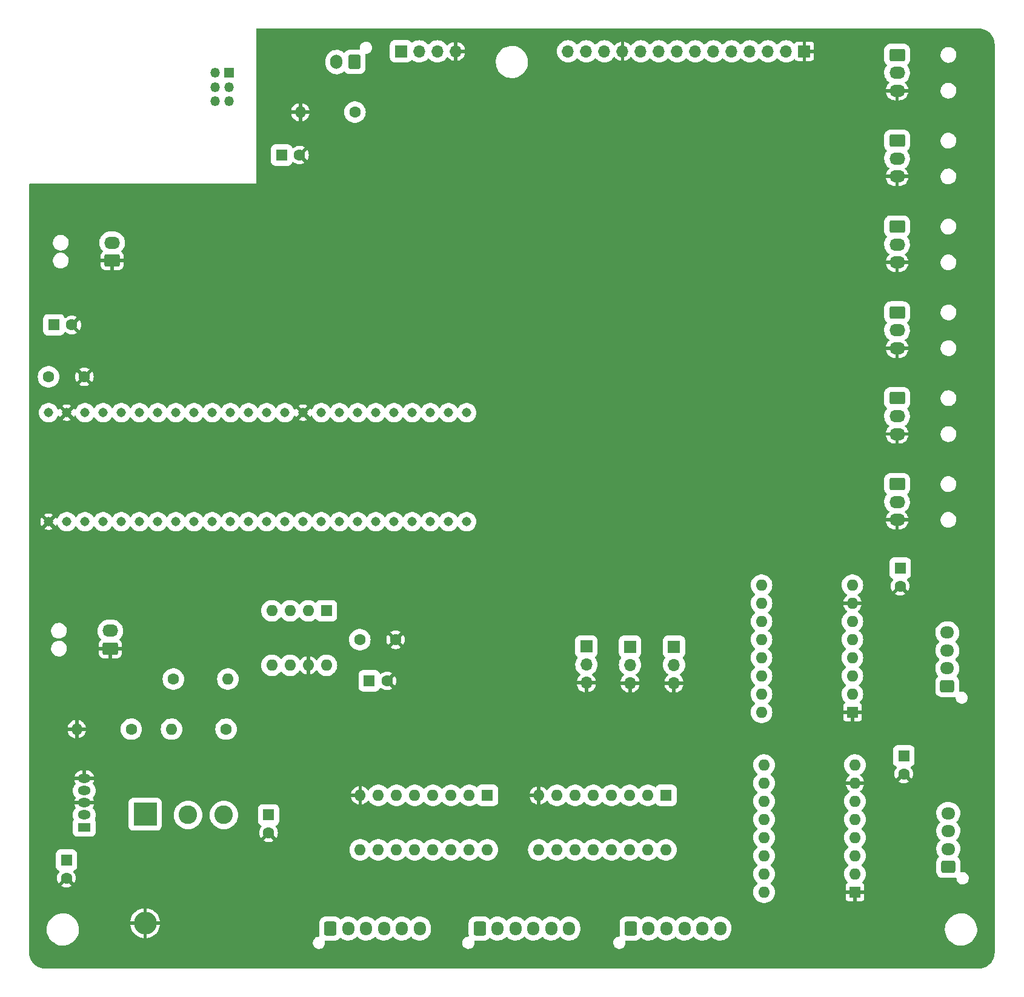
<source format=gbr>
%TF.GenerationSoftware,KiCad,Pcbnew,(7.0.0)*%
%TF.CreationDate,2023-12-07T21:26:55-05:00*%
%TF.ProjectId,PayloadPcbRev2,5061796c-6f61-4645-9063-62526576322e,rev?*%
%TF.SameCoordinates,Original*%
%TF.FileFunction,Copper,L2,Inr*%
%TF.FilePolarity,Positive*%
%FSLAX46Y46*%
G04 Gerber Fmt 4.6, Leading zero omitted, Abs format (unit mm)*
G04 Created by KiCad (PCBNEW (7.0.0)) date 2023-12-07 21:26:55*
%MOMM*%
%LPD*%
G01*
G04 APERTURE LIST*
G04 Aperture macros list*
%AMRoundRect*
0 Rectangle with rounded corners*
0 $1 Rounding radius*
0 $2 $3 $4 $5 $6 $7 $8 $9 X,Y pos of 4 corners*
0 Add a 4 corners polygon primitive as box body*
4,1,4,$2,$3,$4,$5,$6,$7,$8,$9,$2,$3,0*
0 Add four circle primitives for the rounded corners*
1,1,$1+$1,$2,$3*
1,1,$1+$1,$4,$5*
1,1,$1+$1,$6,$7*
1,1,$1+$1,$8,$9*
0 Add four rect primitives between the rounded corners*
20,1,$1+$1,$2,$3,$4,$5,0*
20,1,$1+$1,$4,$5,$6,$7,0*
20,1,$1+$1,$6,$7,$8,$9,0*
20,1,$1+$1,$8,$9,$2,$3,0*%
G04 Aperture macros list end*
%TA.AperFunction,ComponentPad*%
%ADD10RoundRect,0.250000X-0.850000X-0.600000X0.850000X-0.600000X0.850000X0.600000X-0.850000X0.600000X0*%
%TD*%
%TA.AperFunction,ComponentPad*%
%ADD11O,2.200000X1.700000*%
%TD*%
%TA.AperFunction,ComponentPad*%
%ADD12R,1.700000X1.700000*%
%TD*%
%TA.AperFunction,ComponentPad*%
%ADD13O,1.700000X1.700000*%
%TD*%
%TA.AperFunction,ComponentPad*%
%ADD14R,1.600000X1.600000*%
%TD*%
%TA.AperFunction,ComponentPad*%
%ADD15C,1.600000*%
%TD*%
%TA.AperFunction,ComponentPad*%
%ADD16RoundRect,0.250000X0.850000X0.600000X-0.850000X0.600000X-0.850000X-0.600000X0.850000X-0.600000X0*%
%TD*%
%TA.AperFunction,ComponentPad*%
%ADD17O,1.600000X1.600000*%
%TD*%
%TA.AperFunction,ComponentPad*%
%ADD18R,1.800000X1.275000*%
%TD*%
%TA.AperFunction,ComponentPad*%
%ADD19O,1.800000X1.275000*%
%TD*%
%TA.AperFunction,ComponentPad*%
%ADD20O,1.800000X1.300000*%
%TD*%
%TA.AperFunction,ComponentPad*%
%ADD21RoundRect,0.250000X-0.600000X-0.725000X0.600000X-0.725000X0.600000X0.725000X-0.600000X0.725000X0*%
%TD*%
%TA.AperFunction,ComponentPad*%
%ADD22O,1.700000X1.950000*%
%TD*%
%TA.AperFunction,ComponentPad*%
%ADD23RoundRect,0.250000X0.725000X-0.600000X0.725000X0.600000X-0.725000X0.600000X-0.725000X-0.600000X0*%
%TD*%
%TA.AperFunction,ComponentPad*%
%ADD24O,1.950000X1.700000*%
%TD*%
%TA.AperFunction,ComponentPad*%
%ADD25R,3.200000X3.200000*%
%TD*%
%TA.AperFunction,ComponentPad*%
%ADD26O,3.200000X3.200000*%
%TD*%
%TA.AperFunction,ComponentPad*%
%ADD27C,2.600000*%
%TD*%
%TA.AperFunction,ComponentPad*%
%ADD28RoundRect,0.250000X0.600000X0.750000X-0.600000X0.750000X-0.600000X-0.750000X0.600000X-0.750000X0*%
%TD*%
%TA.AperFunction,ComponentPad*%
%ADD29O,1.700000X2.000000*%
%TD*%
%TA.AperFunction,ComponentPad*%
%ADD30C,1.308000*%
%TD*%
%TA.AperFunction,ComponentPad*%
%ADD31R,1.350000X1.350000*%
%TD*%
%TA.AperFunction,ComponentPad*%
%ADD32O,1.350000X1.350000*%
%TD*%
G04 APERTURE END LIST*
D10*
%TO.N,/Motors/Servo A1 PWM*%
%TO.C,M1*%
X183070000Y-29000000D03*
D11*
%TO.N,+5V*%
X183069999Y-31499999D03*
%TO.N,GND*%
X183069999Y-33999999D03*
%TD*%
D12*
%TO.N,+5V*%
%TO.C,J5*%
X145749999Y-111724999D03*
D13*
%TO.N,M1*%
X145749999Y-114264999D03*
%TO.N,GND*%
X145749999Y-116804999D03*
%TD*%
D14*
%TO.N,+12V*%
%TO.C,C7*%
X183999999Y-126999999D03*
D15*
%TO.N,GND*%
X184000000Y-129500000D03*
%TD*%
D14*
%TO.N,+12V*%
%TO.C,C5*%
X66999999Y-141567620D03*
D15*
%TO.N,GND*%
X67000000Y-144067621D03*
%TD*%
D16*
%TO.N,GND*%
%TO.C,J9*%
X73140000Y-112000000D03*
D11*
%TO.N,+12V*%
X73139999Y-109499999D03*
%TD*%
D14*
%TO.N,GND*%
%TO.C,A2*%
X176839999Y-120889999D03*
D17*
%TO.N,unconnected-(A2-~{FLT}-Pad2)*%
X176839999Y-118349999D03*
%TO.N,Step2_A2*%
X176839999Y-115809999D03*
%TO.N,Step2_A1*%
X176839999Y-113269999D03*
%TO.N,Step2_B1*%
X176839999Y-110729999D03*
%TO.N,Step2_B2*%
X176839999Y-108189999D03*
%TO.N,GND*%
X176839999Y-105649999D03*
%TO.N,+12V*%
X176839999Y-103109999D03*
%TO.N,unconnected-(A2-~{EN}-Pad9)*%
X164139999Y-103109999D03*
%TO.N,M0*%
X164139999Y-105649999D03*
%TO.N,M1*%
X164139999Y-108189999D03*
%TO.N,M2*%
X164139999Y-110729999D03*
%TO.N,+5V*%
X164139999Y-113269999D03*
X164139999Y-115809999D03*
%TO.N,/Motors/Step*%
X164139999Y-118349999D03*
%TO.N,/Motors/Dir*%
X164139999Y-120889999D03*
%TD*%
D14*
%TO.N,/Lights Control/L4*%
%TO.C,U5*%
X125829999Y-132499999D03*
D17*
%TO.N,unconnected-(U5-I2-Pad2)*%
X123289999Y-132499999D03*
%TO.N,/Lights Control/L3*%
X120749999Y-132499999D03*
%TO.N,unconnected-(U5-I4-Pad4)*%
X118209999Y-132499999D03*
%TO.N,/Lights Control/L2*%
X115669999Y-132499999D03*
%TO.N,unconnected-(U5-I6-Pad6)*%
X113129999Y-132499999D03*
%TO.N,/Lights Control/L1*%
X110589999Y-132499999D03*
%TO.N,GND*%
X108049999Y-132499999D03*
%TO.N,unconnected-(U5-COM-Pad9)*%
X108049999Y-140119999D03*
%TO.N,L1_GND*%
X110589999Y-140119999D03*
%TO.N,unconnected-(U5-O6-Pad11)*%
X113129999Y-140119999D03*
%TO.N,L2_GND*%
X115669999Y-140119999D03*
%TO.N,unconnected-(U5-O4-Pad13)*%
X118209999Y-140119999D03*
%TO.N,L3_GND*%
X120749999Y-140119999D03*
%TO.N,unconnected-(U5-O2-Pad15)*%
X123289999Y-140119999D03*
%TO.N,L4_GND*%
X125829999Y-140119999D03*
%TD*%
D18*
%TO.N,+12V*%
%TO.C,U4*%
X69499999Y-136949999D03*
D19*
%TO.N,/Lights Control/LM2576_Out*%
X69499999Y-135249999D03*
D20*
%TO.N,GND*%
X69499999Y-133549999D03*
D19*
%TO.N,/Lights Control/FB*%
X69499999Y-131849999D03*
%TO.N,GND*%
X69499999Y-130149999D03*
%TD*%
D15*
%TO.N,/Sensors and Connectors/V_Thermo*%
%TO.C,R4*%
X107310000Y-37000000D03*
D17*
%TO.N,GND*%
X99689999Y-36999999D03*
%TD*%
D16*
%TO.N,GND*%
%TO.C,J10*%
X73390000Y-57750000D03*
D11*
%TO.N,+5V*%
X73389999Y-55249999D03*
%TD*%
D15*
%TO.N,Light_PWR*%
%TO.C,R2*%
X89310000Y-123250000D03*
D17*
%TO.N,/Lights Control/FB*%
X81689999Y-123249999D03*
%TD*%
D10*
%TO.N,/Motors/Servo S3 PWM*%
%TO.C,M6*%
X183070000Y-89000000D03*
D11*
%TO.N,+5V*%
X183069999Y-91499999D03*
%TO.N,GND*%
X183069999Y-93999999D03*
%TD*%
D12*
%TO.N,GND*%
%TO.C,J11*%
X170109999Y-28499999D03*
D13*
%TO.N,/Sensors and Connectors/GPIO34*%
X167569999Y-28499999D03*
%TO.N,/Sensors and Connectors/GPIO35*%
X165029999Y-28499999D03*
%TO.N,+5V*%
X162489999Y-28499999D03*
%TO.N,/Sensors and Connectors/GPIO36*%
X159949999Y-28499999D03*
%TO.N,/Sensors and Connectors/GPIO37*%
X157409999Y-28499999D03*
%TO.N,/Sensors and Connectors/GPIO38*%
X154869999Y-28499999D03*
%TO.N,/Sensors and Connectors/GPIO41*%
X152329999Y-28499999D03*
%TO.N,/Sensors and Connectors/GPIO13*%
X149789999Y-28499999D03*
%TO.N,/Sensors and Connectors/GPIO14*%
X147249999Y-28499999D03*
%TO.N,GND*%
X144709999Y-28499999D03*
%TO.N,/Sensors and Connectors/GPIO16*%
X142169999Y-28499999D03*
%TO.N,/Sensors and Connectors/GPIO17*%
X139629999Y-28499999D03*
%TO.N,+5V*%
X137089999Y-28499999D03*
%TD*%
D15*
%TO.N,/Lights Control/FB*%
%TO.C,R3*%
X81940000Y-116250000D03*
D17*
%TO.N,Vctrl*%
X89559999Y-116249999D03*
%TD*%
%TO.N,L9_GND*%
%TO.C,U6*%
X150779999Y-140119999D03*
%TO.N,L8_GND*%
X148239999Y-140119999D03*
%TO.N,unconnected-(U6-O3-Pad14)*%
X145699999Y-140119999D03*
%TO.N,L7_GND*%
X143159999Y-140119999D03*
%TO.N,L6_GND*%
X140619999Y-140119999D03*
%TO.N,unconnected-(U6-O6-Pad11)*%
X138079999Y-140119999D03*
%TO.N,L5_GND*%
X135539999Y-140119999D03*
%TO.N,unconnected-(U6-COM-Pad9)*%
X132999999Y-140119999D03*
%TO.N,GND*%
X132999999Y-132499999D03*
%TO.N,/Lights Control/L5*%
X135539999Y-132499999D03*
%TO.N,unconnected-(U6-I6-Pad6)*%
X138079999Y-132499999D03*
%TO.N,/Lights Control/L6*%
X140619999Y-132499999D03*
%TO.N,/Lights Control/L7*%
X143159999Y-132499999D03*
%TO.N,unconnected-(U6-I3-Pad3)*%
X145699999Y-132499999D03*
%TO.N,/Lights Control/L8*%
X148239999Y-132499999D03*
D14*
%TO.N,/Lights Control/L9*%
X150779999Y-132499999D03*
%TD*%
D12*
%TO.N,+5V*%
%TO.C,J4*%
X139649999Y-111699999D03*
D13*
%TO.N,M0*%
X139649999Y-114239999D03*
%TO.N,GND*%
X139649999Y-116779999D03*
%TD*%
D15*
%TO.N,+5V*%
%TO.C,C4*%
X108000000Y-110750000D03*
%TO.N,GND*%
X113000000Y-110750000D03*
%TD*%
D21*
%TO.N,Light_PWR*%
%TO.C,J1*%
X103880000Y-151120000D03*
D22*
%TO.N,L1_GND*%
X106379999Y-151119999D03*
%TO.N,Light_PWR*%
X108879999Y-151119999D03*
%TO.N,L2_GND*%
X111379999Y-151119999D03*
%TO.N,Light_PWR*%
X113879999Y-151119999D03*
%TO.N,L3_GND*%
X116379999Y-151119999D03*
%TD*%
D15*
%TO.N,/Lights Control/FB*%
%TO.C,R1*%
X76060000Y-123250000D03*
D17*
%TO.N,GND*%
X68439999Y-123249999D03*
%TD*%
D14*
%TO.N,+5V*%
%TO.C,C1*%
X65249999Y-66749999D03*
D15*
%TO.N,GND*%
X67750000Y-66750000D03*
%TD*%
D10*
%TO.N,/Motors/Servo A2 PWM*%
%TO.C,M2*%
X183070000Y-41000000D03*
D11*
%TO.N,+5V*%
X183069999Y-43499999D03*
%TO.N,GND*%
X183069999Y-45999999D03*
%TD*%
D23*
%TO.N,Step1_A1*%
%TO.C,J7*%
X190225000Y-142500000D03*
D24*
%TO.N,Step1_A2*%
X190224999Y-139999999D03*
%TO.N,Step1_B1*%
X190224999Y-137499999D03*
%TO.N,Step1_B2*%
X190224999Y-134999999D03*
%TD*%
D14*
%TO.N,+5V*%
%TO.C,C3*%
X109317620Y-116499999D03*
D15*
%TO.N,GND*%
X111817621Y-116500000D03*
%TD*%
D14*
%TO.N,Light_PWR*%
%TO.C,C6*%
X95249999Y-135249999D03*
D15*
%TO.N,GND*%
X95250000Y-137750000D03*
%TD*%
D25*
%TO.N,/Lights Control/LM2576_Out*%
%TO.C,D1*%
X77999999Y-135129999D03*
D26*
%TO.N,GND*%
X77999999Y-150369999D03*
%TD*%
D21*
%TO.N,Light_PWR*%
%TO.C,J3*%
X145850000Y-151120000D03*
D22*
%TO.N,L7_GND*%
X148349999Y-151119999D03*
%TO.N,Light_PWR*%
X150849999Y-151119999D03*
%TO.N,L8_GND*%
X153349999Y-151119999D03*
%TO.N,Light_PWR*%
X155849999Y-151119999D03*
%TO.N,L9_GND*%
X158349999Y-151119999D03*
%TD*%
D10*
%TO.N,/Motors/Servo A3 PWM*%
%TO.C,M3*%
X183070000Y-53000000D03*
D11*
%TO.N,+5V*%
X183069999Y-55499999D03*
%TO.N,GND*%
X183069999Y-57999999D03*
%TD*%
D10*
%TO.N,/Motors/Servo S1 PWM*%
%TO.C,M4*%
X183070000Y-65000000D03*
D11*
%TO.N,+5V*%
X183069999Y-67499999D03*
%TO.N,GND*%
X183069999Y-69999999D03*
%TD*%
D14*
%TO.N,GND*%
%TO.C,A1*%
X177179999Y-146029999D03*
D17*
%TO.N,unconnected-(A1-~{FLT}-Pad2)*%
X177179999Y-143489999D03*
%TO.N,Step1_A2*%
X177179999Y-140949999D03*
%TO.N,Step1_A1*%
X177179999Y-138409999D03*
%TO.N,Step1_B1*%
X177179999Y-135869999D03*
%TO.N,Step1_B2*%
X177179999Y-133329999D03*
%TO.N,GND*%
X177179999Y-130789999D03*
%TO.N,+12V*%
X177179999Y-128249999D03*
%TO.N,unconnected-(A1-~{EN}-Pad9)*%
X164479999Y-128249999D03*
%TO.N,M0*%
X164479999Y-130789999D03*
%TO.N,M1*%
X164479999Y-133329999D03*
%TO.N,M2*%
X164479999Y-135869999D03*
%TO.N,+5V*%
X164479999Y-138409999D03*
X164479999Y-140949999D03*
%TO.N,/Motors/Step*%
X164479999Y-143489999D03*
%TO.N,/Motors/Dir*%
X164479999Y-146029999D03*
%TD*%
D23*
%TO.N,Step2_A1*%
%TO.C,J8*%
X190090000Y-117250000D03*
D24*
%TO.N,Step2_A2*%
X190089999Y-114749999D03*
%TO.N,Step2_B1*%
X190089999Y-112249999D03*
%TO.N,Step2_B2*%
X190089999Y-109749999D03*
%TD*%
D12*
%TO.N,+5V*%
%TO.C,U7*%
X113749999Y-28499999D03*
D13*
%TO.N,GND*%
X121369999Y-28499999D03*
%TO.N,/Sensors and Connectors/BME_SCL*%
X116289999Y-28499999D03*
%TO.N,/Sensors and Connectors/BME_SDA*%
X118829999Y-28499999D03*
%TD*%
D15*
%TO.N,+5V*%
%TO.C,C2*%
X64500000Y-74000000D03*
%TO.N,GND*%
X69500000Y-74000000D03*
%TD*%
D27*
%TO.N,/Lights Control/LM2576_Out*%
%TO.C,L1*%
X84000000Y-135250000D03*
%TO.N,Light_PWR*%
X89000000Y-135250000D03*
%TD*%
D14*
%TO.N,/Sensors and Connectors/3V3*%
%TO.C,C9*%
X97067620Y-42999999D03*
D15*
%TO.N,GND*%
X99567621Y-43000000D03*
%TD*%
D12*
%TO.N,+5V*%
%TO.C,J6*%
X151899999Y-111724999D03*
D13*
%TO.N,M2*%
X151899999Y-114264999D03*
%TO.N,GND*%
X151899999Y-116804999D03*
%TD*%
D28*
%TO.N,/Sensors and Connectors/V_Thermo*%
%TO.C,TH1*%
X107250000Y-30000000D03*
D29*
%TO.N,/Sensors and Connectors/3V3*%
X104749999Y-29999999D03*
%TD*%
D21*
%TO.N,Light_PWR*%
%TO.C,J2*%
X124750000Y-151120000D03*
D22*
%TO.N,L4_GND*%
X127249999Y-151119999D03*
%TO.N,Light_PWR*%
X129749999Y-151119999D03*
%TO.N,L5_GND*%
X132249999Y-151119999D03*
%TO.N,Light_PWR*%
X134749999Y-151119999D03*
%TO.N,L6_GND*%
X137249999Y-151119999D03*
%TD*%
D14*
%TO.N,+12V*%
%TO.C,C8*%
X183499999Y-100749999D03*
D15*
%TO.N,GND*%
X183500000Y-103250000D03*
%TD*%
D10*
%TO.N,/Motors/Servo S2 PWM*%
%TO.C,M5*%
X183070000Y-77000000D03*
D11*
%TO.N,+5V*%
X183069999Y-79499999D03*
%TO.N,GND*%
X183069999Y-81999999D03*
%TD*%
D30*
%TO.N,/Lights Control/DAC_CS*%
%TO.C,U1*%
X67050000Y-94250000D03*
%TO.N,/Lights Control/LDAC*%
X69590000Y-94250000D03*
%TO.N,unconnected-(U1-GPIO2-Pad2)*%
X72130000Y-94250000D03*
%TO.N,unconnected-(U1-GPIO3-Pad3)*%
X74670000Y-94250000D03*
%TO.N,unconnected-(U1-3.3V-Pad3.3V_1)*%
X100070000Y-94250000D03*
%TO.N,/Sensors and Connectors/3V3*%
X69590000Y-79010000D03*
%TO.N,/Motors/Servo A2 PWM*%
X77210000Y-94250000D03*
%TO.N,/Motors/Servo A3 PWM*%
X79750000Y-94250000D03*
%TO.N,/Lights Control/L1*%
X82290000Y-94250000D03*
%TO.N,/Motors/Servo S1 PWM*%
X84830000Y-94250000D03*
%TO.N,/Lights Control/L2*%
X87370000Y-94250000D03*
%TO.N,/Motors/Servo S2 PWM*%
X89910000Y-94250000D03*
%TO.N,/Lights Control/L3*%
X92450000Y-94250000D03*
%TO.N,/Motors/Servo S3 PWM*%
X94990000Y-94250000D03*
%TO.N,/Lights Control/L4*%
X97530000Y-94250000D03*
%TO.N,/Sensors and Connectors/GPIO13*%
X97530000Y-79010000D03*
%TO.N,/Sensors and Connectors/GPIO14*%
X94990000Y-79010000D03*
%TO.N,unconnected-(U1-A1{slash}GPIO15-Pad15)*%
X92450000Y-79010000D03*
%TO.N,/Sensors and Connectors/GPIO16*%
X89910000Y-79010000D03*
%TO.N,/Sensors and Connectors/GPIO17*%
X87370000Y-79010000D03*
%TO.N,/Sensors and Connectors/BME_SDA*%
X84830000Y-79010000D03*
%TO.N,/Sensors and Connectors/BME_SCL*%
X82290000Y-79010000D03*
%TO.N,unconnected-(U1-A6{slash}GPIO20-Pad20)*%
X79750000Y-79010000D03*
%TO.N,unconnected-(U1-A7{slash}GPIO21-Pad21)*%
X77210000Y-79010000D03*
%TO.N,/Sensors and Connectors/V_Thermo*%
X74670000Y-79010000D03*
%TO.N,unconnected-(U1-A9{slash}GPIO23-Pad23)*%
X72130000Y-79010000D03*
%TO.N,/Lights Control/L5*%
X102610000Y-94250000D03*
%TO.N,/Lights Control/L6*%
X105150000Y-94250000D03*
%TO.N,/Lights Control/DAC_MOSI*%
X107690000Y-94250000D03*
%TO.N,/Lights Control/DAC_SCK*%
X110230000Y-94250000D03*
%TO.N,/Lights Control/L7*%
X112770000Y-94250000D03*
%TO.N,/Lights Control/L8*%
X115310000Y-94250000D03*
%TO.N,/Lights Control/L9*%
X117850000Y-94250000D03*
%TO.N,/Motors/Dir*%
X120390000Y-94250000D03*
%TO.N,/Motors/Step*%
X122930000Y-94250000D03*
%TO.N,/Motors/Servo A1 PWM*%
X122930000Y-79010000D03*
%TO.N,/Sensors and Connectors/GPIO34*%
X120390000Y-79010000D03*
%TO.N,/Sensors and Connectors/GPIO35*%
X117850000Y-79010000D03*
%TO.N,/Sensors and Connectors/GPIO36*%
X115310000Y-79010000D03*
%TO.N,/Sensors and Connectors/GPIO37*%
X112770000Y-79010000D03*
%TO.N,/Sensors and Connectors/GPIO38*%
X110230000Y-79010000D03*
%TO.N,unconnected-(U1-A15{slash}GPIO39-Pad39)*%
X107690000Y-79010000D03*
%TO.N,unconnected-(U1-A16{slash}GPIO40-Pad40)*%
X105150000Y-79010000D03*
%TO.N,/Sensors and Connectors/GPIO41*%
X102610000Y-79010000D03*
%TO.N,GND*%
X64510000Y-94250000D03*
X100070000Y-79010000D03*
X67050000Y-79010000D03*
%TO.N,+5V*%
X64510000Y-79010000D03*
%TD*%
D14*
%TO.N,+5V*%
%TO.C,U3*%
X103329999Y-106699999D03*
D17*
%TO.N,/Lights Control/DAC_CS*%
X100789999Y-106699999D03*
%TO.N,/Lights Control/DAC_SCK*%
X98249999Y-106699999D03*
%TO.N,/Lights Control/DAC_MOSI*%
X95709999Y-106699999D03*
%TO.N,/Lights Control/LDAC*%
X95709999Y-114319999D03*
%TO.N,+5V*%
X98249999Y-114319999D03*
%TO.N,GND*%
X100789999Y-114319999D03*
%TO.N,Vctrl*%
X103329999Y-114319999D03*
%TD*%
D31*
%TO.N,N/C*%
%TO.C,U2*%
X89749999Y-31499999D03*
D32*
X87749999Y-31499999D03*
X89749999Y-33499999D03*
X87749999Y-33499999D03*
X89749999Y-35499999D03*
X87749999Y-35499999D03*
%TD*%
%TA.AperFunction,Conductor*%
%TO.N,GND*%
G36*
X194503736Y-25300726D02*
G01*
X194757638Y-25316084D01*
X194772495Y-25317888D01*
X195019000Y-25363061D01*
X195033536Y-25366644D01*
X195272791Y-25441200D01*
X195286788Y-25446508D01*
X195515319Y-25549361D01*
X195528578Y-25556320D01*
X195635808Y-25621143D01*
X195743045Y-25685970D01*
X195755356Y-25694468D01*
X195952636Y-25849027D01*
X195963844Y-25858957D01*
X196141042Y-26036155D01*
X196150972Y-26047363D01*
X196305527Y-26244637D01*
X196314033Y-26256960D01*
X196443679Y-26471421D01*
X196450638Y-26484680D01*
X196553491Y-26713211D01*
X196558800Y-26727211D01*
X196633354Y-26966461D01*
X196636938Y-26981001D01*
X196682110Y-27227500D01*
X196683915Y-27242364D01*
X196699274Y-27496264D01*
X196699500Y-27503751D01*
X196699500Y-154496249D01*
X196699274Y-154503736D01*
X196683915Y-154757635D01*
X196682110Y-154772499D01*
X196636938Y-155018998D01*
X196633354Y-155033538D01*
X196558800Y-155272788D01*
X196553491Y-155286788D01*
X196450638Y-155515319D01*
X196443679Y-155528578D01*
X196314033Y-155743039D01*
X196305527Y-155755362D01*
X196150972Y-155952636D01*
X196141042Y-155963844D01*
X195963844Y-156141042D01*
X195952636Y-156150972D01*
X195755362Y-156305527D01*
X195743039Y-156314033D01*
X195528578Y-156443679D01*
X195515319Y-156450638D01*
X195286788Y-156553491D01*
X195272788Y-156558800D01*
X195033538Y-156633354D01*
X195018998Y-156636938D01*
X194772499Y-156682110D01*
X194757635Y-156683915D01*
X194503736Y-156699274D01*
X194496249Y-156699500D01*
X64003751Y-156699500D01*
X63996264Y-156699274D01*
X63742364Y-156683915D01*
X63727500Y-156682110D01*
X63481001Y-156636938D01*
X63466461Y-156633354D01*
X63227211Y-156558800D01*
X63213211Y-156553491D01*
X62984680Y-156450638D01*
X62971421Y-156443679D01*
X62756960Y-156314033D01*
X62744637Y-156305527D01*
X62547363Y-156150972D01*
X62536155Y-156141042D01*
X62358957Y-155963844D01*
X62349027Y-155952636D01*
X62194468Y-155755356D01*
X62185970Y-155743045D01*
X62083412Y-155573394D01*
X62056320Y-155528578D01*
X62049361Y-155515319D01*
X61946508Y-155286788D01*
X61941199Y-155272788D01*
X61866645Y-155033538D01*
X61863061Y-155018998D01*
X61817889Y-154772499D01*
X61816084Y-154757635D01*
X61800726Y-154503736D01*
X61800500Y-154496249D01*
X61800500Y-151325369D01*
X64245723Y-151325369D01*
X64246137Y-151329490D01*
X64246138Y-151329501D01*
X64275466Y-151621034D01*
X64275467Y-151621044D01*
X64275882Y-151625162D01*
X64345731Y-151918261D01*
X64454023Y-152199434D01*
X64456007Y-152203055D01*
X64456013Y-152203067D01*
X64547506Y-152370019D01*
X64598825Y-152463665D01*
X64601281Y-152466998D01*
X64601284Y-152467003D01*
X64737688Y-152652131D01*
X64777554Y-152706238D01*
X64987020Y-152922824D01*
X65106737Y-153017363D01*
X65220230Y-153106988D01*
X65220234Y-153106990D01*
X65223485Y-153109558D01*
X65482730Y-153263109D01*
X65486534Y-153264722D01*
X65486538Y-153264724D01*
X65591578Y-153309264D01*
X65760128Y-153380736D01*
X66050729Y-153460340D01*
X66349347Y-153500500D01*
X66573162Y-153500500D01*
X66575244Y-153500500D01*
X66800634Y-153485412D01*
X67095903Y-153425396D01*
X67380537Y-153326560D01*
X67649459Y-153190668D01*
X67819876Y-153073683D01*
X101425740Y-153073683D01*
X101435755Y-153258407D01*
X101437552Y-153264882D01*
X101437553Y-153264883D01*
X101483446Y-153430179D01*
X101483448Y-153430186D01*
X101485246Y-153436659D01*
X101488392Y-153442594D01*
X101488395Y-153442600D01*
X101568750Y-153594164D01*
X101568753Y-153594169D01*
X101571900Y-153600104D01*
X101576248Y-153605224D01*
X101576251Y-153605227D01*
X101638465Y-153678471D01*
X101691663Y-153741100D01*
X101838936Y-153853054D01*
X102006833Y-153930732D01*
X102187503Y-153970500D01*
X102322754Y-153970500D01*
X102326113Y-153970500D01*
X102463910Y-153955514D01*
X102639221Y-153896444D01*
X102797736Y-153801070D01*
X102932041Y-153673849D01*
X103035858Y-153520730D01*
X103104331Y-153348875D01*
X103134260Y-153166317D01*
X103129238Y-153073683D01*
X122295740Y-153073683D01*
X122305755Y-153258407D01*
X122307552Y-153264882D01*
X122307553Y-153264883D01*
X122353446Y-153430179D01*
X122353448Y-153430186D01*
X122355246Y-153436659D01*
X122358392Y-153442594D01*
X122358395Y-153442600D01*
X122438750Y-153594164D01*
X122438753Y-153594169D01*
X122441900Y-153600104D01*
X122446248Y-153605224D01*
X122446251Y-153605227D01*
X122508465Y-153678471D01*
X122561663Y-153741100D01*
X122708936Y-153853054D01*
X122876833Y-153930732D01*
X123057503Y-153970500D01*
X123192754Y-153970500D01*
X123196113Y-153970500D01*
X123333910Y-153955514D01*
X123509221Y-153896444D01*
X123667736Y-153801070D01*
X123802041Y-153673849D01*
X123905858Y-153520730D01*
X123974331Y-153348875D01*
X124004260Y-153166317D01*
X123999238Y-153073683D01*
X143395740Y-153073683D01*
X143405755Y-153258407D01*
X143407552Y-153264882D01*
X143407553Y-153264883D01*
X143453446Y-153430179D01*
X143453448Y-153430186D01*
X143455246Y-153436659D01*
X143458392Y-153442594D01*
X143458395Y-153442600D01*
X143538750Y-153594164D01*
X143538753Y-153594169D01*
X143541900Y-153600104D01*
X143546248Y-153605224D01*
X143546251Y-153605227D01*
X143608465Y-153678471D01*
X143661663Y-153741100D01*
X143808936Y-153853054D01*
X143976833Y-153930732D01*
X144157503Y-153970500D01*
X144292754Y-153970500D01*
X144296113Y-153970500D01*
X144433910Y-153955514D01*
X144609221Y-153896444D01*
X144767736Y-153801070D01*
X144902041Y-153673849D01*
X145005858Y-153520730D01*
X145074331Y-153348875D01*
X145104260Y-153166317D01*
X145094245Y-152981593D01*
X145086214Y-152952670D01*
X145083916Y-152896134D01*
X145106979Y-152844459D01*
X145150600Y-152808412D01*
X145205695Y-152795500D01*
X146502395Y-152795500D01*
X146505138Y-152795500D01*
X146618552Y-152785417D01*
X146804406Y-152732237D01*
X146975751Y-152642734D01*
X147125571Y-152520571D01*
X147181098Y-152452472D01*
X147233179Y-152414910D01*
X147297065Y-152408435D01*
X147355622Y-152434781D01*
X147466350Y-152525188D01*
X147683150Y-152650357D01*
X147917220Y-152739128D01*
X148162500Y-152789202D01*
X148412635Y-152799282D01*
X148661149Y-152769107D01*
X148901604Y-152699459D01*
X149127772Y-152592141D01*
X149333797Y-152449932D01*
X149514341Y-152276516D01*
X149515186Y-152277395D01*
X149568581Y-152243615D01*
X149637589Y-152243607D01*
X149695915Y-152280487D01*
X149739970Y-152330214D01*
X149772437Y-152366862D01*
X149966350Y-152525188D01*
X150183150Y-152650357D01*
X150417220Y-152739128D01*
X150662500Y-152789202D01*
X150912635Y-152799282D01*
X151161149Y-152769107D01*
X151401604Y-152699459D01*
X151627772Y-152592141D01*
X151833797Y-152449932D01*
X152014341Y-152276516D01*
X152015186Y-152277395D01*
X152068581Y-152243615D01*
X152137589Y-152243607D01*
X152195915Y-152280487D01*
X152239970Y-152330214D01*
X152272437Y-152366862D01*
X152466350Y-152525188D01*
X152683150Y-152650357D01*
X152917220Y-152739128D01*
X153162500Y-152789202D01*
X153412635Y-152799282D01*
X153661149Y-152769107D01*
X153901604Y-152699459D01*
X154127772Y-152592141D01*
X154333797Y-152449932D01*
X154514341Y-152276516D01*
X154515186Y-152277395D01*
X154568581Y-152243615D01*
X154637589Y-152243607D01*
X154695915Y-152280487D01*
X154739970Y-152330214D01*
X154772437Y-152366862D01*
X154966350Y-152525188D01*
X155183150Y-152650357D01*
X155417220Y-152739128D01*
X155662500Y-152789202D01*
X155912635Y-152799282D01*
X156161149Y-152769107D01*
X156401604Y-152699459D01*
X156627772Y-152592141D01*
X156833797Y-152449932D01*
X157014341Y-152276516D01*
X157015186Y-152277395D01*
X157068581Y-152243615D01*
X157137589Y-152243607D01*
X157195915Y-152280487D01*
X157239970Y-152330214D01*
X157272437Y-152366862D01*
X157466350Y-152525188D01*
X157683150Y-152650357D01*
X157917220Y-152739128D01*
X158162500Y-152789202D01*
X158412635Y-152799282D01*
X158661149Y-152769107D01*
X158901604Y-152699459D01*
X159127772Y-152592141D01*
X159333797Y-152449932D01*
X159514341Y-152276516D01*
X159664730Y-152076385D01*
X159781069Y-151854721D01*
X159860343Y-151617266D01*
X159900500Y-151370169D01*
X159900500Y-151325369D01*
X189745723Y-151325369D01*
X189746137Y-151329490D01*
X189746138Y-151329501D01*
X189775466Y-151621034D01*
X189775467Y-151621044D01*
X189775882Y-151625162D01*
X189845731Y-151918261D01*
X189954023Y-152199434D01*
X189956007Y-152203055D01*
X189956013Y-152203067D01*
X190047506Y-152370019D01*
X190098825Y-152463665D01*
X190101281Y-152466998D01*
X190101284Y-152467003D01*
X190237688Y-152652131D01*
X190277554Y-152706238D01*
X190487020Y-152922824D01*
X190606737Y-153017363D01*
X190720230Y-153106988D01*
X190720234Y-153106990D01*
X190723485Y-153109558D01*
X190982730Y-153263109D01*
X190986534Y-153264722D01*
X190986538Y-153264724D01*
X191091578Y-153309264D01*
X191260128Y-153380736D01*
X191550729Y-153460340D01*
X191849347Y-153500500D01*
X192073162Y-153500500D01*
X192075244Y-153500500D01*
X192300634Y-153485412D01*
X192595903Y-153425396D01*
X192880537Y-153326560D01*
X193149459Y-153190668D01*
X193397869Y-153020144D01*
X193621333Y-152818032D01*
X193815865Y-152587939D01*
X193977993Y-152333970D01*
X194104823Y-152060658D01*
X194194093Y-151772879D01*
X194244209Y-151475770D01*
X194254277Y-151174631D01*
X194224118Y-150874838D01*
X194154269Y-150581739D01*
X194045977Y-150300566D01*
X194032898Y-150276700D01*
X193974307Y-150169785D01*
X193901175Y-150036335D01*
X193844571Y-149959512D01*
X193774473Y-149864374D01*
X193722446Y-149793762D01*
X193512980Y-149577176D01*
X193386770Y-149477509D01*
X193279769Y-149393011D01*
X193279762Y-149393006D01*
X193276515Y-149390442D01*
X193272954Y-149388332D01*
X193272947Y-149388328D01*
X193020831Y-149239000D01*
X193020828Y-149238998D01*
X193017270Y-149236891D01*
X193013471Y-149235280D01*
X193013461Y-149235275D01*
X192743681Y-149120879D01*
X192743678Y-149120878D01*
X192739872Y-149119264D01*
X192735885Y-149118172D01*
X192735877Y-149118169D01*
X192453278Y-149040757D01*
X192453269Y-149040755D01*
X192449271Y-149039660D01*
X192445164Y-149039107D01*
X192445156Y-149039106D01*
X192154754Y-149000051D01*
X192154746Y-149000050D01*
X192150653Y-148999500D01*
X191924756Y-148999500D01*
X191922682Y-148999638D01*
X191922677Y-148999639D01*
X191703498Y-149014311D01*
X191703492Y-149014311D01*
X191699366Y-149014588D01*
X191695309Y-149015412D01*
X191695306Y-149015413D01*
X191408165Y-149073777D01*
X191408162Y-149073777D01*
X191404097Y-149074604D01*
X191400183Y-149075963D01*
X191400176Y-149075965D01*
X191123375Y-149172081D01*
X191123367Y-149172084D01*
X191119463Y-149173440D01*
X191115771Y-149175305D01*
X191115763Y-149175309D01*
X190854242Y-149307461D01*
X190854232Y-149307466D01*
X190850541Y-149309332D01*
X190847130Y-149311672D01*
X190847124Y-149311677D01*
X190605548Y-149477509D01*
X190605534Y-149477519D01*
X190602131Y-149479856D01*
X190599066Y-149482627D01*
X190599056Y-149482636D01*
X190381741Y-149679187D01*
X190381735Y-149679192D01*
X190378667Y-149681968D01*
X190375998Y-149685123D01*
X190375991Y-149685132D01*
X190186810Y-149908896D01*
X190186804Y-149908903D01*
X190184135Y-149912061D01*
X190181912Y-149915542D01*
X190181904Y-149915554D01*
X190024233Y-150162542D01*
X190024229Y-150162549D01*
X190022007Y-150166030D01*
X190020267Y-150169779D01*
X190020264Y-150169785D01*
X189896922Y-150435580D01*
X189896918Y-150435589D01*
X189895177Y-150439342D01*
X189893951Y-150443291D01*
X189893949Y-150443299D01*
X189839136Y-150620000D01*
X189805907Y-150727121D01*
X189805218Y-150731199D01*
X189805218Y-150731204D01*
X189769679Y-150941897D01*
X189755791Y-151024230D01*
X189755653Y-151028353D01*
X189755652Y-151028365D01*
X189745861Y-151321222D01*
X189745861Y-151321231D01*
X189745723Y-151325369D01*
X159900500Y-151325369D01*
X159900500Y-150932519D01*
X159885400Y-150745473D01*
X159825490Y-150502409D01*
X159727366Y-150272103D01*
X159593568Y-150060519D01*
X159427563Y-149873138D01*
X159325821Y-149790068D01*
X159237517Y-149717969D01*
X159237514Y-149717967D01*
X159233650Y-149714812D01*
X159016850Y-149589643D01*
X158977203Y-149574607D01*
X158787450Y-149502643D01*
X158787448Y-149502642D01*
X158782780Y-149500872D01*
X158777892Y-149499874D01*
X158777885Y-149499872D01*
X158542395Y-149451797D01*
X158542391Y-149451796D01*
X158537500Y-149450798D01*
X158532513Y-149450597D01*
X158532505Y-149450596D01*
X158292367Y-149440919D01*
X158292359Y-149440919D01*
X158287365Y-149440718D01*
X158282399Y-149441320D01*
X158282398Y-149441321D01*
X158177475Y-149454061D01*
X158038851Y-149470893D01*
X158034050Y-149472283D01*
X158034043Y-149472285D01*
X157803199Y-149539149D01*
X157803189Y-149539152D01*
X157798396Y-149540541D01*
X157793893Y-149542677D01*
X157793879Y-149542683D01*
X157576745Y-149645715D01*
X157576738Y-149645718D01*
X157572228Y-149647859D01*
X157568121Y-149650693D01*
X157568112Y-149650699D01*
X157370313Y-149787230D01*
X157370304Y-149787236D01*
X157366203Y-149790068D01*
X157362612Y-149793517D01*
X157362600Y-149793527D01*
X157185659Y-149963484D01*
X157184819Y-149962610D01*
X157131392Y-149996391D01*
X157062397Y-149996388D01*
X157004084Y-149959512D01*
X156930877Y-149876879D01*
X156927563Y-149873138D01*
X156825821Y-149790068D01*
X156737517Y-149717969D01*
X156737514Y-149717967D01*
X156733650Y-149714812D01*
X156516850Y-149589643D01*
X156477203Y-149574607D01*
X156287450Y-149502643D01*
X156287448Y-149502642D01*
X156282780Y-149500872D01*
X156277892Y-149499874D01*
X156277885Y-149499872D01*
X156042395Y-149451797D01*
X156042391Y-149451796D01*
X156037500Y-149450798D01*
X156032513Y-149450597D01*
X156032505Y-149450596D01*
X155792367Y-149440919D01*
X155792359Y-149440919D01*
X155787365Y-149440718D01*
X155782399Y-149441320D01*
X155782398Y-149441321D01*
X155677475Y-149454061D01*
X155538851Y-149470893D01*
X155534050Y-149472283D01*
X155534043Y-149472285D01*
X155303199Y-149539149D01*
X155303189Y-149539152D01*
X155298396Y-149540541D01*
X155293893Y-149542677D01*
X155293879Y-149542683D01*
X155076745Y-149645715D01*
X155076738Y-149645718D01*
X155072228Y-149647859D01*
X155068121Y-149650693D01*
X155068112Y-149650699D01*
X154870313Y-149787230D01*
X154870304Y-149787236D01*
X154866203Y-149790068D01*
X154862612Y-149793517D01*
X154862600Y-149793527D01*
X154685659Y-149963484D01*
X154684819Y-149962610D01*
X154631392Y-149996391D01*
X154562397Y-149996388D01*
X154504084Y-149959512D01*
X154430877Y-149876879D01*
X154427563Y-149873138D01*
X154325821Y-149790068D01*
X154237517Y-149717969D01*
X154237514Y-149717967D01*
X154233650Y-149714812D01*
X154016850Y-149589643D01*
X153977203Y-149574607D01*
X153787450Y-149502643D01*
X153787448Y-149502642D01*
X153782780Y-149500872D01*
X153777892Y-149499874D01*
X153777885Y-149499872D01*
X153542395Y-149451797D01*
X153542391Y-149451796D01*
X153537500Y-149450798D01*
X153532513Y-149450597D01*
X153532505Y-149450596D01*
X153292367Y-149440919D01*
X153292359Y-149440919D01*
X153287365Y-149440718D01*
X153282399Y-149441320D01*
X153282398Y-149441321D01*
X153177475Y-149454061D01*
X153038851Y-149470893D01*
X153034050Y-149472283D01*
X153034043Y-149472285D01*
X152803199Y-149539149D01*
X152803189Y-149539152D01*
X152798396Y-149540541D01*
X152793893Y-149542677D01*
X152793879Y-149542683D01*
X152576745Y-149645715D01*
X152576738Y-149645718D01*
X152572228Y-149647859D01*
X152568121Y-149650693D01*
X152568112Y-149650699D01*
X152370313Y-149787230D01*
X152370304Y-149787236D01*
X152366203Y-149790068D01*
X152362612Y-149793517D01*
X152362600Y-149793527D01*
X152185659Y-149963484D01*
X152184819Y-149962610D01*
X152131392Y-149996391D01*
X152062397Y-149996388D01*
X152004084Y-149959512D01*
X151930877Y-149876879D01*
X151927563Y-149873138D01*
X151825821Y-149790068D01*
X151737517Y-149717969D01*
X151737514Y-149717967D01*
X151733650Y-149714812D01*
X151516850Y-149589643D01*
X151477203Y-149574607D01*
X151287450Y-149502643D01*
X151287448Y-149502642D01*
X151282780Y-149500872D01*
X151277892Y-149499874D01*
X151277885Y-149499872D01*
X151042395Y-149451797D01*
X151042391Y-149451796D01*
X151037500Y-149450798D01*
X151032513Y-149450597D01*
X151032505Y-149450596D01*
X150792367Y-149440919D01*
X150792359Y-149440919D01*
X150787365Y-149440718D01*
X150782399Y-149441320D01*
X150782398Y-149441321D01*
X150677475Y-149454061D01*
X150538851Y-149470893D01*
X150534050Y-149472283D01*
X150534043Y-149472285D01*
X150303199Y-149539149D01*
X150303189Y-149539152D01*
X150298396Y-149540541D01*
X150293893Y-149542677D01*
X150293879Y-149542683D01*
X150076745Y-149645715D01*
X150076738Y-149645718D01*
X150072228Y-149647859D01*
X150068121Y-149650693D01*
X150068112Y-149650699D01*
X149870313Y-149787230D01*
X149870304Y-149787236D01*
X149866203Y-149790068D01*
X149862612Y-149793517D01*
X149862600Y-149793527D01*
X149685659Y-149963484D01*
X149684819Y-149962610D01*
X149631392Y-149996391D01*
X149562397Y-149996388D01*
X149504084Y-149959512D01*
X149430877Y-149876879D01*
X149427563Y-149873138D01*
X149325821Y-149790068D01*
X149237517Y-149717969D01*
X149237514Y-149717967D01*
X149233650Y-149714812D01*
X149016850Y-149589643D01*
X148977203Y-149574607D01*
X148787450Y-149502643D01*
X148787448Y-149502642D01*
X148782780Y-149500872D01*
X148777892Y-149499874D01*
X148777885Y-149499872D01*
X148542395Y-149451797D01*
X148542391Y-149451796D01*
X148537500Y-149450798D01*
X148532513Y-149450597D01*
X148532505Y-149450596D01*
X148292367Y-149440919D01*
X148292359Y-149440919D01*
X148287365Y-149440718D01*
X148282399Y-149441320D01*
X148282398Y-149441321D01*
X148177475Y-149454061D01*
X148038851Y-149470893D01*
X148034050Y-149472283D01*
X148034043Y-149472285D01*
X147803199Y-149539149D01*
X147803189Y-149539152D01*
X147798396Y-149540541D01*
X147793893Y-149542677D01*
X147793879Y-149542683D01*
X147576745Y-149645715D01*
X147576738Y-149645718D01*
X147572228Y-149647859D01*
X147568121Y-149650693D01*
X147568112Y-149650699D01*
X147370313Y-149787230D01*
X147370304Y-149787236D01*
X147366203Y-149790068D01*
X147362607Y-149793521D01*
X147362591Y-149793535D01*
X147360551Y-149795495D01*
X147359515Y-149796047D01*
X147358728Y-149796690D01*
X147358601Y-149796534D01*
X147301061Y-149827214D01*
X147233767Y-149823118D01*
X147178562Y-149784417D01*
X147129541Y-149724298D01*
X147125571Y-149719429D01*
X147079629Y-149681968D01*
X146980625Y-149601240D01*
X146980623Y-149601238D01*
X146975751Y-149597266D01*
X146970177Y-149594354D01*
X146970175Y-149594353D01*
X146867156Y-149540541D01*
X146804406Y-149507763D01*
X146798358Y-149506032D01*
X146798357Y-149506032D01*
X146624214Y-149456203D01*
X146624212Y-149456202D01*
X146618552Y-149454583D01*
X146612687Y-149454061D01*
X146612684Y-149454061D01*
X146507868Y-149444742D01*
X146507852Y-149444741D01*
X146505138Y-149444500D01*
X145194862Y-149444500D01*
X145192148Y-149444741D01*
X145192131Y-149444742D01*
X145087315Y-149454061D01*
X145087310Y-149454061D01*
X145081448Y-149454583D01*
X145075789Y-149456202D01*
X145075785Y-149456203D01*
X144901642Y-149506032D01*
X144901638Y-149506033D01*
X144895594Y-149507763D01*
X144890018Y-149510675D01*
X144890017Y-149510676D01*
X144729824Y-149594353D01*
X144729817Y-149594357D01*
X144724249Y-149597266D01*
X144719380Y-149601235D01*
X144719374Y-149601240D01*
X144579298Y-149715458D01*
X144579293Y-149715462D01*
X144574429Y-149719429D01*
X144570462Y-149724293D01*
X144570458Y-149724298D01*
X144456240Y-149864374D01*
X144456235Y-149864380D01*
X144452266Y-149869249D01*
X144449357Y-149874817D01*
X144449353Y-149874824D01*
X144366732Y-150032996D01*
X144362763Y-150040594D01*
X144361033Y-150046638D01*
X144361032Y-150046642D01*
X144327869Y-150162542D01*
X144309583Y-150226448D01*
X144309061Y-150232310D01*
X144309061Y-150232315D01*
X144299742Y-150337131D01*
X144299741Y-150337148D01*
X144299500Y-150339862D01*
X144299500Y-151900138D01*
X144299741Y-151902852D01*
X144299742Y-151902868D01*
X144301111Y-151918261D01*
X144309583Y-152013552D01*
X144311201Y-152019209D01*
X144311204Y-152019221D01*
X144337577Y-152111387D01*
X144340276Y-152168148D01*
X144317372Y-152220153D01*
X144273675Y-152256480D01*
X144218362Y-152269500D01*
X144203887Y-152269500D01*
X144200552Y-152269862D01*
X144200546Y-152269863D01*
X144072772Y-152283759D01*
X144072769Y-152283759D01*
X144066090Y-152284486D01*
X144059729Y-152286629D01*
X144059721Y-152286631D01*
X143897152Y-152341408D01*
X143897146Y-152341410D01*
X143890779Y-152343556D01*
X143885026Y-152347017D01*
X143885016Y-152347022D01*
X143738027Y-152435462D01*
X143738023Y-152435464D01*
X143732264Y-152438930D01*
X143727386Y-152443550D01*
X143727379Y-152443556D01*
X143602839Y-152561528D01*
X143597959Y-152566151D01*
X143594191Y-152571707D01*
X143594187Y-152571713D01*
X143500956Y-152709220D01*
X143494142Y-152719270D01*
X143491654Y-152725513D01*
X143491653Y-152725516D01*
X143428159Y-152884874D01*
X143428157Y-152884879D01*
X143425669Y-152891125D01*
X143424580Y-152897763D01*
X143424580Y-152897766D01*
X143396828Y-153067045D01*
X143395740Y-153073683D01*
X123999238Y-153073683D01*
X123994245Y-152981593D01*
X123986214Y-152952670D01*
X123983916Y-152896134D01*
X124006979Y-152844459D01*
X124050600Y-152808412D01*
X124105695Y-152795500D01*
X125402395Y-152795500D01*
X125405138Y-152795500D01*
X125518552Y-152785417D01*
X125704406Y-152732237D01*
X125875751Y-152642734D01*
X126025571Y-152520571D01*
X126081098Y-152452472D01*
X126133179Y-152414910D01*
X126197065Y-152408435D01*
X126255622Y-152434781D01*
X126366350Y-152525188D01*
X126583150Y-152650357D01*
X126817220Y-152739128D01*
X127062500Y-152789202D01*
X127312635Y-152799282D01*
X127561149Y-152769107D01*
X127801604Y-152699459D01*
X128027772Y-152592141D01*
X128233797Y-152449932D01*
X128414341Y-152276516D01*
X128415186Y-152277395D01*
X128468581Y-152243615D01*
X128537589Y-152243607D01*
X128595915Y-152280487D01*
X128639970Y-152330214D01*
X128672437Y-152366862D01*
X128866350Y-152525188D01*
X129083150Y-152650357D01*
X129317220Y-152739128D01*
X129562500Y-152789202D01*
X129812635Y-152799282D01*
X130061149Y-152769107D01*
X130301604Y-152699459D01*
X130527772Y-152592141D01*
X130733797Y-152449932D01*
X130914341Y-152276516D01*
X130915186Y-152277395D01*
X130968581Y-152243615D01*
X131037589Y-152243607D01*
X131095915Y-152280487D01*
X131139970Y-152330214D01*
X131172437Y-152366862D01*
X131366350Y-152525188D01*
X131583150Y-152650357D01*
X131817220Y-152739128D01*
X132062500Y-152789202D01*
X132312635Y-152799282D01*
X132561149Y-152769107D01*
X132801604Y-152699459D01*
X133027772Y-152592141D01*
X133233797Y-152449932D01*
X133414341Y-152276516D01*
X133415186Y-152277395D01*
X133468581Y-152243615D01*
X133537589Y-152243607D01*
X133595915Y-152280487D01*
X133639970Y-152330214D01*
X133672437Y-152366862D01*
X133866350Y-152525188D01*
X134083150Y-152650357D01*
X134317220Y-152739128D01*
X134562500Y-152789202D01*
X134812635Y-152799282D01*
X135061149Y-152769107D01*
X135301604Y-152699459D01*
X135527772Y-152592141D01*
X135733797Y-152449932D01*
X135914341Y-152276516D01*
X135915186Y-152277395D01*
X135968581Y-152243615D01*
X136037589Y-152243607D01*
X136095915Y-152280487D01*
X136139970Y-152330214D01*
X136172437Y-152366862D01*
X136366350Y-152525188D01*
X136583150Y-152650357D01*
X136817220Y-152739128D01*
X137062500Y-152789202D01*
X137312635Y-152799282D01*
X137561149Y-152769107D01*
X137801604Y-152699459D01*
X138027772Y-152592141D01*
X138233797Y-152449932D01*
X138414341Y-152276516D01*
X138564730Y-152076385D01*
X138681069Y-151854721D01*
X138760343Y-151617266D01*
X138800500Y-151370169D01*
X138800500Y-150932519D01*
X138785400Y-150745473D01*
X138725490Y-150502409D01*
X138627366Y-150272103D01*
X138493568Y-150060519D01*
X138327563Y-149873138D01*
X138225821Y-149790068D01*
X138137517Y-149717969D01*
X138137514Y-149717967D01*
X138133650Y-149714812D01*
X137916850Y-149589643D01*
X137877203Y-149574607D01*
X137687450Y-149502643D01*
X137687448Y-149502642D01*
X137682780Y-149500872D01*
X137677892Y-149499874D01*
X137677885Y-149499872D01*
X137442395Y-149451797D01*
X137442391Y-149451796D01*
X137437500Y-149450798D01*
X137432513Y-149450597D01*
X137432505Y-149450596D01*
X137192367Y-149440919D01*
X137192359Y-149440919D01*
X137187365Y-149440718D01*
X137182399Y-149441320D01*
X137182398Y-149441321D01*
X137077475Y-149454061D01*
X136938851Y-149470893D01*
X136934050Y-149472283D01*
X136934043Y-149472285D01*
X136703199Y-149539149D01*
X136703189Y-149539152D01*
X136698396Y-149540541D01*
X136693893Y-149542677D01*
X136693879Y-149542683D01*
X136476745Y-149645715D01*
X136476738Y-149645718D01*
X136472228Y-149647859D01*
X136468121Y-149650693D01*
X136468112Y-149650699D01*
X136270313Y-149787230D01*
X136270304Y-149787236D01*
X136266203Y-149790068D01*
X136262612Y-149793517D01*
X136262600Y-149793527D01*
X136085659Y-149963484D01*
X136084819Y-149962610D01*
X136031392Y-149996391D01*
X135962397Y-149996388D01*
X135904084Y-149959512D01*
X135830877Y-149876879D01*
X135827563Y-149873138D01*
X135725821Y-149790068D01*
X135637517Y-149717969D01*
X135637514Y-149717967D01*
X135633650Y-149714812D01*
X135416850Y-149589643D01*
X135377203Y-149574607D01*
X135187450Y-149502643D01*
X135187448Y-149502642D01*
X135182780Y-149500872D01*
X135177892Y-149499874D01*
X135177885Y-149499872D01*
X134942395Y-149451797D01*
X134942391Y-149451796D01*
X134937500Y-149450798D01*
X134932513Y-149450597D01*
X134932505Y-149450596D01*
X134692367Y-149440919D01*
X134692359Y-149440919D01*
X134687365Y-149440718D01*
X134682399Y-149441320D01*
X134682398Y-149441321D01*
X134577475Y-149454061D01*
X134438851Y-149470893D01*
X134434050Y-149472283D01*
X134434043Y-149472285D01*
X134203199Y-149539149D01*
X134203189Y-149539152D01*
X134198396Y-149540541D01*
X134193893Y-149542677D01*
X134193879Y-149542683D01*
X133976745Y-149645715D01*
X133976738Y-149645718D01*
X133972228Y-149647859D01*
X133968121Y-149650693D01*
X133968112Y-149650699D01*
X133770313Y-149787230D01*
X133770304Y-149787236D01*
X133766203Y-149790068D01*
X133762612Y-149793517D01*
X133762600Y-149793527D01*
X133585659Y-149963484D01*
X133584819Y-149962610D01*
X133531392Y-149996391D01*
X133462397Y-149996388D01*
X133404084Y-149959512D01*
X133330877Y-149876879D01*
X133327563Y-149873138D01*
X133225821Y-149790068D01*
X133137517Y-149717969D01*
X133137514Y-149717967D01*
X133133650Y-149714812D01*
X132916850Y-149589643D01*
X132877203Y-149574607D01*
X132687450Y-149502643D01*
X132687448Y-149502642D01*
X132682780Y-149500872D01*
X132677892Y-149499874D01*
X132677885Y-149499872D01*
X132442395Y-149451797D01*
X132442391Y-149451796D01*
X132437500Y-149450798D01*
X132432513Y-149450597D01*
X132432505Y-149450596D01*
X132192367Y-149440919D01*
X132192359Y-149440919D01*
X132187365Y-149440718D01*
X132182399Y-149441320D01*
X132182398Y-149441321D01*
X132077475Y-149454061D01*
X131938851Y-149470893D01*
X131934050Y-149472283D01*
X131934043Y-149472285D01*
X131703199Y-149539149D01*
X131703189Y-149539152D01*
X131698396Y-149540541D01*
X131693893Y-149542677D01*
X131693879Y-149542683D01*
X131476745Y-149645715D01*
X131476738Y-149645718D01*
X131472228Y-149647859D01*
X131468121Y-149650693D01*
X131468112Y-149650699D01*
X131270313Y-149787230D01*
X131270304Y-149787236D01*
X131266203Y-149790068D01*
X131262612Y-149793517D01*
X131262600Y-149793527D01*
X131085659Y-149963484D01*
X131084819Y-149962610D01*
X131031392Y-149996391D01*
X130962397Y-149996388D01*
X130904084Y-149959512D01*
X130830877Y-149876879D01*
X130827563Y-149873138D01*
X130725821Y-149790068D01*
X130637517Y-149717969D01*
X130637514Y-149717967D01*
X130633650Y-149714812D01*
X130416850Y-149589643D01*
X130377203Y-149574607D01*
X130187450Y-149502643D01*
X130187448Y-149502642D01*
X130182780Y-149500872D01*
X130177892Y-149499874D01*
X130177885Y-149499872D01*
X129942395Y-149451797D01*
X129942391Y-149451796D01*
X129937500Y-149450798D01*
X129932513Y-149450597D01*
X129932505Y-149450596D01*
X129692367Y-149440919D01*
X129692359Y-149440919D01*
X129687365Y-149440718D01*
X129682399Y-149441320D01*
X129682398Y-149441321D01*
X129577475Y-149454061D01*
X129438851Y-149470893D01*
X129434050Y-149472283D01*
X129434043Y-149472285D01*
X129203199Y-149539149D01*
X129203189Y-149539152D01*
X129198396Y-149540541D01*
X129193893Y-149542677D01*
X129193879Y-149542683D01*
X128976745Y-149645715D01*
X128976738Y-149645718D01*
X128972228Y-149647859D01*
X128968121Y-149650693D01*
X128968112Y-149650699D01*
X128770313Y-149787230D01*
X128770304Y-149787236D01*
X128766203Y-149790068D01*
X128762612Y-149793517D01*
X128762600Y-149793527D01*
X128585659Y-149963484D01*
X128584819Y-149962610D01*
X128531392Y-149996391D01*
X128462397Y-149996388D01*
X128404084Y-149959512D01*
X128330877Y-149876879D01*
X128327563Y-149873138D01*
X128225821Y-149790068D01*
X128137517Y-149717969D01*
X128137514Y-149717967D01*
X128133650Y-149714812D01*
X127916850Y-149589643D01*
X127877203Y-149574607D01*
X127687450Y-149502643D01*
X127687448Y-149502642D01*
X127682780Y-149500872D01*
X127677892Y-149499874D01*
X127677885Y-149499872D01*
X127442395Y-149451797D01*
X127442391Y-149451796D01*
X127437500Y-149450798D01*
X127432513Y-149450597D01*
X127432505Y-149450596D01*
X127192367Y-149440919D01*
X127192359Y-149440919D01*
X127187365Y-149440718D01*
X127182399Y-149441320D01*
X127182398Y-149441321D01*
X127077475Y-149454061D01*
X126938851Y-149470893D01*
X126934050Y-149472283D01*
X126934043Y-149472285D01*
X126703199Y-149539149D01*
X126703189Y-149539152D01*
X126698396Y-149540541D01*
X126693893Y-149542677D01*
X126693879Y-149542683D01*
X126476745Y-149645715D01*
X126476738Y-149645718D01*
X126472228Y-149647859D01*
X126468121Y-149650693D01*
X126468112Y-149650699D01*
X126270313Y-149787230D01*
X126270304Y-149787236D01*
X126266203Y-149790068D01*
X126262607Y-149793521D01*
X126262591Y-149793535D01*
X126260551Y-149795495D01*
X126259515Y-149796047D01*
X126258728Y-149796690D01*
X126258601Y-149796534D01*
X126201061Y-149827214D01*
X126133767Y-149823118D01*
X126078562Y-149784417D01*
X126029541Y-149724298D01*
X126025571Y-149719429D01*
X125979629Y-149681968D01*
X125880625Y-149601240D01*
X125880623Y-149601238D01*
X125875751Y-149597266D01*
X125870177Y-149594354D01*
X125870175Y-149594353D01*
X125767156Y-149540541D01*
X125704406Y-149507763D01*
X125698358Y-149506032D01*
X125698357Y-149506032D01*
X125524214Y-149456203D01*
X125524212Y-149456202D01*
X125518552Y-149454583D01*
X125512687Y-149454061D01*
X125512684Y-149454061D01*
X125407868Y-149444742D01*
X125407852Y-149444741D01*
X125405138Y-149444500D01*
X124094862Y-149444500D01*
X124092148Y-149444741D01*
X124092131Y-149444742D01*
X123987315Y-149454061D01*
X123987310Y-149454061D01*
X123981448Y-149454583D01*
X123975789Y-149456202D01*
X123975785Y-149456203D01*
X123801642Y-149506032D01*
X123801638Y-149506033D01*
X123795594Y-149507763D01*
X123790018Y-149510675D01*
X123790017Y-149510676D01*
X123629824Y-149594353D01*
X123629817Y-149594357D01*
X123624249Y-149597266D01*
X123619380Y-149601235D01*
X123619374Y-149601240D01*
X123479298Y-149715458D01*
X123479293Y-149715462D01*
X123474429Y-149719429D01*
X123470462Y-149724293D01*
X123470458Y-149724298D01*
X123356240Y-149864374D01*
X123356235Y-149864380D01*
X123352266Y-149869249D01*
X123349357Y-149874817D01*
X123349353Y-149874824D01*
X123266732Y-150032996D01*
X123262763Y-150040594D01*
X123261033Y-150046638D01*
X123261032Y-150046642D01*
X123227869Y-150162542D01*
X123209583Y-150226448D01*
X123209061Y-150232310D01*
X123209061Y-150232315D01*
X123199742Y-150337131D01*
X123199741Y-150337148D01*
X123199500Y-150339862D01*
X123199500Y-151900138D01*
X123199741Y-151902852D01*
X123199742Y-151902868D01*
X123201111Y-151918261D01*
X123209583Y-152013552D01*
X123211201Y-152019209D01*
X123211204Y-152019221D01*
X123237577Y-152111387D01*
X123240276Y-152168148D01*
X123217372Y-152220153D01*
X123173675Y-152256480D01*
X123118362Y-152269500D01*
X123103887Y-152269500D01*
X123100552Y-152269862D01*
X123100546Y-152269863D01*
X122972772Y-152283759D01*
X122972769Y-152283759D01*
X122966090Y-152284486D01*
X122959729Y-152286629D01*
X122959721Y-152286631D01*
X122797152Y-152341408D01*
X122797146Y-152341410D01*
X122790779Y-152343556D01*
X122785026Y-152347017D01*
X122785016Y-152347022D01*
X122638027Y-152435462D01*
X122638023Y-152435464D01*
X122632264Y-152438930D01*
X122627386Y-152443550D01*
X122627379Y-152443556D01*
X122502839Y-152561528D01*
X122497959Y-152566151D01*
X122494191Y-152571707D01*
X122494187Y-152571713D01*
X122400956Y-152709220D01*
X122394142Y-152719270D01*
X122391654Y-152725513D01*
X122391653Y-152725516D01*
X122328159Y-152884874D01*
X122328157Y-152884879D01*
X122325669Y-152891125D01*
X122324580Y-152897763D01*
X122324580Y-152897766D01*
X122296828Y-153067045D01*
X122295740Y-153073683D01*
X103129238Y-153073683D01*
X103124245Y-152981593D01*
X103116214Y-152952670D01*
X103113916Y-152896134D01*
X103136979Y-152844459D01*
X103180600Y-152808412D01*
X103235695Y-152795500D01*
X104532395Y-152795500D01*
X104535138Y-152795500D01*
X104648552Y-152785417D01*
X104834406Y-152732237D01*
X105005751Y-152642734D01*
X105155571Y-152520571D01*
X105211098Y-152452472D01*
X105263179Y-152414910D01*
X105327065Y-152408435D01*
X105385622Y-152434781D01*
X105496350Y-152525188D01*
X105713150Y-152650357D01*
X105947220Y-152739128D01*
X106192500Y-152789202D01*
X106442635Y-152799282D01*
X106691149Y-152769107D01*
X106931604Y-152699459D01*
X107157772Y-152592141D01*
X107363797Y-152449932D01*
X107544341Y-152276516D01*
X107545186Y-152277395D01*
X107598581Y-152243615D01*
X107667589Y-152243607D01*
X107725915Y-152280487D01*
X107769970Y-152330214D01*
X107802437Y-152366862D01*
X107996350Y-152525188D01*
X108213150Y-152650357D01*
X108447220Y-152739128D01*
X108692500Y-152789202D01*
X108942635Y-152799282D01*
X109191149Y-152769107D01*
X109431604Y-152699459D01*
X109657772Y-152592141D01*
X109863797Y-152449932D01*
X110044341Y-152276516D01*
X110045186Y-152277395D01*
X110098581Y-152243615D01*
X110167589Y-152243607D01*
X110225915Y-152280487D01*
X110269970Y-152330214D01*
X110302437Y-152366862D01*
X110496350Y-152525188D01*
X110713150Y-152650357D01*
X110947220Y-152739128D01*
X111192500Y-152789202D01*
X111442635Y-152799282D01*
X111691149Y-152769107D01*
X111931604Y-152699459D01*
X112157772Y-152592141D01*
X112363797Y-152449932D01*
X112544341Y-152276516D01*
X112545186Y-152277395D01*
X112598581Y-152243615D01*
X112667589Y-152243607D01*
X112725915Y-152280487D01*
X112769970Y-152330214D01*
X112802437Y-152366862D01*
X112996350Y-152525188D01*
X113213150Y-152650357D01*
X113447220Y-152739128D01*
X113692500Y-152789202D01*
X113942635Y-152799282D01*
X114191149Y-152769107D01*
X114431604Y-152699459D01*
X114657772Y-152592141D01*
X114863797Y-152449932D01*
X115044341Y-152276516D01*
X115045186Y-152277395D01*
X115098581Y-152243615D01*
X115167589Y-152243607D01*
X115225915Y-152280487D01*
X115269970Y-152330214D01*
X115302437Y-152366862D01*
X115496350Y-152525188D01*
X115713150Y-152650357D01*
X115947220Y-152739128D01*
X116192500Y-152789202D01*
X116442635Y-152799282D01*
X116691149Y-152769107D01*
X116931604Y-152699459D01*
X117157772Y-152592141D01*
X117363797Y-152449932D01*
X117544341Y-152276516D01*
X117694730Y-152076385D01*
X117811069Y-151854721D01*
X117890343Y-151617266D01*
X117930500Y-151370169D01*
X117930500Y-150932519D01*
X117915400Y-150745473D01*
X117855490Y-150502409D01*
X117757366Y-150272103D01*
X117623568Y-150060519D01*
X117457563Y-149873138D01*
X117355821Y-149790068D01*
X117267517Y-149717969D01*
X117267514Y-149717967D01*
X117263650Y-149714812D01*
X117046850Y-149589643D01*
X117007203Y-149574607D01*
X116817450Y-149502643D01*
X116817448Y-149502642D01*
X116812780Y-149500872D01*
X116807892Y-149499874D01*
X116807885Y-149499872D01*
X116572395Y-149451797D01*
X116572391Y-149451796D01*
X116567500Y-149450798D01*
X116562513Y-149450597D01*
X116562505Y-149450596D01*
X116322367Y-149440919D01*
X116322359Y-149440919D01*
X116317365Y-149440718D01*
X116312399Y-149441320D01*
X116312398Y-149441321D01*
X116207475Y-149454061D01*
X116068851Y-149470893D01*
X116064050Y-149472283D01*
X116064043Y-149472285D01*
X115833199Y-149539149D01*
X115833189Y-149539152D01*
X115828396Y-149540541D01*
X115823893Y-149542677D01*
X115823879Y-149542683D01*
X115606745Y-149645715D01*
X115606738Y-149645718D01*
X115602228Y-149647859D01*
X115598121Y-149650693D01*
X115598112Y-149650699D01*
X115400313Y-149787230D01*
X115400304Y-149787236D01*
X115396203Y-149790068D01*
X115392612Y-149793517D01*
X115392600Y-149793527D01*
X115215659Y-149963484D01*
X115214819Y-149962610D01*
X115161392Y-149996391D01*
X115092397Y-149996388D01*
X115034084Y-149959512D01*
X114960877Y-149876879D01*
X114957563Y-149873138D01*
X114855821Y-149790068D01*
X114767517Y-149717969D01*
X114767514Y-149717967D01*
X114763650Y-149714812D01*
X114546850Y-149589643D01*
X114507203Y-149574607D01*
X114317450Y-149502643D01*
X114317448Y-149502642D01*
X114312780Y-149500872D01*
X114307892Y-149499874D01*
X114307885Y-149499872D01*
X114072395Y-149451797D01*
X114072391Y-149451796D01*
X114067500Y-149450798D01*
X114062513Y-149450597D01*
X114062505Y-149450596D01*
X113822367Y-149440919D01*
X113822359Y-149440919D01*
X113817365Y-149440718D01*
X113812399Y-149441320D01*
X113812398Y-149441321D01*
X113707475Y-149454061D01*
X113568851Y-149470893D01*
X113564050Y-149472283D01*
X113564043Y-149472285D01*
X113333199Y-149539149D01*
X113333189Y-149539152D01*
X113328396Y-149540541D01*
X113323893Y-149542677D01*
X113323879Y-149542683D01*
X113106745Y-149645715D01*
X113106738Y-149645718D01*
X113102228Y-149647859D01*
X113098121Y-149650693D01*
X113098112Y-149650699D01*
X112900313Y-149787230D01*
X112900304Y-149787236D01*
X112896203Y-149790068D01*
X112892612Y-149793517D01*
X112892600Y-149793527D01*
X112715659Y-149963484D01*
X112714819Y-149962610D01*
X112661392Y-149996391D01*
X112592397Y-149996388D01*
X112534084Y-149959512D01*
X112460877Y-149876879D01*
X112457563Y-149873138D01*
X112355821Y-149790068D01*
X112267517Y-149717969D01*
X112267514Y-149717967D01*
X112263650Y-149714812D01*
X112046850Y-149589643D01*
X112007203Y-149574607D01*
X111817450Y-149502643D01*
X111817448Y-149502642D01*
X111812780Y-149500872D01*
X111807892Y-149499874D01*
X111807885Y-149499872D01*
X111572395Y-149451797D01*
X111572391Y-149451796D01*
X111567500Y-149450798D01*
X111562513Y-149450597D01*
X111562505Y-149450596D01*
X111322367Y-149440919D01*
X111322359Y-149440919D01*
X111317365Y-149440718D01*
X111312399Y-149441320D01*
X111312398Y-149441321D01*
X111207475Y-149454061D01*
X111068851Y-149470893D01*
X111064050Y-149472283D01*
X111064043Y-149472285D01*
X110833199Y-149539149D01*
X110833189Y-149539152D01*
X110828396Y-149540541D01*
X110823893Y-149542677D01*
X110823879Y-149542683D01*
X110606745Y-149645715D01*
X110606738Y-149645718D01*
X110602228Y-149647859D01*
X110598121Y-149650693D01*
X110598112Y-149650699D01*
X110400313Y-149787230D01*
X110400304Y-149787236D01*
X110396203Y-149790068D01*
X110392612Y-149793517D01*
X110392600Y-149793527D01*
X110215659Y-149963484D01*
X110214819Y-149962610D01*
X110161392Y-149996391D01*
X110092397Y-149996388D01*
X110034084Y-149959512D01*
X109960877Y-149876879D01*
X109957563Y-149873138D01*
X109855821Y-149790068D01*
X109767517Y-149717969D01*
X109767514Y-149717967D01*
X109763650Y-149714812D01*
X109546850Y-149589643D01*
X109507203Y-149574607D01*
X109317450Y-149502643D01*
X109317448Y-149502642D01*
X109312780Y-149500872D01*
X109307892Y-149499874D01*
X109307885Y-149499872D01*
X109072395Y-149451797D01*
X109072391Y-149451796D01*
X109067500Y-149450798D01*
X109062513Y-149450597D01*
X109062505Y-149450596D01*
X108822367Y-149440919D01*
X108822359Y-149440919D01*
X108817365Y-149440718D01*
X108812399Y-149441320D01*
X108812398Y-149441321D01*
X108707475Y-149454061D01*
X108568851Y-149470893D01*
X108564050Y-149472283D01*
X108564043Y-149472285D01*
X108333199Y-149539149D01*
X108333189Y-149539152D01*
X108328396Y-149540541D01*
X108323893Y-149542677D01*
X108323879Y-149542683D01*
X108106745Y-149645715D01*
X108106738Y-149645718D01*
X108102228Y-149647859D01*
X108098121Y-149650693D01*
X108098112Y-149650699D01*
X107900313Y-149787230D01*
X107900304Y-149787236D01*
X107896203Y-149790068D01*
X107892612Y-149793517D01*
X107892600Y-149793527D01*
X107715659Y-149963484D01*
X107714819Y-149962610D01*
X107661392Y-149996391D01*
X107592397Y-149996388D01*
X107534084Y-149959512D01*
X107460877Y-149876879D01*
X107457563Y-149873138D01*
X107355821Y-149790068D01*
X107267517Y-149717969D01*
X107267514Y-149717967D01*
X107263650Y-149714812D01*
X107046850Y-149589643D01*
X107007203Y-149574607D01*
X106817450Y-149502643D01*
X106817448Y-149502642D01*
X106812780Y-149500872D01*
X106807892Y-149499874D01*
X106807885Y-149499872D01*
X106572395Y-149451797D01*
X106572391Y-149451796D01*
X106567500Y-149450798D01*
X106562513Y-149450597D01*
X106562505Y-149450596D01*
X106322367Y-149440919D01*
X106322359Y-149440919D01*
X106317365Y-149440718D01*
X106312399Y-149441320D01*
X106312398Y-149441321D01*
X106207475Y-149454061D01*
X106068851Y-149470893D01*
X106064050Y-149472283D01*
X106064043Y-149472285D01*
X105833199Y-149539149D01*
X105833189Y-149539152D01*
X105828396Y-149540541D01*
X105823893Y-149542677D01*
X105823879Y-149542683D01*
X105606745Y-149645715D01*
X105606738Y-149645718D01*
X105602228Y-149647859D01*
X105598121Y-149650693D01*
X105598112Y-149650699D01*
X105400313Y-149787230D01*
X105400304Y-149787236D01*
X105396203Y-149790068D01*
X105392607Y-149793521D01*
X105392591Y-149793535D01*
X105390551Y-149795495D01*
X105389515Y-149796047D01*
X105388728Y-149796690D01*
X105388601Y-149796534D01*
X105331061Y-149827214D01*
X105263767Y-149823118D01*
X105208562Y-149784417D01*
X105159541Y-149724298D01*
X105155571Y-149719429D01*
X105109629Y-149681968D01*
X105010625Y-149601240D01*
X105010623Y-149601238D01*
X105005751Y-149597266D01*
X105000177Y-149594354D01*
X105000175Y-149594353D01*
X104897156Y-149540541D01*
X104834406Y-149507763D01*
X104828358Y-149506032D01*
X104828357Y-149506032D01*
X104654214Y-149456203D01*
X104654212Y-149456202D01*
X104648552Y-149454583D01*
X104642687Y-149454061D01*
X104642684Y-149454061D01*
X104537868Y-149444742D01*
X104537852Y-149444741D01*
X104535138Y-149444500D01*
X103224862Y-149444500D01*
X103222148Y-149444741D01*
X103222131Y-149444742D01*
X103117315Y-149454061D01*
X103117310Y-149454061D01*
X103111448Y-149454583D01*
X103105789Y-149456202D01*
X103105785Y-149456203D01*
X102931642Y-149506032D01*
X102931638Y-149506033D01*
X102925594Y-149507763D01*
X102920018Y-149510675D01*
X102920017Y-149510676D01*
X102759824Y-149594353D01*
X102759817Y-149594357D01*
X102754249Y-149597266D01*
X102749380Y-149601235D01*
X102749374Y-149601240D01*
X102609298Y-149715458D01*
X102609293Y-149715462D01*
X102604429Y-149719429D01*
X102600462Y-149724293D01*
X102600458Y-149724298D01*
X102486240Y-149864374D01*
X102486235Y-149864380D01*
X102482266Y-149869249D01*
X102479357Y-149874817D01*
X102479353Y-149874824D01*
X102396732Y-150032996D01*
X102392763Y-150040594D01*
X102391033Y-150046638D01*
X102391032Y-150046642D01*
X102357869Y-150162542D01*
X102339583Y-150226448D01*
X102339061Y-150232310D01*
X102339061Y-150232315D01*
X102329742Y-150337131D01*
X102329741Y-150337148D01*
X102329500Y-150339862D01*
X102329500Y-151900138D01*
X102329741Y-151902852D01*
X102329742Y-151902868D01*
X102331111Y-151918261D01*
X102339583Y-152013552D01*
X102341201Y-152019209D01*
X102341204Y-152019221D01*
X102367577Y-152111387D01*
X102370276Y-152168148D01*
X102347372Y-152220153D01*
X102303675Y-152256480D01*
X102248362Y-152269500D01*
X102233887Y-152269500D01*
X102230552Y-152269862D01*
X102230546Y-152269863D01*
X102102772Y-152283759D01*
X102102769Y-152283759D01*
X102096090Y-152284486D01*
X102089729Y-152286629D01*
X102089721Y-152286631D01*
X101927152Y-152341408D01*
X101927146Y-152341410D01*
X101920779Y-152343556D01*
X101915026Y-152347017D01*
X101915016Y-152347022D01*
X101768027Y-152435462D01*
X101768023Y-152435464D01*
X101762264Y-152438930D01*
X101757386Y-152443550D01*
X101757379Y-152443556D01*
X101632839Y-152561528D01*
X101627959Y-152566151D01*
X101624191Y-152571707D01*
X101624187Y-152571713D01*
X101530956Y-152709220D01*
X101524142Y-152719270D01*
X101521654Y-152725513D01*
X101521653Y-152725516D01*
X101458159Y-152884874D01*
X101458157Y-152884879D01*
X101455669Y-152891125D01*
X101454580Y-152897763D01*
X101454580Y-152897766D01*
X101426828Y-153067045D01*
X101425740Y-153073683D01*
X67819876Y-153073683D01*
X67897869Y-153020144D01*
X68121333Y-152818032D01*
X68315865Y-152587939D01*
X68477993Y-152333970D01*
X68604823Y-152060658D01*
X68694093Y-151772879D01*
X68744209Y-151475770D01*
X68754277Y-151174631D01*
X68724118Y-150874838D01*
X68667440Y-150637005D01*
X75913356Y-150637005D01*
X75914409Y-150652399D01*
X75915559Y-150660761D01*
X75972285Y-150933740D01*
X75974570Y-150941897D01*
X76067935Y-151204600D01*
X76071305Y-151212359D01*
X76199577Y-151459913D01*
X76203973Y-151467141D01*
X76364752Y-151694913D01*
X76370095Y-151701481D01*
X76560398Y-151905246D01*
X76566573Y-151911014D01*
X76782850Y-152086967D01*
X76789768Y-152091851D01*
X77027987Y-152236715D01*
X77035489Y-152240602D01*
X77291228Y-152351686D01*
X77299181Y-152354512D01*
X77567664Y-152429738D01*
X77575942Y-152431458D01*
X77732401Y-152452963D01*
X77746109Y-152450919D01*
X77750000Y-152437619D01*
X78250000Y-152437619D01*
X78253890Y-152450919D01*
X78267598Y-152452963D01*
X78424057Y-152431458D01*
X78432335Y-152429738D01*
X78700818Y-152354512D01*
X78708771Y-152351686D01*
X78964510Y-152240602D01*
X78972012Y-152236715D01*
X79210231Y-152091851D01*
X79217149Y-152086967D01*
X79433426Y-151911014D01*
X79439601Y-151905246D01*
X79629904Y-151701481D01*
X79635247Y-151694913D01*
X79796026Y-151467141D01*
X79800422Y-151459913D01*
X79928694Y-151212359D01*
X79932064Y-151204600D01*
X80025429Y-150941897D01*
X80027714Y-150933740D01*
X80084440Y-150660761D01*
X80085590Y-150652399D01*
X80086643Y-150637005D01*
X80083873Y-150623673D01*
X80070763Y-150620000D01*
X78266326Y-150620000D01*
X78253450Y-150623450D01*
X78250000Y-150636326D01*
X78250000Y-152437619D01*
X77750000Y-152437619D01*
X77750000Y-150636326D01*
X77746549Y-150623450D01*
X77733674Y-150620000D01*
X75929237Y-150620000D01*
X75916126Y-150623673D01*
X75913356Y-150637005D01*
X68667440Y-150637005D01*
X68654269Y-150581739D01*
X68545977Y-150300566D01*
X68532898Y-150276700D01*
X68474307Y-150169785D01*
X68437705Y-150102994D01*
X75913356Y-150102994D01*
X75916126Y-150116326D01*
X75929237Y-150120000D01*
X77733674Y-150120000D01*
X77746549Y-150116549D01*
X77750000Y-150103674D01*
X78250000Y-150103674D01*
X78253450Y-150116549D01*
X78266326Y-150120000D01*
X80070763Y-150120000D01*
X80083873Y-150116326D01*
X80086643Y-150102994D01*
X80085590Y-150087600D01*
X80084440Y-150079238D01*
X80027714Y-149806259D01*
X80025429Y-149798102D01*
X79932064Y-149535399D01*
X79928694Y-149527640D01*
X79800422Y-149280086D01*
X79796026Y-149272858D01*
X79635247Y-149045086D01*
X79629904Y-149038518D01*
X79439601Y-148834753D01*
X79433426Y-148828985D01*
X79217149Y-148653032D01*
X79210231Y-148648148D01*
X78972012Y-148503284D01*
X78964510Y-148499397D01*
X78708771Y-148388313D01*
X78700818Y-148385487D01*
X78432335Y-148310261D01*
X78424057Y-148308541D01*
X78267598Y-148287036D01*
X78253890Y-148289080D01*
X78250000Y-148302381D01*
X78250000Y-150103674D01*
X77750000Y-150103674D01*
X77750000Y-148302381D01*
X77746109Y-148289080D01*
X77732401Y-148287036D01*
X77575942Y-148308541D01*
X77567664Y-148310261D01*
X77299181Y-148385487D01*
X77291228Y-148388313D01*
X77035489Y-148499397D01*
X77027987Y-148503284D01*
X76789768Y-148648148D01*
X76782850Y-148653032D01*
X76566573Y-148828985D01*
X76560398Y-148834753D01*
X76370095Y-149038518D01*
X76364752Y-149045086D01*
X76203973Y-149272858D01*
X76199577Y-149280086D01*
X76071305Y-149527640D01*
X76067935Y-149535399D01*
X75974570Y-149798102D01*
X75972285Y-149806259D01*
X75915559Y-150079238D01*
X75914409Y-150087600D01*
X75913356Y-150102994D01*
X68437705Y-150102994D01*
X68401175Y-150036335D01*
X68344571Y-149959512D01*
X68274473Y-149864374D01*
X68222446Y-149793762D01*
X68012980Y-149577176D01*
X67886770Y-149477509D01*
X67779769Y-149393011D01*
X67779762Y-149393006D01*
X67776515Y-149390442D01*
X67772954Y-149388332D01*
X67772947Y-149388328D01*
X67520831Y-149239000D01*
X67520828Y-149238998D01*
X67517270Y-149236891D01*
X67513471Y-149235280D01*
X67513461Y-149235275D01*
X67243681Y-149120879D01*
X67243678Y-149120878D01*
X67239872Y-149119264D01*
X67235885Y-149118172D01*
X67235877Y-149118169D01*
X66953278Y-149040757D01*
X66953269Y-149040755D01*
X66949271Y-149039660D01*
X66945164Y-149039107D01*
X66945156Y-149039106D01*
X66654754Y-149000051D01*
X66654746Y-149000050D01*
X66650653Y-148999500D01*
X66424756Y-148999500D01*
X66422682Y-148999638D01*
X66422677Y-148999639D01*
X66203498Y-149014311D01*
X66203492Y-149014311D01*
X66199366Y-149014588D01*
X66195309Y-149015412D01*
X66195306Y-149015413D01*
X65908165Y-149073777D01*
X65908162Y-149073777D01*
X65904097Y-149074604D01*
X65900183Y-149075963D01*
X65900176Y-149075965D01*
X65623375Y-149172081D01*
X65623367Y-149172084D01*
X65619463Y-149173440D01*
X65615771Y-149175305D01*
X65615763Y-149175309D01*
X65354242Y-149307461D01*
X65354232Y-149307466D01*
X65350541Y-149309332D01*
X65347130Y-149311672D01*
X65347124Y-149311677D01*
X65105548Y-149477509D01*
X65105534Y-149477519D01*
X65102131Y-149479856D01*
X65099066Y-149482627D01*
X65099056Y-149482636D01*
X64881741Y-149679187D01*
X64881735Y-149679192D01*
X64878667Y-149681968D01*
X64875998Y-149685123D01*
X64875991Y-149685132D01*
X64686810Y-149908896D01*
X64686804Y-149908903D01*
X64684135Y-149912061D01*
X64681912Y-149915542D01*
X64681904Y-149915554D01*
X64524233Y-150162542D01*
X64524229Y-150162549D01*
X64522007Y-150166030D01*
X64520267Y-150169779D01*
X64520264Y-150169785D01*
X64396922Y-150435580D01*
X64396918Y-150435589D01*
X64395177Y-150439342D01*
X64393951Y-150443291D01*
X64393949Y-150443299D01*
X64339136Y-150620000D01*
X64305907Y-150727121D01*
X64305218Y-150731199D01*
X64305218Y-150731204D01*
X64269679Y-150941897D01*
X64255791Y-151024230D01*
X64255653Y-151028353D01*
X64255652Y-151028365D01*
X64245861Y-151321222D01*
X64245861Y-151321231D01*
X64245723Y-151325369D01*
X61800500Y-151325369D01*
X61800500Y-146030000D01*
X162974357Y-146030000D01*
X162974781Y-146035117D01*
X162994467Y-146272701D01*
X162994468Y-146272709D01*
X162994892Y-146277821D01*
X162996149Y-146282788D01*
X162996151Y-146282795D01*
X162996317Y-146283450D01*
X163055937Y-146518881D01*
X163057997Y-146523577D01*
X163153766Y-146741910D01*
X163153769Y-146741916D01*
X163155827Y-146746607D01*
X163158627Y-146750893D01*
X163158631Y-146750900D01*
X163275426Y-146929667D01*
X163291836Y-146954785D01*
X163295310Y-146958559D01*
X163295311Y-146958560D01*
X163456784Y-147133967D01*
X163456787Y-147133970D01*
X163460256Y-147137738D01*
X163656491Y-147290474D01*
X163875190Y-147408828D01*
X164110386Y-147489571D01*
X164355665Y-147530500D01*
X164599201Y-147530500D01*
X164604335Y-147530500D01*
X164849614Y-147489571D01*
X165084810Y-147408828D01*
X165303509Y-147290474D01*
X165499744Y-147137738D01*
X165668164Y-146954785D01*
X165720605Y-146874518D01*
X175880000Y-146874518D01*
X175880353Y-146881114D01*
X175885573Y-146929667D01*
X175889111Y-146944641D01*
X175933547Y-147063777D01*
X175941962Y-147079189D01*
X176017498Y-147180092D01*
X176029907Y-147192501D01*
X176130810Y-147268037D01*
X176146222Y-147276452D01*
X176265358Y-147320888D01*
X176280332Y-147324426D01*
X176328885Y-147329646D01*
X176335482Y-147330000D01*
X176913674Y-147330000D01*
X176926549Y-147326549D01*
X176930000Y-147313674D01*
X177430000Y-147313674D01*
X177433450Y-147326549D01*
X177446326Y-147330000D01*
X178024518Y-147330000D01*
X178031114Y-147329646D01*
X178079667Y-147324426D01*
X178094641Y-147320888D01*
X178213777Y-147276452D01*
X178229189Y-147268037D01*
X178330092Y-147192501D01*
X178342501Y-147180092D01*
X178418037Y-147079189D01*
X178426452Y-147063777D01*
X178470888Y-146944641D01*
X178474426Y-146929667D01*
X178479646Y-146881114D01*
X178480000Y-146874518D01*
X178480000Y-146296326D01*
X178476549Y-146283450D01*
X178463674Y-146280000D01*
X177446326Y-146280000D01*
X177433450Y-146283450D01*
X177430000Y-146296326D01*
X177430000Y-147313674D01*
X176930000Y-147313674D01*
X176930000Y-146296326D01*
X176926549Y-146283450D01*
X176913674Y-146280000D01*
X175896326Y-146280000D01*
X175883450Y-146283450D01*
X175880000Y-146296326D01*
X175880000Y-146874518D01*
X165720605Y-146874518D01*
X165804173Y-146746607D01*
X165904063Y-146518881D01*
X165965108Y-146277821D01*
X165985643Y-146030000D01*
X165965108Y-145782179D01*
X165904063Y-145541119D01*
X165804173Y-145313393D01*
X165792344Y-145295288D01*
X165695022Y-145146324D01*
X165668164Y-145105215D01*
X165567829Y-144996222D01*
X165503215Y-144926032D01*
X165503211Y-144926029D01*
X165499744Y-144922262D01*
X165416988Y-144857850D01*
X165381753Y-144814460D01*
X165369153Y-144760000D01*
X165381753Y-144705540D01*
X165416988Y-144662149D01*
X165499744Y-144597738D01*
X165668164Y-144414785D01*
X165804173Y-144206607D01*
X165904063Y-143978881D01*
X165965108Y-143737821D01*
X165985643Y-143490000D01*
X175674357Y-143490000D01*
X175674781Y-143495117D01*
X175694467Y-143732701D01*
X175694468Y-143732709D01*
X175694892Y-143737821D01*
X175696149Y-143742788D01*
X175696151Y-143742795D01*
X175749919Y-143955116D01*
X175755937Y-143978881D01*
X175757997Y-143983577D01*
X175853766Y-144201910D01*
X175853769Y-144201916D01*
X175855827Y-144206607D01*
X175858627Y-144210893D01*
X175858631Y-144210900D01*
X175986675Y-144406885D01*
X175991836Y-144414785D01*
X175995310Y-144418559D01*
X175995311Y-144418560D01*
X176160256Y-144597738D01*
X176159207Y-144598702D01*
X176187247Y-144640624D01*
X176193941Y-144698516D01*
X176173449Y-144753072D01*
X176137324Y-144785863D01*
X176137911Y-144786647D01*
X176029907Y-144867498D01*
X176017498Y-144879907D01*
X175941962Y-144980810D01*
X175933547Y-144996222D01*
X175889111Y-145115358D01*
X175885573Y-145130332D01*
X175880353Y-145178885D01*
X175880000Y-145185482D01*
X175880000Y-145763674D01*
X175883450Y-145776549D01*
X175896326Y-145780000D01*
X178463674Y-145780000D01*
X178476549Y-145776549D01*
X178480000Y-145763674D01*
X178480000Y-145185482D01*
X178479646Y-145178885D01*
X178474426Y-145130332D01*
X178470888Y-145115358D01*
X178426452Y-144996222D01*
X178418037Y-144980810D01*
X178342501Y-144879907D01*
X178330092Y-144867498D01*
X178222089Y-144786647D01*
X178222676Y-144785862D01*
X178186549Y-144753070D01*
X178166057Y-144698503D01*
X178172760Y-144640602D01*
X178200796Y-144598706D01*
X178199744Y-144597738D01*
X178221445Y-144574164D01*
X178368164Y-144414785D01*
X178504173Y-144206607D01*
X178604063Y-143978881D01*
X178665108Y-143737821D01*
X178685643Y-143490000D01*
X178665108Y-143242179D01*
X178604063Y-143001119D01*
X178504173Y-142773393D01*
X178368164Y-142565215D01*
X178199744Y-142382262D01*
X178116988Y-142317850D01*
X178081753Y-142274460D01*
X178069153Y-142220000D01*
X178081753Y-142165540D01*
X178116988Y-142122149D01*
X178199744Y-142057738D01*
X178368164Y-141874785D01*
X178504173Y-141666607D01*
X178604063Y-141438881D01*
X178665108Y-141197821D01*
X178685643Y-140950000D01*
X178665108Y-140702179D01*
X178604063Y-140461119D01*
X178504173Y-140233393D01*
X178493758Y-140217452D01*
X178395542Y-140067121D01*
X178392611Y-140062635D01*
X188545718Y-140062635D01*
X188575893Y-140311149D01*
X188577284Y-140315951D01*
X188577285Y-140315956D01*
X188644149Y-140546800D01*
X188644151Y-140546805D01*
X188645541Y-140551604D01*
X188647679Y-140556110D01*
X188647683Y-140556120D01*
X188722515Y-140713824D01*
X188752859Y-140777772D01*
X188755697Y-140781883D01*
X188755699Y-140781887D01*
X188892230Y-140979686D01*
X188895068Y-140983797D01*
X188898531Y-140987402D01*
X188898534Y-140987406D01*
X188900487Y-140989440D01*
X188901038Y-140990473D01*
X188901690Y-140991272D01*
X188901532Y-140991400D01*
X188932212Y-141048931D01*
X188928119Y-141116228D01*
X188889418Y-141171436D01*
X188829300Y-141220456D01*
X188829293Y-141220462D01*
X188824429Y-141224429D01*
X188820462Y-141229293D01*
X188820458Y-141229298D01*
X188706240Y-141369374D01*
X188706235Y-141369380D01*
X188702266Y-141374249D01*
X188699357Y-141379817D01*
X188699353Y-141379824D01*
X188637191Y-141498828D01*
X188612763Y-141545594D01*
X188611033Y-141551638D01*
X188611032Y-141551642D01*
X188576908Y-141670900D01*
X188559583Y-141731448D01*
X188559061Y-141737310D01*
X188559061Y-141737315D01*
X188549742Y-141842131D01*
X188549741Y-141842148D01*
X188549500Y-141844862D01*
X188549500Y-143155138D01*
X188549741Y-143157852D01*
X188549742Y-143157868D01*
X188559061Y-143262684D01*
X188559583Y-143268552D01*
X188561202Y-143274212D01*
X188561203Y-143274214D01*
X188602929Y-143420040D01*
X188612763Y-143454406D01*
X188615676Y-143459982D01*
X188699207Y-143619896D01*
X188702266Y-143625751D01*
X188824429Y-143775571D01*
X188974249Y-143897734D01*
X189145594Y-143987237D01*
X189331448Y-144040417D01*
X189444862Y-144050500D01*
X191002395Y-144050500D01*
X191005138Y-144050500D01*
X191118552Y-144040417D01*
X191216668Y-144012341D01*
X191271775Y-144009348D01*
X191322724Y-144030563D01*
X191359422Y-144071784D01*
X191374598Y-144124845D01*
X191380755Y-144238407D01*
X191382552Y-144244882D01*
X191382553Y-144244883D01*
X191428446Y-144410179D01*
X191428448Y-144410186D01*
X191430246Y-144416659D01*
X191433392Y-144422594D01*
X191433395Y-144422600D01*
X191513750Y-144574164D01*
X191513753Y-144574169D01*
X191516900Y-144580104D01*
X191521248Y-144585224D01*
X191521251Y-144585227D01*
X191631648Y-144715196D01*
X191636663Y-144721100D01*
X191783936Y-144833054D01*
X191951833Y-144910732D01*
X192132503Y-144950500D01*
X192267754Y-144950500D01*
X192271113Y-144950500D01*
X192408910Y-144935514D01*
X192584221Y-144876444D01*
X192742736Y-144781070D01*
X192877041Y-144653849D01*
X192980858Y-144500730D01*
X193049331Y-144328875D01*
X193079260Y-144146317D01*
X193069245Y-143961593D01*
X193019754Y-143783341D01*
X192992906Y-143732701D01*
X192936249Y-143625835D01*
X192936247Y-143625832D01*
X192933100Y-143619896D01*
X192813337Y-143478900D01*
X192666064Y-143366946D01*
X192498167Y-143289268D01*
X192317497Y-143249500D01*
X192178887Y-143249500D01*
X192175552Y-143249862D01*
X192175546Y-143249863D01*
X192041090Y-143264486D01*
X192040922Y-143262945D01*
X191996210Y-143262644D01*
X191946815Y-143238563D01*
X191912677Y-143195501D01*
X191900500Y-143141914D01*
X191900500Y-141847605D01*
X191900500Y-141844862D01*
X191890417Y-141731448D01*
X191837237Y-141545594D01*
X191747734Y-141374249D01*
X191625571Y-141224429D01*
X191557472Y-141168901D01*
X191519910Y-141116819D01*
X191513435Y-141052933D01*
X191539783Y-140994375D01*
X191543813Y-140989440D01*
X191630188Y-140883650D01*
X191755357Y-140666850D01*
X191844128Y-140432780D01*
X191894202Y-140187500D01*
X191904282Y-139937365D01*
X191874107Y-139688851D01*
X191804459Y-139448396D01*
X191697141Y-139222228D01*
X191631138Y-139126607D01*
X191557769Y-139020313D01*
X191557768Y-139020312D01*
X191554932Y-139016203D01*
X191551476Y-139012605D01*
X191551472Y-139012600D01*
X191381516Y-138835659D01*
X191382388Y-138834820D01*
X191348607Y-138781389D01*
X191348611Y-138712394D01*
X191385485Y-138654085D01*
X191471862Y-138577563D01*
X191630188Y-138383650D01*
X191755357Y-138166850D01*
X191844128Y-137932780D01*
X191894202Y-137687500D01*
X191904282Y-137437365D01*
X191874107Y-137188851D01*
X191804459Y-136948396D01*
X191697141Y-136722228D01*
X191603528Y-136586607D01*
X191557769Y-136520313D01*
X191557768Y-136520312D01*
X191554932Y-136516203D01*
X191551476Y-136512605D01*
X191551472Y-136512600D01*
X191381516Y-136335659D01*
X191382388Y-136334820D01*
X191348607Y-136281389D01*
X191348611Y-136212394D01*
X191385485Y-136154085D01*
X191471862Y-136077563D01*
X191630188Y-135883650D01*
X191755357Y-135666850D01*
X191844128Y-135432780D01*
X191894202Y-135187500D01*
X191904282Y-134937365D01*
X191874107Y-134688851D01*
X191804459Y-134448396D01*
X191797612Y-134433967D01*
X191744865Y-134322804D01*
X191697141Y-134222228D01*
X191659399Y-134167550D01*
X191557769Y-134020313D01*
X191557768Y-134020312D01*
X191554932Y-134016203D01*
X191551476Y-134012605D01*
X191551472Y-134012600D01*
X191384973Y-133839258D01*
X191384972Y-133839257D01*
X191381516Y-133835659D01*
X191181385Y-133685270D01*
X191176963Y-133682949D01*
X191176955Y-133682944D01*
X190964144Y-133571252D01*
X190964140Y-133571250D01*
X190959721Y-133568931D01*
X190954993Y-133567352D01*
X190954987Y-133567350D01*
X190727004Y-133491238D01*
X190726995Y-133491235D01*
X190722266Y-133489657D01*
X190717339Y-133488856D01*
X190717330Y-133488854D01*
X190480105Y-133450302D01*
X190480102Y-133450301D01*
X190475169Y-133449500D01*
X190037519Y-133449500D01*
X190035064Y-133449698D01*
X190035043Y-133449699D01*
X189855449Y-133464198D01*
X189855445Y-133464198D01*
X189850473Y-133464600D01*
X189845634Y-133465792D01*
X189845626Y-133465794D01*
X189612255Y-133523315D01*
X189612248Y-133523317D01*
X189607409Y-133524510D01*
X189602825Y-133526462D01*
X189602813Y-133526467D01*
X189381700Y-133620675D01*
X189381695Y-133620677D01*
X189377103Y-133622634D01*
X189372879Y-133625304D01*
X189372879Y-133625305D01*
X189169746Y-133753758D01*
X189169737Y-133753764D01*
X189165519Y-133756432D01*
X189161779Y-133759744D01*
X189161774Y-133759749D01*
X188981879Y-133919122D01*
X188981874Y-133919127D01*
X188978138Y-133922437D01*
X188974984Y-133926299D01*
X188974980Y-133926304D01*
X188822969Y-134112482D01*
X188822962Y-134112491D01*
X188819812Y-134116350D01*
X188817316Y-134120672D01*
X188817314Y-134120676D01*
X188697146Y-134328814D01*
X188694643Y-134333150D01*
X188692870Y-134337823D01*
X188692868Y-134337829D01*
X188614094Y-134545540D01*
X188605872Y-134567220D01*
X188604875Y-134572103D01*
X188604872Y-134572114D01*
X188556797Y-134807604D01*
X188556796Y-134807610D01*
X188555798Y-134812500D01*
X188555597Y-134817484D01*
X188555596Y-134817494D01*
X188545919Y-135057632D01*
X188545919Y-135057639D01*
X188545718Y-135062635D01*
X188575893Y-135311149D01*
X188577284Y-135315951D01*
X188577285Y-135315956D01*
X188644149Y-135546800D01*
X188644151Y-135546805D01*
X188645541Y-135551604D01*
X188647679Y-135556110D01*
X188647683Y-135556120D01*
X188717924Y-135704149D01*
X188752859Y-135777772D01*
X188755697Y-135781883D01*
X188755699Y-135781887D01*
X188854726Y-135925352D01*
X188895068Y-135983797D01*
X188898522Y-135987393D01*
X188898527Y-135987399D01*
X189068484Y-136164341D01*
X189067607Y-136165183D01*
X189101387Y-136218593D01*
X189101390Y-136287595D01*
X189064513Y-136345915D01*
X189044577Y-136363577D01*
X188978138Y-136422437D01*
X188974984Y-136426299D01*
X188974980Y-136426304D01*
X188822969Y-136612482D01*
X188822962Y-136612491D01*
X188819812Y-136616350D01*
X188817316Y-136620672D01*
X188817314Y-136620676D01*
X188719274Y-136790487D01*
X188694643Y-136833150D01*
X188692870Y-136837823D01*
X188692868Y-136837829D01*
X188607643Y-137062549D01*
X188605872Y-137067220D01*
X188604875Y-137072103D01*
X188604872Y-137072114D01*
X188556797Y-137307604D01*
X188556796Y-137307610D01*
X188555798Y-137312500D01*
X188555597Y-137317484D01*
X188555596Y-137317494D01*
X188545919Y-137557632D01*
X188545919Y-137557639D01*
X188545718Y-137562635D01*
X188575893Y-137811149D01*
X188577284Y-137815951D01*
X188577285Y-137815956D01*
X188644149Y-138046800D01*
X188644151Y-138046805D01*
X188645541Y-138051604D01*
X188647679Y-138056110D01*
X188647683Y-138056120D01*
X188750715Y-138273254D01*
X188752859Y-138277772D01*
X188755697Y-138281883D01*
X188755699Y-138281887D01*
X188886773Y-138471780D01*
X188895068Y-138483797D01*
X188898522Y-138487393D01*
X188898527Y-138487399D01*
X189068484Y-138664341D01*
X189067607Y-138665183D01*
X189101387Y-138718593D01*
X189101390Y-138787595D01*
X189064513Y-138845915D01*
X188981873Y-138919128D01*
X188978138Y-138922437D01*
X188974984Y-138926299D01*
X188974980Y-138926304D01*
X188822969Y-139112482D01*
X188822962Y-139112491D01*
X188819812Y-139116350D01*
X188817316Y-139120672D01*
X188817314Y-139120676D01*
X188701961Y-139320474D01*
X188694643Y-139333150D01*
X188692870Y-139337823D01*
X188692868Y-139337829D01*
X188623445Y-139520883D01*
X188605872Y-139567220D01*
X188604875Y-139572103D01*
X188604872Y-139572114D01*
X188556797Y-139807604D01*
X188556796Y-139807610D01*
X188555798Y-139812500D01*
X188555597Y-139817484D01*
X188555596Y-139817494D01*
X188545919Y-140057632D01*
X188545919Y-140057639D01*
X188545718Y-140062635D01*
X178392611Y-140062635D01*
X178368164Y-140025215D01*
X178291897Y-139942367D01*
X178203215Y-139846032D01*
X178203211Y-139846029D01*
X178199744Y-139842262D01*
X178116988Y-139777850D01*
X178081753Y-139734460D01*
X178069153Y-139680000D01*
X178081753Y-139625540D01*
X178116988Y-139582149D01*
X178199744Y-139517738D01*
X178368164Y-139334785D01*
X178504173Y-139126607D01*
X178604063Y-138898881D01*
X178665108Y-138657821D01*
X178685643Y-138410000D01*
X178665108Y-138162179D01*
X178604063Y-137921119D01*
X178504173Y-137693393D01*
X178368164Y-137485215D01*
X178199744Y-137302262D01*
X178116988Y-137237850D01*
X178081753Y-137194460D01*
X178069153Y-137140000D01*
X178081753Y-137085540D01*
X178116988Y-137042149D01*
X178199744Y-136977738D01*
X178368164Y-136794785D01*
X178504173Y-136586607D01*
X178604063Y-136358881D01*
X178665108Y-136117821D01*
X178685643Y-135870000D01*
X178665108Y-135622179D01*
X178604063Y-135381119D01*
X178504173Y-135153393D01*
X178448122Y-135067601D01*
X178411495Y-135011538D01*
X178368164Y-134945215D01*
X178250589Y-134817494D01*
X178203215Y-134766032D01*
X178203211Y-134766029D01*
X178199744Y-134762262D01*
X178116988Y-134697850D01*
X178081753Y-134654460D01*
X178069153Y-134600000D01*
X178081753Y-134545540D01*
X178116988Y-134502149D01*
X178199744Y-134437738D01*
X178368164Y-134254785D01*
X178504173Y-134046607D01*
X178604063Y-133818881D01*
X178665108Y-133577821D01*
X178685643Y-133330000D01*
X178665108Y-133082179D01*
X178604063Y-132841119D01*
X178504173Y-132613393D01*
X178444172Y-132521555D01*
X178370971Y-132409512D01*
X178368164Y-132405215D01*
X178284446Y-132314273D01*
X178203215Y-132226032D01*
X178203211Y-132226029D01*
X178199744Y-132222262D01*
X178003509Y-132069526D01*
X177985906Y-132060000D01*
X177963200Y-132047712D01*
X177917560Y-132005162D01*
X177898421Y-131945772D01*
X177910630Y-131884581D01*
X177951094Y-131837082D01*
X178014376Y-131792771D01*
X178022647Y-131785830D01*
X178175830Y-131632647D01*
X178182767Y-131624381D01*
X178307032Y-131446912D01*
X178312420Y-131437580D01*
X178403977Y-131241234D01*
X178407669Y-131231092D01*
X178455179Y-131053780D01*
X178455547Y-131042551D01*
X178444605Y-131040000D01*
X175915395Y-131040000D01*
X175904452Y-131042551D01*
X175904820Y-131053780D01*
X175952330Y-131231092D01*
X175956022Y-131241234D01*
X176047579Y-131437580D01*
X176052967Y-131446912D01*
X176177232Y-131624381D01*
X176184169Y-131632647D01*
X176337352Y-131785830D01*
X176345626Y-131792773D01*
X176408906Y-131837083D01*
X176449370Y-131884581D01*
X176461578Y-131945772D01*
X176442439Y-132005162D01*
X176396800Y-132047711D01*
X176361007Y-132067081D01*
X176360997Y-132067087D01*
X176356491Y-132069526D01*
X176352448Y-132072672D01*
X176352440Y-132072678D01*
X176243007Y-132157854D01*
X176160256Y-132222262D01*
X176156793Y-132226023D01*
X176156784Y-132226032D01*
X175995311Y-132401439D01*
X175995305Y-132401446D01*
X175991836Y-132405215D01*
X175989031Y-132409506D01*
X175989028Y-132409512D01*
X175858631Y-132609099D01*
X175858624Y-132609111D01*
X175855827Y-132613393D01*
X175853772Y-132618077D01*
X175853766Y-132618089D01*
X175758220Y-132835914D01*
X175755937Y-132841119D01*
X175754679Y-132846084D01*
X175754678Y-132846089D01*
X175696151Y-133077204D01*
X175696149Y-133077213D01*
X175694892Y-133082179D01*
X175694468Y-133087288D01*
X175694467Y-133087298D01*
X175679759Y-133264804D01*
X175674357Y-133330000D01*
X175674781Y-133335117D01*
X175694467Y-133572701D01*
X175694468Y-133572709D01*
X175694892Y-133577821D01*
X175696149Y-133582788D01*
X175696151Y-133582795D01*
X175752807Y-133806522D01*
X175755937Y-133818881D01*
X175757997Y-133823577D01*
X175853766Y-134041910D01*
X175853769Y-134041916D01*
X175855827Y-134046607D01*
X175858627Y-134050893D01*
X175858631Y-134050900D01*
X175973517Y-134226745D01*
X175991836Y-134254785D01*
X175995310Y-134258559D01*
X175995311Y-134258560D01*
X176156784Y-134433967D01*
X176156787Y-134433970D01*
X176160256Y-134437738D01*
X176243009Y-134502147D01*
X176278247Y-134545540D01*
X176290846Y-134600000D01*
X176278247Y-134654460D01*
X176243009Y-134697852D01*
X176160256Y-134762262D01*
X176156793Y-134766023D01*
X176156784Y-134766032D01*
X175995311Y-134941439D01*
X175995305Y-134941446D01*
X175991836Y-134945215D01*
X175989031Y-134949506D01*
X175989028Y-134949512D01*
X175858631Y-135149099D01*
X175858624Y-135149111D01*
X175855827Y-135153393D01*
X175853772Y-135158077D01*
X175853766Y-135158089D01*
X175784520Y-135315956D01*
X175755937Y-135381119D01*
X175754679Y-135386084D01*
X175754678Y-135386089D01*
X175696151Y-135617204D01*
X175696149Y-135617213D01*
X175694892Y-135622179D01*
X175694468Y-135627288D01*
X175694467Y-135627298D01*
X175678567Y-135819189D01*
X175674357Y-135870000D01*
X175674781Y-135875117D01*
X175694467Y-136112701D01*
X175694468Y-136112709D01*
X175694892Y-136117821D01*
X175696149Y-136122788D01*
X175696151Y-136122795D01*
X175752680Y-136346021D01*
X175755937Y-136358881D01*
X175757997Y-136363577D01*
X175853766Y-136581910D01*
X175853769Y-136581916D01*
X175855827Y-136586607D01*
X175858627Y-136590893D01*
X175858631Y-136590900D01*
X175933543Y-136705561D01*
X175991836Y-136794785D01*
X175995310Y-136798559D01*
X175995311Y-136798560D01*
X176156784Y-136973967D01*
X176156787Y-136973970D01*
X176160256Y-136977738D01*
X176243009Y-137042147D01*
X176278247Y-137085540D01*
X176290846Y-137140000D01*
X176278247Y-137194460D01*
X176243009Y-137237852D01*
X176160256Y-137302262D01*
X176156793Y-137306023D01*
X176156784Y-137306032D01*
X175995311Y-137481439D01*
X175995305Y-137481446D01*
X175991836Y-137485215D01*
X175989031Y-137489506D01*
X175989028Y-137489512D01*
X175858631Y-137689099D01*
X175858624Y-137689111D01*
X175855827Y-137693393D01*
X175853772Y-137698077D01*
X175853766Y-137698089D01*
X175772429Y-137883521D01*
X175755937Y-137921119D01*
X175754679Y-137926084D01*
X175754678Y-137926089D01*
X175696151Y-138157204D01*
X175696149Y-138157213D01*
X175694892Y-138162179D01*
X175694468Y-138167288D01*
X175694467Y-138167298D01*
X175684487Y-138287744D01*
X175674357Y-138410000D01*
X175674781Y-138415117D01*
X175694467Y-138652701D01*
X175694468Y-138652709D01*
X175694892Y-138657821D01*
X175696149Y-138662788D01*
X175696151Y-138662795D01*
X175751769Y-138882422D01*
X175755937Y-138898881D01*
X175757997Y-138903577D01*
X175853766Y-139121910D01*
X175853769Y-139121916D01*
X175855827Y-139126607D01*
X175858627Y-139130893D01*
X175858631Y-139130900D01*
X175918299Y-139222228D01*
X175991836Y-139334785D01*
X175995310Y-139338559D01*
X175995311Y-139338560D01*
X176156784Y-139513967D01*
X176156787Y-139513970D01*
X176160256Y-139517738D01*
X176243009Y-139582147D01*
X176278247Y-139625540D01*
X176290846Y-139680000D01*
X176278247Y-139734460D01*
X176243009Y-139777852D01*
X176160256Y-139842262D01*
X176156793Y-139846023D01*
X176156784Y-139846032D01*
X175995311Y-140021439D01*
X175995305Y-140021446D01*
X175991836Y-140025215D01*
X175989031Y-140029506D01*
X175989028Y-140029512D01*
X175858631Y-140229099D01*
X175858624Y-140229111D01*
X175855827Y-140233393D01*
X175853772Y-140238077D01*
X175853766Y-140238089D01*
X175766319Y-140437450D01*
X175755937Y-140461119D01*
X175754679Y-140466084D01*
X175754678Y-140466089D01*
X175696151Y-140697204D01*
X175696149Y-140697213D01*
X175694892Y-140702179D01*
X175694468Y-140707288D01*
X175694467Y-140707298D01*
X175688628Y-140777772D01*
X175674357Y-140950000D01*
X175674781Y-140955117D01*
X175694467Y-141192701D01*
X175694468Y-141192709D01*
X175694892Y-141197821D01*
X175696149Y-141202788D01*
X175696151Y-141202795D01*
X175741146Y-141380474D01*
X175755937Y-141438881D01*
X175757997Y-141443577D01*
X175853766Y-141661910D01*
X175853769Y-141661916D01*
X175855827Y-141666607D01*
X175858627Y-141670893D01*
X175858631Y-141670900D01*
X175970502Y-141842131D01*
X175991836Y-141874785D01*
X175995310Y-141878559D01*
X175995311Y-141878560D01*
X176156784Y-142053967D01*
X176156787Y-142053970D01*
X176160256Y-142057738D01*
X176243009Y-142122147D01*
X176278247Y-142165540D01*
X176290846Y-142220000D01*
X176278247Y-142274460D01*
X176243009Y-142317852D01*
X176160256Y-142382262D01*
X176156793Y-142386023D01*
X176156784Y-142386032D01*
X175995311Y-142561439D01*
X175995305Y-142561446D01*
X175991836Y-142565215D01*
X175989031Y-142569506D01*
X175989028Y-142569512D01*
X175858631Y-142769099D01*
X175858624Y-142769111D01*
X175855827Y-142773393D01*
X175853772Y-142778077D01*
X175853766Y-142778089D01*
X175757997Y-142996422D01*
X175755937Y-143001119D01*
X175754679Y-143006084D01*
X175754678Y-143006089D01*
X175696151Y-143237204D01*
X175696149Y-143237213D01*
X175694892Y-143242179D01*
X175694468Y-143247288D01*
X175694467Y-143247298D01*
X175677306Y-143454406D01*
X175674357Y-143490000D01*
X165985643Y-143490000D01*
X165965108Y-143242179D01*
X165904063Y-143001119D01*
X165804173Y-142773393D01*
X165668164Y-142565215D01*
X165499744Y-142382262D01*
X165416988Y-142317850D01*
X165381753Y-142274460D01*
X165369153Y-142220000D01*
X165381753Y-142165540D01*
X165416988Y-142122149D01*
X165499744Y-142057738D01*
X165668164Y-141874785D01*
X165804173Y-141666607D01*
X165904063Y-141438881D01*
X165965108Y-141197821D01*
X165985643Y-140950000D01*
X165965108Y-140702179D01*
X165904063Y-140461119D01*
X165804173Y-140233393D01*
X165793758Y-140217452D01*
X165695542Y-140067121D01*
X165668164Y-140025215D01*
X165591897Y-139942367D01*
X165503215Y-139846032D01*
X165503211Y-139846029D01*
X165499744Y-139842262D01*
X165416988Y-139777850D01*
X165381753Y-139734460D01*
X165369153Y-139680000D01*
X165381753Y-139625540D01*
X165416988Y-139582149D01*
X165499744Y-139517738D01*
X165668164Y-139334785D01*
X165804173Y-139126607D01*
X165904063Y-138898881D01*
X165965108Y-138657821D01*
X165985643Y-138410000D01*
X165965108Y-138162179D01*
X165904063Y-137921119D01*
X165804173Y-137693393D01*
X165668164Y-137485215D01*
X165499744Y-137302262D01*
X165416988Y-137237850D01*
X165381753Y-137194460D01*
X165369153Y-137140000D01*
X165381753Y-137085540D01*
X165416988Y-137042149D01*
X165499744Y-136977738D01*
X165668164Y-136794785D01*
X165804173Y-136586607D01*
X165904063Y-136358881D01*
X165965108Y-136117821D01*
X165985643Y-135870000D01*
X165965108Y-135622179D01*
X165904063Y-135381119D01*
X165804173Y-135153393D01*
X165748122Y-135067601D01*
X165711495Y-135011538D01*
X165668164Y-134945215D01*
X165550589Y-134817494D01*
X165503215Y-134766032D01*
X165503211Y-134766029D01*
X165499744Y-134762262D01*
X165416988Y-134697850D01*
X165381753Y-134654460D01*
X165369153Y-134600000D01*
X165381753Y-134545540D01*
X165416988Y-134502149D01*
X165499744Y-134437738D01*
X165668164Y-134254785D01*
X165804173Y-134046607D01*
X165904063Y-133818881D01*
X165965108Y-133577821D01*
X165985643Y-133330000D01*
X165965108Y-133082179D01*
X165904063Y-132841119D01*
X165804173Y-132613393D01*
X165744172Y-132521555D01*
X165670971Y-132409512D01*
X165668164Y-132405215D01*
X165584446Y-132314273D01*
X165503215Y-132226032D01*
X165503211Y-132226029D01*
X165499744Y-132222262D01*
X165416988Y-132157850D01*
X165381753Y-132114460D01*
X165369153Y-132060000D01*
X165381753Y-132005540D01*
X165416988Y-131962149D01*
X165499744Y-131897738D01*
X165668164Y-131714785D01*
X165804173Y-131506607D01*
X165904063Y-131278881D01*
X165965108Y-131037821D01*
X165985643Y-130790000D01*
X165968134Y-130578703D01*
X183278217Y-130578703D01*
X183285650Y-130586814D01*
X183343077Y-130627025D01*
X183352427Y-130632423D01*
X183548768Y-130723979D01*
X183558902Y-130727667D01*
X183768162Y-130783739D01*
X183778793Y-130785613D01*
X183994605Y-130804494D01*
X184005395Y-130804494D01*
X184221206Y-130785613D01*
X184231837Y-130783739D01*
X184441097Y-130727667D01*
X184451231Y-130723979D01*
X184647575Y-130632422D01*
X184656920Y-130627026D01*
X184714348Y-130586814D01*
X184721780Y-130578703D01*
X184715867Y-130569421D01*
X184011542Y-129865095D01*
X184000000Y-129858431D01*
X183988457Y-129865095D01*
X183284128Y-130569424D01*
X183278217Y-130578703D01*
X165968134Y-130578703D01*
X165965108Y-130542179D01*
X165904063Y-130301119D01*
X165804173Y-130073393D01*
X165668164Y-129865215D01*
X165581332Y-129770890D01*
X165503215Y-129686032D01*
X165503211Y-129686029D01*
X165499744Y-129682262D01*
X165416988Y-129617850D01*
X165381753Y-129574460D01*
X165369153Y-129520000D01*
X165381753Y-129465540D01*
X165416988Y-129422149D01*
X165499744Y-129357738D01*
X165668164Y-129174785D01*
X165804173Y-128966607D01*
X165904063Y-128738881D01*
X165965108Y-128497821D01*
X165985643Y-128250000D01*
X175674357Y-128250000D01*
X175674781Y-128255117D01*
X175694467Y-128492701D01*
X175694468Y-128492709D01*
X175694892Y-128497821D01*
X175696149Y-128502788D01*
X175696151Y-128502795D01*
X175737383Y-128665614D01*
X175755937Y-128738881D01*
X175757997Y-128743577D01*
X175853766Y-128961910D01*
X175853769Y-128961916D01*
X175855827Y-128966607D01*
X175858627Y-128970893D01*
X175858631Y-128970900D01*
X175914103Y-129055806D01*
X175991836Y-129174785D01*
X175995310Y-129178559D01*
X175995311Y-129178560D01*
X176156784Y-129353967D01*
X176156787Y-129353970D01*
X176160256Y-129357738D01*
X176243009Y-129422147D01*
X176349965Y-129505395D01*
X176356491Y-129510474D01*
X176361002Y-129512915D01*
X176361007Y-129512918D01*
X176396798Y-129532287D01*
X176442438Y-129574836D01*
X176461578Y-129634225D01*
X176449370Y-129695417D01*
X176408907Y-129742916D01*
X176345621Y-129787230D01*
X176337352Y-129794169D01*
X176184169Y-129947352D01*
X176177232Y-129955618D01*
X176052967Y-130133087D01*
X176047579Y-130142419D01*
X175956022Y-130338765D01*
X175952330Y-130348907D01*
X175904820Y-130526219D01*
X175904452Y-130537448D01*
X175915395Y-130540000D01*
X178444605Y-130540000D01*
X178455547Y-130537448D01*
X178455179Y-130526219D01*
X178407669Y-130348907D01*
X178403977Y-130338765D01*
X178312420Y-130142419D01*
X178307032Y-130133087D01*
X178182767Y-129955618D01*
X178175830Y-129947352D01*
X178022647Y-129794169D01*
X178014373Y-129787226D01*
X177951093Y-129742916D01*
X177910629Y-129695417D01*
X177898421Y-129634225D01*
X177917561Y-129574835D01*
X177963199Y-129532288D01*
X178003509Y-129510474D01*
X178199744Y-129357738D01*
X178368164Y-129174785D01*
X178504173Y-128966607D01*
X178604063Y-128738881D01*
X178665108Y-128497821D01*
X178685643Y-128250000D01*
X178665108Y-128002179D01*
X178628246Y-127856616D01*
X182499500Y-127856616D01*
X182505914Y-127927196D01*
X182507862Y-127933448D01*
X182507864Y-127933457D01*
X182529279Y-128002179D01*
X182556522Y-128089606D01*
X182644528Y-128235185D01*
X182764815Y-128355472D01*
X182910394Y-128443478D01*
X182917551Y-128445708D01*
X182917553Y-128445709D01*
X182935364Y-128451258D01*
X182949171Y-128455561D01*
X183000695Y-128487003D01*
X183031270Y-128539046D01*
X183033651Y-128599359D01*
X183007274Y-128653651D01*
X182997235Y-128665614D01*
X182872967Y-128843087D01*
X182867579Y-128852419D01*
X182776020Y-129048768D01*
X182772332Y-129058902D01*
X182716260Y-129268162D01*
X182714386Y-129278793D01*
X182695506Y-129494605D01*
X182695506Y-129505395D01*
X182714386Y-129721206D01*
X182716260Y-129731837D01*
X182772332Y-129941097D01*
X182776020Y-129951231D01*
X182867576Y-130147572D01*
X182872974Y-130156922D01*
X182913184Y-130214348D01*
X182921295Y-130221781D01*
X182930574Y-130215870D01*
X183912318Y-129234127D01*
X183967905Y-129202033D01*
X184032093Y-129202033D01*
X184087680Y-129234127D01*
X185069421Y-130215867D01*
X185078703Y-130221780D01*
X185086814Y-130214348D01*
X185127026Y-130156920D01*
X185132422Y-130147575D01*
X185223979Y-129951231D01*
X185227667Y-129941097D01*
X185283739Y-129731837D01*
X185285613Y-129721206D01*
X185304494Y-129505395D01*
X185304494Y-129494605D01*
X185285613Y-129278793D01*
X185283739Y-129268162D01*
X185227667Y-129058902D01*
X185223979Y-129048768D01*
X185132420Y-128852419D01*
X185127032Y-128843087D01*
X185002767Y-128665619D01*
X184992728Y-128653655D01*
X184966349Y-128599363D01*
X184968728Y-128539048D01*
X184999304Y-128487003D01*
X185050825Y-128455562D01*
X185089606Y-128443478D01*
X185235185Y-128355472D01*
X185355472Y-128235185D01*
X185443478Y-128089606D01*
X185494086Y-127927196D01*
X185500500Y-127856616D01*
X185500500Y-126143384D01*
X185494086Y-126072804D01*
X185443478Y-125910394D01*
X185355472Y-125764815D01*
X185235185Y-125644528D01*
X185089606Y-125556522D01*
X185060500Y-125547452D01*
X184933457Y-125507864D01*
X184933448Y-125507862D01*
X184927196Y-125505914D01*
X184920662Y-125505320D01*
X184920661Y-125505320D01*
X184859425Y-125499755D01*
X184859419Y-125499754D01*
X184856616Y-125499500D01*
X183143384Y-125499500D01*
X183140581Y-125499754D01*
X183140574Y-125499755D01*
X183079338Y-125505320D01*
X183079335Y-125505320D01*
X183072804Y-125505914D01*
X183066553Y-125507861D01*
X183066542Y-125507864D01*
X182917550Y-125554292D01*
X182910394Y-125556522D01*
X182903982Y-125560398D01*
X182903978Y-125560400D01*
X182771232Y-125640648D01*
X182771227Y-125640651D01*
X182764815Y-125644528D01*
X182759515Y-125649827D01*
X182759511Y-125649831D01*
X182649831Y-125759511D01*
X182649827Y-125759515D01*
X182644528Y-125764815D01*
X182640651Y-125771227D01*
X182640648Y-125771232D01*
X182560400Y-125903978D01*
X182560398Y-125903982D01*
X182556522Y-125910394D01*
X182554292Y-125917548D01*
X182554292Y-125917550D01*
X182507864Y-126066542D01*
X182507861Y-126066553D01*
X182505914Y-126072804D01*
X182499500Y-126143384D01*
X182499500Y-127856616D01*
X178628246Y-127856616D01*
X178604063Y-127761119D01*
X178504173Y-127533393D01*
X178368164Y-127325215D01*
X178199744Y-127142262D01*
X178003509Y-126989526D01*
X177998997Y-126987084D01*
X177789316Y-126873610D01*
X177789310Y-126873607D01*
X177784810Y-126871172D01*
X177779969Y-126869510D01*
X177779962Y-126869507D01*
X177554465Y-126792094D01*
X177554461Y-126792093D01*
X177549614Y-126790429D01*
X177540768Y-126788952D01*
X177309398Y-126750344D01*
X177309387Y-126750343D01*
X177304335Y-126749500D01*
X177055665Y-126749500D01*
X177050613Y-126750343D01*
X177050601Y-126750344D01*
X176815443Y-126789585D01*
X176815441Y-126789585D01*
X176810386Y-126790429D01*
X176805541Y-126792092D01*
X176805534Y-126792094D01*
X176580037Y-126869507D01*
X176580026Y-126869511D01*
X176575190Y-126871172D01*
X176570693Y-126873605D01*
X176570683Y-126873610D01*
X176361002Y-126987084D01*
X176360995Y-126987088D01*
X176356491Y-126989526D01*
X176352448Y-126992672D01*
X176352440Y-126992678D01*
X176164304Y-127139111D01*
X176160256Y-127142262D01*
X176156793Y-127146023D01*
X176156784Y-127146032D01*
X175995311Y-127321439D01*
X175995305Y-127321446D01*
X175991836Y-127325215D01*
X175989031Y-127329506D01*
X175989028Y-127329512D01*
X175858631Y-127529099D01*
X175858624Y-127529111D01*
X175855827Y-127533393D01*
X175853772Y-127538077D01*
X175853766Y-127538089D01*
X175757997Y-127756422D01*
X175755937Y-127761119D01*
X175754679Y-127766084D01*
X175754678Y-127766089D01*
X175696151Y-127997204D01*
X175696149Y-127997213D01*
X175694892Y-128002179D01*
X175694468Y-128007288D01*
X175694467Y-128007298D01*
X175687116Y-128096021D01*
X175674357Y-128250000D01*
X165985643Y-128250000D01*
X165965108Y-128002179D01*
X165904063Y-127761119D01*
X165804173Y-127533393D01*
X165668164Y-127325215D01*
X165499744Y-127142262D01*
X165303509Y-126989526D01*
X165298997Y-126987084D01*
X165089316Y-126873610D01*
X165089310Y-126873607D01*
X165084810Y-126871172D01*
X165079969Y-126869510D01*
X165079962Y-126869507D01*
X164854465Y-126792094D01*
X164854461Y-126792093D01*
X164849614Y-126790429D01*
X164840768Y-126788952D01*
X164609398Y-126750344D01*
X164609387Y-126750343D01*
X164604335Y-126749500D01*
X164355665Y-126749500D01*
X164350613Y-126750343D01*
X164350601Y-126750344D01*
X164115443Y-126789585D01*
X164115441Y-126789585D01*
X164110386Y-126790429D01*
X164105541Y-126792092D01*
X164105534Y-126792094D01*
X163880037Y-126869507D01*
X163880026Y-126869511D01*
X163875190Y-126871172D01*
X163870693Y-126873605D01*
X163870683Y-126873610D01*
X163661002Y-126987084D01*
X163660995Y-126987088D01*
X163656491Y-126989526D01*
X163652448Y-126992672D01*
X163652440Y-126992678D01*
X163464304Y-127139111D01*
X163460256Y-127142262D01*
X163456793Y-127146023D01*
X163456784Y-127146032D01*
X163295311Y-127321439D01*
X163295305Y-127321446D01*
X163291836Y-127325215D01*
X163289031Y-127329506D01*
X163289028Y-127329512D01*
X163158631Y-127529099D01*
X163158624Y-127529111D01*
X163155827Y-127533393D01*
X163153772Y-127538077D01*
X163153766Y-127538089D01*
X163057997Y-127756422D01*
X163055937Y-127761119D01*
X163054679Y-127766084D01*
X163054678Y-127766089D01*
X162996151Y-127997204D01*
X162996149Y-127997213D01*
X162994892Y-128002179D01*
X162994468Y-128007288D01*
X162994467Y-128007298D01*
X162987116Y-128096021D01*
X162974357Y-128250000D01*
X162974781Y-128255117D01*
X162994467Y-128492701D01*
X162994468Y-128492709D01*
X162994892Y-128497821D01*
X162996149Y-128502788D01*
X162996151Y-128502795D01*
X163037383Y-128665614D01*
X163055937Y-128738881D01*
X163057997Y-128743577D01*
X163153766Y-128961910D01*
X163153769Y-128961916D01*
X163155827Y-128966607D01*
X163158627Y-128970893D01*
X163158631Y-128970900D01*
X163214103Y-129055806D01*
X163291836Y-129174785D01*
X163295310Y-129178559D01*
X163295311Y-129178560D01*
X163456784Y-129353967D01*
X163456787Y-129353970D01*
X163460256Y-129357738D01*
X163543009Y-129422147D01*
X163578247Y-129465540D01*
X163590846Y-129520000D01*
X163578247Y-129574460D01*
X163543009Y-129617852D01*
X163460256Y-129682262D01*
X163456793Y-129686023D01*
X163456784Y-129686032D01*
X163295311Y-129861439D01*
X163295305Y-129861446D01*
X163291836Y-129865215D01*
X163289031Y-129869506D01*
X163289028Y-129869512D01*
X163158631Y-130069099D01*
X163158624Y-130069111D01*
X163155827Y-130073393D01*
X163153772Y-130078077D01*
X163153766Y-130078089D01*
X163057997Y-130296422D01*
X163055937Y-130301119D01*
X163054679Y-130306084D01*
X163054678Y-130306089D01*
X162996151Y-130537204D01*
X162996149Y-130537213D01*
X162994892Y-130542179D01*
X162994468Y-130547288D01*
X162994467Y-130547298D01*
X162979522Y-130727667D01*
X162974357Y-130790000D01*
X162974781Y-130795117D01*
X162994467Y-131032701D01*
X162994468Y-131032709D01*
X162994892Y-131037821D01*
X162996149Y-131042788D01*
X162996151Y-131042795D01*
X163054278Y-131272330D01*
X163055937Y-131278881D01*
X163057997Y-131283577D01*
X163153766Y-131501910D01*
X163153769Y-131501916D01*
X163155827Y-131506607D01*
X163158627Y-131510893D01*
X163158631Y-131510900D01*
X163247029Y-131646203D01*
X163291836Y-131714785D01*
X163295310Y-131718559D01*
X163295311Y-131718560D01*
X163456784Y-131893967D01*
X163456787Y-131893970D01*
X163460256Y-131897738D01*
X163543011Y-131962149D01*
X163578246Y-132005538D01*
X163590846Y-132059998D01*
X163578247Y-132114458D01*
X163543010Y-132157851D01*
X163460256Y-132222262D01*
X163456793Y-132226023D01*
X163456784Y-132226032D01*
X163295311Y-132401439D01*
X163295305Y-132401446D01*
X163291836Y-132405215D01*
X163289031Y-132409506D01*
X163289028Y-132409512D01*
X163158631Y-132609099D01*
X163158624Y-132609111D01*
X163155827Y-132613393D01*
X163153772Y-132618077D01*
X163153766Y-132618089D01*
X163058220Y-132835914D01*
X163055937Y-132841119D01*
X163054679Y-132846084D01*
X163054678Y-132846089D01*
X162996151Y-133077204D01*
X162996149Y-133077213D01*
X162994892Y-133082179D01*
X162994468Y-133087288D01*
X162994467Y-133087298D01*
X162979759Y-133264804D01*
X162974357Y-133330000D01*
X162974781Y-133335117D01*
X162994467Y-133572701D01*
X162994468Y-133572709D01*
X162994892Y-133577821D01*
X162996149Y-133582788D01*
X162996151Y-133582795D01*
X163052807Y-133806522D01*
X163055937Y-133818881D01*
X163057997Y-133823577D01*
X163153766Y-134041910D01*
X163153769Y-134041916D01*
X163155827Y-134046607D01*
X163158627Y-134050893D01*
X163158631Y-134050900D01*
X163273517Y-134226745D01*
X163291836Y-134254785D01*
X163295310Y-134258559D01*
X163295311Y-134258560D01*
X163456784Y-134433967D01*
X163456787Y-134433970D01*
X163460256Y-134437738D01*
X163543009Y-134502147D01*
X163578247Y-134545540D01*
X163590846Y-134600000D01*
X163578247Y-134654460D01*
X163543009Y-134697852D01*
X163460256Y-134762262D01*
X163456793Y-134766023D01*
X163456784Y-134766032D01*
X163295311Y-134941439D01*
X163295305Y-134941446D01*
X163291836Y-134945215D01*
X163289031Y-134949506D01*
X163289028Y-134949512D01*
X163158631Y-135149099D01*
X163158624Y-135149111D01*
X163155827Y-135153393D01*
X163153772Y-135158077D01*
X163153766Y-135158089D01*
X163084520Y-135315956D01*
X163055937Y-135381119D01*
X163054679Y-135386084D01*
X163054678Y-135386089D01*
X162996151Y-135617204D01*
X162996149Y-135617213D01*
X162994892Y-135622179D01*
X162994468Y-135627288D01*
X162994467Y-135627298D01*
X162978567Y-135819189D01*
X162974357Y-135870000D01*
X162974781Y-135875117D01*
X162994467Y-136112701D01*
X162994468Y-136112709D01*
X162994892Y-136117821D01*
X162996149Y-136122788D01*
X162996151Y-136122795D01*
X163052680Y-136346021D01*
X163055937Y-136358881D01*
X163057997Y-136363577D01*
X163153766Y-136581910D01*
X163153769Y-136581916D01*
X163155827Y-136586607D01*
X163158627Y-136590893D01*
X163158631Y-136590900D01*
X163233543Y-136705561D01*
X163291836Y-136794785D01*
X163295310Y-136798559D01*
X163295311Y-136798560D01*
X163456784Y-136973967D01*
X163456787Y-136973970D01*
X163460256Y-136977738D01*
X163543009Y-137042147D01*
X163578247Y-137085540D01*
X163590846Y-137140000D01*
X163578247Y-137194460D01*
X163543009Y-137237852D01*
X163460256Y-137302262D01*
X163456793Y-137306023D01*
X163456784Y-137306032D01*
X163295311Y-137481439D01*
X163295305Y-137481446D01*
X163291836Y-137485215D01*
X163289031Y-137489506D01*
X163289028Y-137489512D01*
X163158631Y-137689099D01*
X163158624Y-137689111D01*
X163155827Y-137693393D01*
X163153772Y-137698077D01*
X163153766Y-137698089D01*
X163072429Y-137883521D01*
X163055937Y-137921119D01*
X163054679Y-137926084D01*
X163054678Y-137926089D01*
X162996151Y-138157204D01*
X162996149Y-138157213D01*
X162994892Y-138162179D01*
X162994468Y-138167288D01*
X162994467Y-138167298D01*
X162984487Y-138287744D01*
X162974357Y-138410000D01*
X162974781Y-138415117D01*
X162994467Y-138652701D01*
X162994468Y-138652709D01*
X162994892Y-138657821D01*
X162996149Y-138662788D01*
X162996151Y-138662795D01*
X163051769Y-138882422D01*
X163055937Y-138898881D01*
X163057997Y-138903577D01*
X163153766Y-139121910D01*
X163153769Y-139121916D01*
X163155827Y-139126607D01*
X163158627Y-139130893D01*
X163158631Y-139130900D01*
X163218299Y-139222228D01*
X163291836Y-139334785D01*
X163295310Y-139338559D01*
X163295311Y-139338560D01*
X163456784Y-139513967D01*
X163456787Y-139513970D01*
X163460256Y-139517738D01*
X163543009Y-139582147D01*
X163578247Y-139625540D01*
X163590846Y-139680000D01*
X163578247Y-139734460D01*
X163543009Y-139777852D01*
X163460256Y-139842262D01*
X163456793Y-139846023D01*
X163456784Y-139846032D01*
X163295311Y-140021439D01*
X163295305Y-140021446D01*
X163291836Y-140025215D01*
X163289031Y-140029506D01*
X163289028Y-140029512D01*
X163158631Y-140229099D01*
X163158624Y-140229111D01*
X163155827Y-140233393D01*
X163153772Y-140238077D01*
X163153766Y-140238089D01*
X163066319Y-140437450D01*
X163055937Y-140461119D01*
X163054679Y-140466084D01*
X163054678Y-140466089D01*
X162996151Y-140697204D01*
X162996149Y-140697213D01*
X162994892Y-140702179D01*
X162994468Y-140707288D01*
X162994467Y-140707298D01*
X162988628Y-140777772D01*
X162974357Y-140950000D01*
X162974781Y-140955117D01*
X162994467Y-141192701D01*
X162994468Y-141192709D01*
X162994892Y-141197821D01*
X162996149Y-141202788D01*
X162996151Y-141202795D01*
X163041146Y-141380474D01*
X163055937Y-141438881D01*
X163057997Y-141443577D01*
X163153766Y-141661910D01*
X163153769Y-141661916D01*
X163155827Y-141666607D01*
X163158627Y-141670893D01*
X163158631Y-141670900D01*
X163270502Y-141842131D01*
X163291836Y-141874785D01*
X163295310Y-141878559D01*
X163295311Y-141878560D01*
X163456784Y-142053967D01*
X163456787Y-142053970D01*
X163460256Y-142057738D01*
X163543009Y-142122147D01*
X163578247Y-142165540D01*
X163590846Y-142220000D01*
X163578247Y-142274460D01*
X163543009Y-142317852D01*
X163460256Y-142382262D01*
X163456793Y-142386023D01*
X163456784Y-142386032D01*
X163295311Y-142561439D01*
X163295305Y-142561446D01*
X163291836Y-142565215D01*
X163289031Y-142569506D01*
X163289028Y-142569512D01*
X163158631Y-142769099D01*
X163158624Y-142769111D01*
X163155827Y-142773393D01*
X163153772Y-142778077D01*
X163153766Y-142778089D01*
X163057997Y-142996422D01*
X163055937Y-143001119D01*
X163054679Y-143006084D01*
X163054678Y-143006089D01*
X162996151Y-143237204D01*
X162996149Y-143237213D01*
X162994892Y-143242179D01*
X162994468Y-143247288D01*
X162994467Y-143247298D01*
X162977306Y-143454406D01*
X162974357Y-143490000D01*
X162974781Y-143495117D01*
X162994467Y-143732701D01*
X162994468Y-143732709D01*
X162994892Y-143737821D01*
X162996149Y-143742788D01*
X162996151Y-143742795D01*
X163049919Y-143955116D01*
X163055937Y-143978881D01*
X163057997Y-143983577D01*
X163153766Y-144201910D01*
X163153769Y-144201916D01*
X163155827Y-144206607D01*
X163158627Y-144210893D01*
X163158631Y-144210900D01*
X163286675Y-144406885D01*
X163291836Y-144414785D01*
X163295310Y-144418559D01*
X163295311Y-144418560D01*
X163456784Y-144593967D01*
X163456787Y-144593970D01*
X163460256Y-144597738D01*
X163543009Y-144662147D01*
X163578247Y-144705540D01*
X163590846Y-144760000D01*
X163578247Y-144814460D01*
X163543009Y-144857852D01*
X163460256Y-144922262D01*
X163456793Y-144926023D01*
X163456784Y-144926032D01*
X163295311Y-145101439D01*
X163295305Y-145101446D01*
X163291836Y-145105215D01*
X163289031Y-145109506D01*
X163289028Y-145109512D01*
X163158631Y-145309099D01*
X163158624Y-145309111D01*
X163155827Y-145313393D01*
X163153772Y-145318077D01*
X163153766Y-145318089D01*
X163057997Y-145536422D01*
X163055937Y-145541119D01*
X163054679Y-145546084D01*
X163054678Y-145546089D01*
X162996151Y-145777204D01*
X162996149Y-145777213D01*
X162994892Y-145782179D01*
X162994468Y-145787288D01*
X162994467Y-145787298D01*
X162974781Y-146024883D01*
X162974357Y-146030000D01*
X61800500Y-146030000D01*
X61800500Y-145146324D01*
X66278217Y-145146324D01*
X66285650Y-145154435D01*
X66343077Y-145194646D01*
X66352427Y-145200044D01*
X66548768Y-145291600D01*
X66558902Y-145295288D01*
X66768162Y-145351360D01*
X66778793Y-145353234D01*
X66994605Y-145372115D01*
X67005395Y-145372115D01*
X67221206Y-145353234D01*
X67231837Y-145351360D01*
X67441097Y-145295288D01*
X67451231Y-145291600D01*
X67647575Y-145200043D01*
X67656920Y-145194647D01*
X67714348Y-145154435D01*
X67721780Y-145146324D01*
X67715867Y-145137042D01*
X67011542Y-144432716D01*
X66999999Y-144426052D01*
X66988457Y-144432716D01*
X66284128Y-145137045D01*
X66278217Y-145146324D01*
X61800500Y-145146324D01*
X61800500Y-142424237D01*
X65499500Y-142424237D01*
X65505914Y-142494817D01*
X65507862Y-142501069D01*
X65507864Y-142501078D01*
X65527850Y-142565215D01*
X65556522Y-142657227D01*
X65644528Y-142802806D01*
X65764815Y-142923093D01*
X65910394Y-143011099D01*
X65917551Y-143013329D01*
X65917553Y-143013330D01*
X65935364Y-143018879D01*
X65949171Y-143023182D01*
X66000695Y-143054624D01*
X66031270Y-143106667D01*
X66033651Y-143166980D01*
X66007274Y-143221272D01*
X65997235Y-143233235D01*
X65872967Y-143410708D01*
X65867579Y-143420040D01*
X65776020Y-143616389D01*
X65772332Y-143626523D01*
X65716260Y-143835783D01*
X65714386Y-143846414D01*
X65695506Y-144062226D01*
X65695506Y-144073016D01*
X65714386Y-144288827D01*
X65716260Y-144299458D01*
X65772332Y-144508718D01*
X65776020Y-144518852D01*
X65867576Y-144715193D01*
X65872974Y-144724543D01*
X65913184Y-144781969D01*
X65921295Y-144789402D01*
X65930574Y-144783491D01*
X66912318Y-143801748D01*
X66967905Y-143769654D01*
X67032093Y-143769654D01*
X67087680Y-143801748D01*
X68069421Y-144783488D01*
X68078703Y-144789401D01*
X68086814Y-144781969D01*
X68127026Y-144724541D01*
X68132422Y-144715196D01*
X68223979Y-144518852D01*
X68227667Y-144508718D01*
X68283739Y-144299458D01*
X68285613Y-144288827D01*
X68304494Y-144073016D01*
X68304494Y-144062226D01*
X68285613Y-143846414D01*
X68283739Y-143835783D01*
X68227667Y-143626523D01*
X68223979Y-143616389D01*
X68132420Y-143420040D01*
X68127032Y-143410708D01*
X68002767Y-143233240D01*
X67992728Y-143221276D01*
X67966349Y-143166984D01*
X67968728Y-143106669D01*
X67999304Y-143054624D01*
X68050825Y-143023183D01*
X68089606Y-143011099D01*
X68235185Y-142923093D01*
X68355472Y-142802806D01*
X68443478Y-142657227D01*
X68494086Y-142494817D01*
X68500500Y-142424237D01*
X68500500Y-140711005D01*
X68494086Y-140640425D01*
X68443478Y-140478015D01*
X68355472Y-140332436D01*
X68235185Y-140212149D01*
X68089606Y-140124143D01*
X68076310Y-140120000D01*
X106544357Y-140120000D01*
X106544781Y-140125117D01*
X106564467Y-140362701D01*
X106564468Y-140362709D01*
X106564892Y-140367821D01*
X106566149Y-140372788D01*
X106566151Y-140372795D01*
X106588518Y-140461119D01*
X106625937Y-140608881D01*
X106642640Y-140646959D01*
X106723766Y-140831910D01*
X106723769Y-140831916D01*
X106725827Y-140836607D01*
X106728627Y-140840893D01*
X106728631Y-140840900D01*
X106845415Y-141019651D01*
X106861836Y-141044785D01*
X106865310Y-141048559D01*
X106865311Y-141048560D01*
X107026784Y-141223967D01*
X107026787Y-141223970D01*
X107030256Y-141227738D01*
X107226491Y-141380474D01*
X107445190Y-141498828D01*
X107680386Y-141579571D01*
X107925665Y-141620500D01*
X108169201Y-141620500D01*
X108174335Y-141620500D01*
X108419614Y-141579571D01*
X108654810Y-141498828D01*
X108873509Y-141380474D01*
X109069744Y-141227738D01*
X109228771Y-141054988D01*
X109286259Y-141019651D01*
X109353741Y-141019651D01*
X109411228Y-141054988D01*
X109454751Y-141102266D01*
X109566784Y-141223967D01*
X109566787Y-141223970D01*
X109570256Y-141227738D01*
X109766491Y-141380474D01*
X109985190Y-141498828D01*
X110220386Y-141579571D01*
X110465665Y-141620500D01*
X110709201Y-141620500D01*
X110714335Y-141620500D01*
X110959614Y-141579571D01*
X111194810Y-141498828D01*
X111413509Y-141380474D01*
X111609744Y-141227738D01*
X111768771Y-141054988D01*
X111826259Y-141019651D01*
X111893741Y-141019651D01*
X111951228Y-141054988D01*
X111994751Y-141102266D01*
X112106784Y-141223967D01*
X112106787Y-141223970D01*
X112110256Y-141227738D01*
X112306491Y-141380474D01*
X112525190Y-141498828D01*
X112760386Y-141579571D01*
X113005665Y-141620500D01*
X113249201Y-141620500D01*
X113254335Y-141620500D01*
X113499614Y-141579571D01*
X113734810Y-141498828D01*
X113953509Y-141380474D01*
X114149744Y-141227738D01*
X114308771Y-141054988D01*
X114366259Y-141019651D01*
X114433741Y-141019651D01*
X114491228Y-141054988D01*
X114534751Y-141102266D01*
X114646784Y-141223967D01*
X114646787Y-141223970D01*
X114650256Y-141227738D01*
X114846491Y-141380474D01*
X115065190Y-141498828D01*
X115300386Y-141579571D01*
X115545665Y-141620500D01*
X115789201Y-141620500D01*
X115794335Y-141620500D01*
X116039614Y-141579571D01*
X116274810Y-141498828D01*
X116493509Y-141380474D01*
X116689744Y-141227738D01*
X116848771Y-141054988D01*
X116906259Y-141019651D01*
X116973741Y-141019651D01*
X117031228Y-141054988D01*
X117074751Y-141102266D01*
X117186784Y-141223967D01*
X117186787Y-141223970D01*
X117190256Y-141227738D01*
X117386491Y-141380474D01*
X117605190Y-141498828D01*
X117840386Y-141579571D01*
X118085665Y-141620500D01*
X118329201Y-141620500D01*
X118334335Y-141620500D01*
X118579614Y-141579571D01*
X118814810Y-141498828D01*
X119033509Y-141380474D01*
X119229744Y-141227738D01*
X119388771Y-141054988D01*
X119446259Y-141019651D01*
X119513741Y-141019651D01*
X119571228Y-141054988D01*
X119614751Y-141102266D01*
X119726784Y-141223967D01*
X119726787Y-141223970D01*
X119730256Y-141227738D01*
X119926491Y-141380474D01*
X120145190Y-141498828D01*
X120380386Y-141579571D01*
X120625665Y-141620500D01*
X120869201Y-141620500D01*
X120874335Y-141620500D01*
X121119614Y-141579571D01*
X121354810Y-141498828D01*
X121573509Y-141380474D01*
X121769744Y-141227738D01*
X121928771Y-141054988D01*
X121986259Y-141019651D01*
X122053741Y-141019651D01*
X122111228Y-141054988D01*
X122154751Y-141102266D01*
X122266784Y-141223967D01*
X122266787Y-141223970D01*
X122270256Y-141227738D01*
X122466491Y-141380474D01*
X122685190Y-141498828D01*
X122920386Y-141579571D01*
X123165665Y-141620500D01*
X123409201Y-141620500D01*
X123414335Y-141620500D01*
X123659614Y-141579571D01*
X123894810Y-141498828D01*
X124113509Y-141380474D01*
X124309744Y-141227738D01*
X124468771Y-141054988D01*
X124526259Y-141019651D01*
X124593741Y-141019651D01*
X124651228Y-141054988D01*
X124694751Y-141102266D01*
X124806784Y-141223967D01*
X124806787Y-141223970D01*
X124810256Y-141227738D01*
X125006491Y-141380474D01*
X125225190Y-141498828D01*
X125460386Y-141579571D01*
X125705665Y-141620500D01*
X125949201Y-141620500D01*
X125954335Y-141620500D01*
X126199614Y-141579571D01*
X126434810Y-141498828D01*
X126653509Y-141380474D01*
X126849744Y-141227738D01*
X127018164Y-141044785D01*
X127154173Y-140836607D01*
X127254063Y-140608881D01*
X127315108Y-140367821D01*
X127335643Y-140120000D01*
X131494357Y-140120000D01*
X131494781Y-140125117D01*
X131514467Y-140362701D01*
X131514468Y-140362709D01*
X131514892Y-140367821D01*
X131516149Y-140372788D01*
X131516151Y-140372795D01*
X131538518Y-140461119D01*
X131575937Y-140608881D01*
X131592640Y-140646959D01*
X131673766Y-140831910D01*
X131673769Y-140831916D01*
X131675827Y-140836607D01*
X131678627Y-140840893D01*
X131678631Y-140840900D01*
X131795415Y-141019651D01*
X131811836Y-141044785D01*
X131815310Y-141048559D01*
X131815311Y-141048560D01*
X131976784Y-141223967D01*
X131976787Y-141223970D01*
X131980256Y-141227738D01*
X132176491Y-141380474D01*
X132395190Y-141498828D01*
X132630386Y-141579571D01*
X132875665Y-141620500D01*
X133119201Y-141620500D01*
X133124335Y-141620500D01*
X133369614Y-141579571D01*
X133604810Y-141498828D01*
X133823509Y-141380474D01*
X134019744Y-141227738D01*
X134178771Y-141054988D01*
X134236259Y-141019651D01*
X134303741Y-141019651D01*
X134361228Y-141054988D01*
X134404751Y-141102266D01*
X134516784Y-141223967D01*
X134516787Y-141223970D01*
X134520256Y-141227738D01*
X134716491Y-141380474D01*
X134935190Y-141498828D01*
X135170386Y-141579571D01*
X135415665Y-141620500D01*
X135659201Y-141620500D01*
X135664335Y-141620500D01*
X135909614Y-141579571D01*
X136144810Y-141498828D01*
X136363509Y-141380474D01*
X136559744Y-141227738D01*
X136718771Y-141054988D01*
X136776259Y-141019651D01*
X136843741Y-141019651D01*
X136901228Y-141054988D01*
X136944751Y-141102266D01*
X137056784Y-141223967D01*
X137056787Y-141223970D01*
X137060256Y-141227738D01*
X137256491Y-141380474D01*
X137475190Y-141498828D01*
X137710386Y-141579571D01*
X137955665Y-141620500D01*
X138199201Y-141620500D01*
X138204335Y-141620500D01*
X138449614Y-141579571D01*
X138684810Y-141498828D01*
X138903509Y-141380474D01*
X139099744Y-141227738D01*
X139258771Y-141054988D01*
X139316259Y-141019651D01*
X139383741Y-141019651D01*
X139441228Y-141054988D01*
X139484751Y-141102266D01*
X139596784Y-141223967D01*
X139596787Y-141223970D01*
X139600256Y-141227738D01*
X139796491Y-141380474D01*
X140015190Y-141498828D01*
X140250386Y-141579571D01*
X140495665Y-141620500D01*
X140739201Y-141620500D01*
X140744335Y-141620500D01*
X140989614Y-141579571D01*
X141224810Y-141498828D01*
X141443509Y-141380474D01*
X141639744Y-141227738D01*
X141798771Y-141054988D01*
X141856259Y-141019651D01*
X141923741Y-141019651D01*
X141981228Y-141054988D01*
X142024751Y-141102266D01*
X142136784Y-141223967D01*
X142136787Y-141223970D01*
X142140256Y-141227738D01*
X142336491Y-141380474D01*
X142555190Y-141498828D01*
X142790386Y-141579571D01*
X143035665Y-141620500D01*
X143279201Y-141620500D01*
X143284335Y-141620500D01*
X143529614Y-141579571D01*
X143764810Y-141498828D01*
X143983509Y-141380474D01*
X144179744Y-141227738D01*
X144338771Y-141054988D01*
X144396259Y-141019651D01*
X144463741Y-141019651D01*
X144521228Y-141054988D01*
X144564751Y-141102266D01*
X144676784Y-141223967D01*
X144676787Y-141223970D01*
X144680256Y-141227738D01*
X144876491Y-141380474D01*
X145095190Y-141498828D01*
X145330386Y-141579571D01*
X145575665Y-141620500D01*
X145819201Y-141620500D01*
X145824335Y-141620500D01*
X146069614Y-141579571D01*
X146304810Y-141498828D01*
X146523509Y-141380474D01*
X146719744Y-141227738D01*
X146878771Y-141054988D01*
X146936259Y-141019651D01*
X147003741Y-141019651D01*
X147061228Y-141054988D01*
X147104751Y-141102266D01*
X147216784Y-141223967D01*
X147216787Y-141223970D01*
X147220256Y-141227738D01*
X147416491Y-141380474D01*
X147635190Y-141498828D01*
X147870386Y-141579571D01*
X148115665Y-141620500D01*
X148359201Y-141620500D01*
X148364335Y-141620500D01*
X148609614Y-141579571D01*
X148844810Y-141498828D01*
X149063509Y-141380474D01*
X149259744Y-141227738D01*
X149418771Y-141054988D01*
X149476259Y-141019651D01*
X149543741Y-141019651D01*
X149601228Y-141054988D01*
X149644751Y-141102266D01*
X149756784Y-141223967D01*
X149756787Y-141223970D01*
X149760256Y-141227738D01*
X149956491Y-141380474D01*
X150175190Y-141498828D01*
X150410386Y-141579571D01*
X150655665Y-141620500D01*
X150899201Y-141620500D01*
X150904335Y-141620500D01*
X151149614Y-141579571D01*
X151384810Y-141498828D01*
X151603509Y-141380474D01*
X151799744Y-141227738D01*
X151968164Y-141044785D01*
X152104173Y-140836607D01*
X152204063Y-140608881D01*
X152265108Y-140367821D01*
X152285643Y-140120000D01*
X152265108Y-139872179D01*
X152204063Y-139631119D01*
X152104173Y-139403393D01*
X151968164Y-139195215D01*
X151892003Y-139112482D01*
X151803215Y-139016032D01*
X151803211Y-139016029D01*
X151799744Y-139012262D01*
X151603509Y-138859526D01*
X151598997Y-138857084D01*
X151389316Y-138743610D01*
X151389310Y-138743607D01*
X151384810Y-138741172D01*
X151379969Y-138739510D01*
X151379962Y-138739507D01*
X151154465Y-138662094D01*
X151154461Y-138662093D01*
X151149614Y-138660429D01*
X151111578Y-138654082D01*
X150909398Y-138620344D01*
X150909387Y-138620343D01*
X150904335Y-138619500D01*
X150655665Y-138619500D01*
X150650613Y-138620343D01*
X150650601Y-138620344D01*
X150415443Y-138659585D01*
X150415441Y-138659585D01*
X150410386Y-138660429D01*
X150405541Y-138662092D01*
X150405534Y-138662094D01*
X150180037Y-138739507D01*
X150180026Y-138739511D01*
X150175190Y-138741172D01*
X150170693Y-138743605D01*
X150170683Y-138743610D01*
X149961002Y-138857084D01*
X149960995Y-138857088D01*
X149956491Y-138859526D01*
X149952448Y-138862672D01*
X149952440Y-138862678D01*
X149764304Y-139009111D01*
X149760256Y-139012262D01*
X149756793Y-139016023D01*
X149756784Y-139016032D01*
X149601230Y-139185010D01*
X149543741Y-139220348D01*
X149476259Y-139220348D01*
X149418770Y-139185010D01*
X149263215Y-139016032D01*
X149263211Y-139016029D01*
X149259744Y-139012262D01*
X149063509Y-138859526D01*
X149058997Y-138857084D01*
X148849316Y-138743610D01*
X148849310Y-138743607D01*
X148844810Y-138741172D01*
X148839969Y-138739510D01*
X148839962Y-138739507D01*
X148614465Y-138662094D01*
X148614461Y-138662093D01*
X148609614Y-138660429D01*
X148571578Y-138654082D01*
X148369398Y-138620344D01*
X148369387Y-138620343D01*
X148364335Y-138619500D01*
X148115665Y-138619500D01*
X148110613Y-138620343D01*
X148110601Y-138620344D01*
X147875443Y-138659585D01*
X147875441Y-138659585D01*
X147870386Y-138660429D01*
X147865541Y-138662092D01*
X147865534Y-138662094D01*
X147640037Y-138739507D01*
X147640026Y-138739511D01*
X147635190Y-138741172D01*
X147630693Y-138743605D01*
X147630683Y-138743610D01*
X147421002Y-138857084D01*
X147420995Y-138857088D01*
X147416491Y-138859526D01*
X147412448Y-138862672D01*
X147412440Y-138862678D01*
X147224304Y-139009111D01*
X147220256Y-139012262D01*
X147216793Y-139016023D01*
X147216784Y-139016032D01*
X147061230Y-139185010D01*
X147003741Y-139220348D01*
X146936259Y-139220348D01*
X146878770Y-139185010D01*
X146723215Y-139016032D01*
X146723211Y-139016029D01*
X146719744Y-139012262D01*
X146523509Y-138859526D01*
X146518997Y-138857084D01*
X146309316Y-138743610D01*
X146309310Y-138743607D01*
X146304810Y-138741172D01*
X146299969Y-138739510D01*
X146299962Y-138739507D01*
X146074465Y-138662094D01*
X146074461Y-138662093D01*
X146069614Y-138660429D01*
X146031578Y-138654082D01*
X145829398Y-138620344D01*
X145829387Y-138620343D01*
X145824335Y-138619500D01*
X145575665Y-138619500D01*
X145570613Y-138620343D01*
X145570601Y-138620344D01*
X145335443Y-138659585D01*
X145335441Y-138659585D01*
X145330386Y-138660429D01*
X145325541Y-138662092D01*
X145325534Y-138662094D01*
X145100037Y-138739507D01*
X145100026Y-138739511D01*
X145095190Y-138741172D01*
X145090693Y-138743605D01*
X145090683Y-138743610D01*
X144881002Y-138857084D01*
X144880995Y-138857088D01*
X144876491Y-138859526D01*
X144872448Y-138862672D01*
X144872440Y-138862678D01*
X144684304Y-139009111D01*
X144680256Y-139012262D01*
X144676793Y-139016023D01*
X144676784Y-139016032D01*
X144521230Y-139185010D01*
X144463741Y-139220348D01*
X144396259Y-139220348D01*
X144338770Y-139185010D01*
X144183215Y-139016032D01*
X144183211Y-139016029D01*
X144179744Y-139012262D01*
X143983509Y-138859526D01*
X143978997Y-138857084D01*
X143769316Y-138743610D01*
X143769310Y-138743607D01*
X143764810Y-138741172D01*
X143759969Y-138739510D01*
X143759962Y-138739507D01*
X143534465Y-138662094D01*
X143534461Y-138662093D01*
X143529614Y-138660429D01*
X143491578Y-138654082D01*
X143289398Y-138620344D01*
X143289387Y-138620343D01*
X143284335Y-138619500D01*
X143035665Y-138619500D01*
X143030613Y-138620343D01*
X143030601Y-138620344D01*
X142795443Y-138659585D01*
X142795441Y-138659585D01*
X142790386Y-138660429D01*
X142785541Y-138662092D01*
X142785534Y-138662094D01*
X142560037Y-138739507D01*
X142560026Y-138739511D01*
X142555190Y-138741172D01*
X142550693Y-138743605D01*
X142550683Y-138743610D01*
X142341002Y-138857084D01*
X142340995Y-138857088D01*
X142336491Y-138859526D01*
X142332448Y-138862672D01*
X142332440Y-138862678D01*
X142144304Y-139009111D01*
X142140256Y-139012262D01*
X142136793Y-139016023D01*
X142136784Y-139016032D01*
X141981230Y-139185010D01*
X141923741Y-139220348D01*
X141856259Y-139220348D01*
X141798770Y-139185010D01*
X141643215Y-139016032D01*
X141643211Y-139016029D01*
X141639744Y-139012262D01*
X141443509Y-138859526D01*
X141438997Y-138857084D01*
X141229316Y-138743610D01*
X141229310Y-138743607D01*
X141224810Y-138741172D01*
X141219969Y-138739510D01*
X141219962Y-138739507D01*
X140994465Y-138662094D01*
X140994461Y-138662093D01*
X140989614Y-138660429D01*
X140951578Y-138654082D01*
X140749398Y-138620344D01*
X140749387Y-138620343D01*
X140744335Y-138619500D01*
X140495665Y-138619500D01*
X140490613Y-138620343D01*
X140490601Y-138620344D01*
X140255443Y-138659585D01*
X140255441Y-138659585D01*
X140250386Y-138660429D01*
X140245541Y-138662092D01*
X140245534Y-138662094D01*
X140020037Y-138739507D01*
X140020026Y-138739511D01*
X140015190Y-138741172D01*
X140010693Y-138743605D01*
X140010683Y-138743610D01*
X139801002Y-138857084D01*
X139800995Y-138857088D01*
X139796491Y-138859526D01*
X139792448Y-138862672D01*
X139792440Y-138862678D01*
X139604304Y-139009111D01*
X139600256Y-139012262D01*
X139596793Y-139016023D01*
X139596784Y-139016032D01*
X139441230Y-139185010D01*
X139383741Y-139220348D01*
X139316259Y-139220348D01*
X139258770Y-139185010D01*
X139103215Y-139016032D01*
X139103211Y-139016029D01*
X139099744Y-139012262D01*
X138903509Y-138859526D01*
X138898997Y-138857084D01*
X138689316Y-138743610D01*
X138689310Y-138743607D01*
X138684810Y-138741172D01*
X138679969Y-138739510D01*
X138679962Y-138739507D01*
X138454465Y-138662094D01*
X138454461Y-138662093D01*
X138449614Y-138660429D01*
X138411578Y-138654082D01*
X138209398Y-138620344D01*
X138209387Y-138620343D01*
X138204335Y-138619500D01*
X137955665Y-138619500D01*
X137950613Y-138620343D01*
X137950601Y-138620344D01*
X137715443Y-138659585D01*
X137715441Y-138659585D01*
X137710386Y-138660429D01*
X137705541Y-138662092D01*
X137705534Y-138662094D01*
X137480037Y-138739507D01*
X137480026Y-138739511D01*
X137475190Y-138741172D01*
X137470693Y-138743605D01*
X137470683Y-138743610D01*
X137261002Y-138857084D01*
X137260995Y-138857088D01*
X137256491Y-138859526D01*
X137252448Y-138862672D01*
X137252440Y-138862678D01*
X137064304Y-139009111D01*
X137060256Y-139012262D01*
X137056793Y-139016023D01*
X137056784Y-139016032D01*
X136901230Y-139185010D01*
X136843741Y-139220348D01*
X136776259Y-139220348D01*
X136718770Y-139185010D01*
X136563215Y-139016032D01*
X136563211Y-139016029D01*
X136559744Y-139012262D01*
X136363509Y-138859526D01*
X136358997Y-138857084D01*
X136149316Y-138743610D01*
X136149310Y-138743607D01*
X136144810Y-138741172D01*
X136139969Y-138739510D01*
X136139962Y-138739507D01*
X135914465Y-138662094D01*
X135914461Y-138662093D01*
X135909614Y-138660429D01*
X135871578Y-138654082D01*
X135669398Y-138620344D01*
X135669387Y-138620343D01*
X135664335Y-138619500D01*
X135415665Y-138619500D01*
X135410613Y-138620343D01*
X135410601Y-138620344D01*
X135175443Y-138659585D01*
X135175441Y-138659585D01*
X135170386Y-138660429D01*
X135165541Y-138662092D01*
X135165534Y-138662094D01*
X134940037Y-138739507D01*
X134940026Y-138739511D01*
X134935190Y-138741172D01*
X134930693Y-138743605D01*
X134930683Y-138743610D01*
X134721002Y-138857084D01*
X134720995Y-138857088D01*
X134716491Y-138859526D01*
X134712448Y-138862672D01*
X134712440Y-138862678D01*
X134524304Y-139009111D01*
X134520256Y-139012262D01*
X134516793Y-139016023D01*
X134516784Y-139016032D01*
X134361230Y-139185010D01*
X134303741Y-139220348D01*
X134236259Y-139220348D01*
X134178770Y-139185010D01*
X134023215Y-139016032D01*
X134023211Y-139016029D01*
X134019744Y-139012262D01*
X133823509Y-138859526D01*
X133818997Y-138857084D01*
X133609316Y-138743610D01*
X133609310Y-138743607D01*
X133604810Y-138741172D01*
X133599969Y-138739510D01*
X133599962Y-138739507D01*
X133374465Y-138662094D01*
X133374461Y-138662093D01*
X133369614Y-138660429D01*
X133331578Y-138654082D01*
X133129398Y-138620344D01*
X133129387Y-138620343D01*
X133124335Y-138619500D01*
X132875665Y-138619500D01*
X132870613Y-138620343D01*
X132870601Y-138620344D01*
X132635443Y-138659585D01*
X132635441Y-138659585D01*
X132630386Y-138660429D01*
X132625541Y-138662092D01*
X132625534Y-138662094D01*
X132400037Y-138739507D01*
X132400026Y-138739511D01*
X132395190Y-138741172D01*
X132390693Y-138743605D01*
X132390683Y-138743610D01*
X132181002Y-138857084D01*
X132180995Y-138857088D01*
X132176491Y-138859526D01*
X132172448Y-138862672D01*
X132172440Y-138862678D01*
X131984304Y-139009111D01*
X131980256Y-139012262D01*
X131976793Y-139016023D01*
X131976784Y-139016032D01*
X131815311Y-139191439D01*
X131815305Y-139191446D01*
X131811836Y-139195215D01*
X131809031Y-139199506D01*
X131809028Y-139199512D01*
X131678631Y-139399099D01*
X131678624Y-139399111D01*
X131675827Y-139403393D01*
X131673772Y-139408077D01*
X131673766Y-139408089D01*
X131597418Y-139582147D01*
X131575937Y-139631119D01*
X131574679Y-139636084D01*
X131574678Y-139636089D01*
X131516151Y-139867204D01*
X131516149Y-139867213D01*
X131514892Y-139872179D01*
X131514468Y-139877288D01*
X131514467Y-139877298D01*
X131494781Y-140114883D01*
X131494357Y-140120000D01*
X127335643Y-140120000D01*
X127315108Y-139872179D01*
X127254063Y-139631119D01*
X127154173Y-139403393D01*
X127018164Y-139195215D01*
X126942003Y-139112482D01*
X126853215Y-139016032D01*
X126853211Y-139016029D01*
X126849744Y-139012262D01*
X126653509Y-138859526D01*
X126648997Y-138857084D01*
X126439316Y-138743610D01*
X126439310Y-138743607D01*
X126434810Y-138741172D01*
X126429969Y-138739510D01*
X126429962Y-138739507D01*
X126204465Y-138662094D01*
X126204461Y-138662093D01*
X126199614Y-138660429D01*
X126161578Y-138654082D01*
X125959398Y-138620344D01*
X125959387Y-138620343D01*
X125954335Y-138619500D01*
X125705665Y-138619500D01*
X125700613Y-138620343D01*
X125700601Y-138620344D01*
X125465443Y-138659585D01*
X125465441Y-138659585D01*
X125460386Y-138660429D01*
X125455541Y-138662092D01*
X125455534Y-138662094D01*
X125230037Y-138739507D01*
X125230026Y-138739511D01*
X125225190Y-138741172D01*
X125220693Y-138743605D01*
X125220683Y-138743610D01*
X125011002Y-138857084D01*
X125010995Y-138857088D01*
X125006491Y-138859526D01*
X125002448Y-138862672D01*
X125002440Y-138862678D01*
X124814304Y-139009111D01*
X124810256Y-139012262D01*
X124806793Y-139016023D01*
X124806784Y-139016032D01*
X124651230Y-139185010D01*
X124593741Y-139220348D01*
X124526259Y-139220348D01*
X124468770Y-139185010D01*
X124313215Y-139016032D01*
X124313211Y-139016029D01*
X124309744Y-139012262D01*
X124113509Y-138859526D01*
X124108997Y-138857084D01*
X123899316Y-138743610D01*
X123899310Y-138743607D01*
X123894810Y-138741172D01*
X123889969Y-138739510D01*
X123889962Y-138739507D01*
X123664465Y-138662094D01*
X123664461Y-138662093D01*
X123659614Y-138660429D01*
X123621578Y-138654082D01*
X123419398Y-138620344D01*
X123419387Y-138620343D01*
X123414335Y-138619500D01*
X123165665Y-138619500D01*
X123160613Y-138620343D01*
X123160601Y-138620344D01*
X122925443Y-138659585D01*
X122925441Y-138659585D01*
X122920386Y-138660429D01*
X122915541Y-138662092D01*
X122915534Y-138662094D01*
X122690037Y-138739507D01*
X122690026Y-138739511D01*
X122685190Y-138741172D01*
X122680693Y-138743605D01*
X122680683Y-138743610D01*
X122471002Y-138857084D01*
X122470995Y-138857088D01*
X122466491Y-138859526D01*
X122462448Y-138862672D01*
X122462440Y-138862678D01*
X122274304Y-139009111D01*
X122270256Y-139012262D01*
X122266793Y-139016023D01*
X122266784Y-139016032D01*
X122111230Y-139185010D01*
X122053741Y-139220348D01*
X121986259Y-139220348D01*
X121928770Y-139185010D01*
X121773215Y-139016032D01*
X121773211Y-139016029D01*
X121769744Y-139012262D01*
X121573509Y-138859526D01*
X121568997Y-138857084D01*
X121359316Y-138743610D01*
X121359310Y-138743607D01*
X121354810Y-138741172D01*
X121349969Y-138739510D01*
X121349962Y-138739507D01*
X121124465Y-138662094D01*
X121124461Y-138662093D01*
X121119614Y-138660429D01*
X121081578Y-138654082D01*
X120879398Y-138620344D01*
X120879387Y-138620343D01*
X120874335Y-138619500D01*
X120625665Y-138619500D01*
X120620613Y-138620343D01*
X120620601Y-138620344D01*
X120385443Y-138659585D01*
X120385441Y-138659585D01*
X120380386Y-138660429D01*
X120375541Y-138662092D01*
X120375534Y-138662094D01*
X120150037Y-138739507D01*
X120150026Y-138739511D01*
X120145190Y-138741172D01*
X120140693Y-138743605D01*
X120140683Y-138743610D01*
X119931002Y-138857084D01*
X119930995Y-138857088D01*
X119926491Y-138859526D01*
X119922448Y-138862672D01*
X119922440Y-138862678D01*
X119734304Y-139009111D01*
X119730256Y-139012262D01*
X119726793Y-139016023D01*
X119726784Y-139016032D01*
X119571230Y-139185010D01*
X119513741Y-139220348D01*
X119446259Y-139220348D01*
X119388770Y-139185010D01*
X119233215Y-139016032D01*
X119233211Y-139016029D01*
X119229744Y-139012262D01*
X119033509Y-138859526D01*
X119028997Y-138857084D01*
X118819316Y-138743610D01*
X118819310Y-138743607D01*
X118814810Y-138741172D01*
X118809969Y-138739510D01*
X118809962Y-138739507D01*
X118584465Y-138662094D01*
X118584461Y-138662093D01*
X118579614Y-138660429D01*
X118541578Y-138654082D01*
X118339398Y-138620344D01*
X118339387Y-138620343D01*
X118334335Y-138619500D01*
X118085665Y-138619500D01*
X118080613Y-138620343D01*
X118080601Y-138620344D01*
X117845443Y-138659585D01*
X117845441Y-138659585D01*
X117840386Y-138660429D01*
X117835541Y-138662092D01*
X117835534Y-138662094D01*
X117610037Y-138739507D01*
X117610026Y-138739511D01*
X117605190Y-138741172D01*
X117600693Y-138743605D01*
X117600683Y-138743610D01*
X117391002Y-138857084D01*
X117390995Y-138857088D01*
X117386491Y-138859526D01*
X117382448Y-138862672D01*
X117382440Y-138862678D01*
X117194304Y-139009111D01*
X117190256Y-139012262D01*
X117186793Y-139016023D01*
X117186784Y-139016032D01*
X117031230Y-139185010D01*
X116973741Y-139220348D01*
X116906259Y-139220348D01*
X116848770Y-139185010D01*
X116693215Y-139016032D01*
X116693211Y-139016029D01*
X116689744Y-139012262D01*
X116493509Y-138859526D01*
X116488997Y-138857084D01*
X116279316Y-138743610D01*
X116279310Y-138743607D01*
X116274810Y-138741172D01*
X116269969Y-138739510D01*
X116269962Y-138739507D01*
X116044465Y-138662094D01*
X116044461Y-138662093D01*
X116039614Y-138660429D01*
X116001578Y-138654082D01*
X115799398Y-138620344D01*
X115799387Y-138620343D01*
X115794335Y-138619500D01*
X115545665Y-138619500D01*
X115540613Y-138620343D01*
X115540601Y-138620344D01*
X115305443Y-138659585D01*
X115305441Y-138659585D01*
X115300386Y-138660429D01*
X115295541Y-138662092D01*
X115295534Y-138662094D01*
X115070037Y-138739507D01*
X115070026Y-138739511D01*
X115065190Y-138741172D01*
X115060693Y-138743605D01*
X115060683Y-138743610D01*
X114851002Y-138857084D01*
X114850995Y-138857088D01*
X114846491Y-138859526D01*
X114842448Y-138862672D01*
X114842440Y-138862678D01*
X114654304Y-139009111D01*
X114650256Y-139012262D01*
X114646793Y-139016023D01*
X114646784Y-139016032D01*
X114491230Y-139185010D01*
X114433741Y-139220348D01*
X114366259Y-139220348D01*
X114308770Y-139185010D01*
X114153215Y-139016032D01*
X114153211Y-139016029D01*
X114149744Y-139012262D01*
X113953509Y-138859526D01*
X113948997Y-138857084D01*
X113739316Y-138743610D01*
X113739310Y-138743607D01*
X113734810Y-138741172D01*
X113729969Y-138739510D01*
X113729962Y-138739507D01*
X113504465Y-138662094D01*
X113504461Y-138662093D01*
X113499614Y-138660429D01*
X113461578Y-138654082D01*
X113259398Y-138620344D01*
X113259387Y-138620343D01*
X113254335Y-138619500D01*
X113005665Y-138619500D01*
X113000613Y-138620343D01*
X113000601Y-138620344D01*
X112765443Y-138659585D01*
X112765441Y-138659585D01*
X112760386Y-138660429D01*
X112755541Y-138662092D01*
X112755534Y-138662094D01*
X112530037Y-138739507D01*
X112530026Y-138739511D01*
X112525190Y-138741172D01*
X112520693Y-138743605D01*
X112520683Y-138743610D01*
X112311002Y-138857084D01*
X112310995Y-138857088D01*
X112306491Y-138859526D01*
X112302448Y-138862672D01*
X112302440Y-138862678D01*
X112114304Y-139009111D01*
X112110256Y-139012262D01*
X112106793Y-139016023D01*
X112106784Y-139016032D01*
X111951230Y-139185010D01*
X111893741Y-139220348D01*
X111826259Y-139220348D01*
X111768770Y-139185010D01*
X111613215Y-139016032D01*
X111613211Y-139016029D01*
X111609744Y-139012262D01*
X111413509Y-138859526D01*
X111408997Y-138857084D01*
X111199316Y-138743610D01*
X111199310Y-138743607D01*
X111194810Y-138741172D01*
X111189969Y-138739510D01*
X111189962Y-138739507D01*
X110964465Y-138662094D01*
X110964461Y-138662093D01*
X110959614Y-138660429D01*
X110921578Y-138654082D01*
X110719398Y-138620344D01*
X110719387Y-138620343D01*
X110714335Y-138619500D01*
X110465665Y-138619500D01*
X110460613Y-138620343D01*
X110460601Y-138620344D01*
X110225443Y-138659585D01*
X110225441Y-138659585D01*
X110220386Y-138660429D01*
X110215541Y-138662092D01*
X110215534Y-138662094D01*
X109990037Y-138739507D01*
X109990026Y-138739511D01*
X109985190Y-138741172D01*
X109980693Y-138743605D01*
X109980683Y-138743610D01*
X109771002Y-138857084D01*
X109770995Y-138857088D01*
X109766491Y-138859526D01*
X109762448Y-138862672D01*
X109762440Y-138862678D01*
X109574304Y-139009111D01*
X109570256Y-139012262D01*
X109566793Y-139016023D01*
X109566784Y-139016032D01*
X109411230Y-139185010D01*
X109353741Y-139220348D01*
X109286259Y-139220348D01*
X109228770Y-139185010D01*
X109073215Y-139016032D01*
X109073211Y-139016029D01*
X109069744Y-139012262D01*
X108873509Y-138859526D01*
X108868997Y-138857084D01*
X108659316Y-138743610D01*
X108659310Y-138743607D01*
X108654810Y-138741172D01*
X108649969Y-138739510D01*
X108649962Y-138739507D01*
X108424465Y-138662094D01*
X108424461Y-138662093D01*
X108419614Y-138660429D01*
X108381578Y-138654082D01*
X108179398Y-138620344D01*
X108179387Y-138620343D01*
X108174335Y-138619500D01*
X107925665Y-138619500D01*
X107920613Y-138620343D01*
X107920601Y-138620344D01*
X107685443Y-138659585D01*
X107685441Y-138659585D01*
X107680386Y-138660429D01*
X107675541Y-138662092D01*
X107675534Y-138662094D01*
X107450037Y-138739507D01*
X107450026Y-138739511D01*
X107445190Y-138741172D01*
X107440693Y-138743605D01*
X107440683Y-138743610D01*
X107231002Y-138857084D01*
X107230995Y-138857088D01*
X107226491Y-138859526D01*
X107222448Y-138862672D01*
X107222440Y-138862678D01*
X107034304Y-139009111D01*
X107030256Y-139012262D01*
X107026793Y-139016023D01*
X107026784Y-139016032D01*
X106865311Y-139191439D01*
X106865305Y-139191446D01*
X106861836Y-139195215D01*
X106859031Y-139199506D01*
X106859028Y-139199512D01*
X106728631Y-139399099D01*
X106728624Y-139399111D01*
X106725827Y-139403393D01*
X106723772Y-139408077D01*
X106723766Y-139408089D01*
X106647418Y-139582147D01*
X106625937Y-139631119D01*
X106624679Y-139636084D01*
X106624678Y-139636089D01*
X106566151Y-139867204D01*
X106566149Y-139867213D01*
X106564892Y-139872179D01*
X106564468Y-139877288D01*
X106564467Y-139877298D01*
X106544781Y-140114883D01*
X106544357Y-140120000D01*
X68076310Y-140120000D01*
X68059889Y-140114883D01*
X67933457Y-140075485D01*
X67933448Y-140075483D01*
X67927196Y-140073535D01*
X67920662Y-140072941D01*
X67920661Y-140072941D01*
X67859425Y-140067376D01*
X67859419Y-140067375D01*
X67856616Y-140067121D01*
X66143384Y-140067121D01*
X66140581Y-140067375D01*
X66140574Y-140067376D01*
X66079338Y-140072941D01*
X66079335Y-140072941D01*
X66072804Y-140073535D01*
X66066553Y-140075482D01*
X66066542Y-140075485D01*
X65917550Y-140121913D01*
X65910394Y-140124143D01*
X65903982Y-140128019D01*
X65903978Y-140128021D01*
X65771232Y-140208269D01*
X65771227Y-140208272D01*
X65764815Y-140212149D01*
X65759515Y-140217448D01*
X65759511Y-140217452D01*
X65649831Y-140327132D01*
X65649827Y-140327136D01*
X65644528Y-140332436D01*
X65640651Y-140338848D01*
X65640648Y-140338853D01*
X65560400Y-140471599D01*
X65560398Y-140471603D01*
X65556522Y-140478015D01*
X65554292Y-140485169D01*
X65554292Y-140485171D01*
X65507864Y-140634163D01*
X65507861Y-140634174D01*
X65505914Y-140640425D01*
X65505320Y-140646956D01*
X65505320Y-140646959D01*
X65503119Y-140671185D01*
X65499500Y-140711005D01*
X65499500Y-142424237D01*
X61800500Y-142424237D01*
X61800500Y-138828703D01*
X94528217Y-138828703D01*
X94535650Y-138836814D01*
X94593077Y-138877025D01*
X94602427Y-138882423D01*
X94798768Y-138973979D01*
X94808902Y-138977667D01*
X95018162Y-139033739D01*
X95028793Y-139035613D01*
X95244605Y-139054494D01*
X95255395Y-139054494D01*
X95471206Y-139035613D01*
X95481837Y-139033739D01*
X95691097Y-138977667D01*
X95701231Y-138973979D01*
X95897575Y-138882422D01*
X95906920Y-138877026D01*
X95964348Y-138836814D01*
X95971780Y-138828703D01*
X95965867Y-138819421D01*
X95261542Y-138115095D01*
X95250000Y-138108431D01*
X95238457Y-138115095D01*
X94534128Y-138819424D01*
X94528217Y-138828703D01*
X61800500Y-138828703D01*
X61800500Y-135250000D01*
X67894389Y-135250000D01*
X67894861Y-135255395D01*
X67914321Y-135477829D01*
X67914322Y-135477835D01*
X67914794Y-135483229D01*
X67916193Y-135488450D01*
X67916195Y-135488461D01*
X67973989Y-135704149D01*
X67973991Y-135704156D01*
X67975389Y-135709371D01*
X68021753Y-135808800D01*
X68033191Y-135867859D01*
X68015487Y-135925352D01*
X67960402Y-136016473D01*
X67960397Y-136016483D01*
X67956522Y-136022894D01*
X67954292Y-136030048D01*
X67954292Y-136030050D01*
X67907864Y-136179042D01*
X67907861Y-136179053D01*
X67905914Y-136185304D01*
X67899500Y-136255884D01*
X67899500Y-137644116D01*
X67899754Y-137646919D01*
X67899755Y-137646925D01*
X67903588Y-137689099D01*
X67905914Y-137714696D01*
X67907862Y-137720948D01*
X67907864Y-137720957D01*
X67935969Y-137811149D01*
X67956522Y-137877106D01*
X68044528Y-138022685D01*
X68164815Y-138142972D01*
X68310394Y-138230978D01*
X68429859Y-138268204D01*
X68466542Y-138279635D01*
X68466544Y-138279635D01*
X68472804Y-138281586D01*
X68543384Y-138288000D01*
X70453797Y-138288000D01*
X70456616Y-138288000D01*
X70527196Y-138281586D01*
X70689606Y-138230978D01*
X70835185Y-138142972D01*
X70955472Y-138022685D01*
X71043478Y-137877106D01*
X71094086Y-137714696D01*
X71100500Y-137644116D01*
X71100500Y-136786616D01*
X75699500Y-136786616D01*
X75705914Y-136857196D01*
X75707862Y-136863448D01*
X75707864Y-136863457D01*
X75743476Y-136977738D01*
X75756522Y-137019606D01*
X75760399Y-137026020D01*
X75760400Y-137026021D01*
X75790561Y-137075914D01*
X75844528Y-137165185D01*
X75964815Y-137285472D01*
X76110394Y-137373478D01*
X76229859Y-137410704D01*
X76266542Y-137422135D01*
X76266544Y-137422135D01*
X76272804Y-137424086D01*
X76343384Y-137430500D01*
X79653797Y-137430500D01*
X79656616Y-137430500D01*
X79727196Y-137424086D01*
X79889606Y-137373478D01*
X80035185Y-137285472D01*
X80155472Y-137165185D01*
X80243478Y-137019606D01*
X80294086Y-136857196D01*
X80300500Y-136786616D01*
X80300500Y-135250000D01*
X81994390Y-135250000D01*
X81994706Y-135254418D01*
X82014487Y-135531005D01*
X82014488Y-135531014D01*
X82014804Y-135535428D01*
X82015744Y-135539753D01*
X82015746Y-135539761D01*
X82051507Y-135704149D01*
X82075631Y-135815046D01*
X82077175Y-135819185D01*
X82077176Y-135819189D01*
X82155823Y-136030050D01*
X82175633Y-136083161D01*
X82177753Y-136087043D01*
X82177756Y-136087050D01*
X82283874Y-136281389D01*
X82312774Y-136334315D01*
X82484261Y-136563395D01*
X82686605Y-136765739D01*
X82915685Y-136937226D01*
X83166839Y-137074367D01*
X83434954Y-137174369D01*
X83714572Y-137235196D01*
X84000000Y-137255610D01*
X84285428Y-137235196D01*
X84565046Y-137174369D01*
X84833161Y-137074367D01*
X85084315Y-136937226D01*
X85313395Y-136765739D01*
X85515739Y-136563395D01*
X85687226Y-136334315D01*
X85824367Y-136083161D01*
X85924369Y-135815046D01*
X85985196Y-135535428D01*
X86005610Y-135250000D01*
X86994390Y-135250000D01*
X86994706Y-135254418D01*
X87014487Y-135531005D01*
X87014488Y-135531014D01*
X87014804Y-135535428D01*
X87015744Y-135539753D01*
X87015746Y-135539761D01*
X87051507Y-135704149D01*
X87075631Y-135815046D01*
X87077175Y-135819185D01*
X87077176Y-135819189D01*
X87155823Y-136030050D01*
X87175633Y-136083161D01*
X87177753Y-136087043D01*
X87177756Y-136087050D01*
X87283874Y-136281389D01*
X87312774Y-136334315D01*
X87484261Y-136563395D01*
X87686605Y-136765739D01*
X87915685Y-136937226D01*
X88166839Y-137074367D01*
X88434954Y-137174369D01*
X88714572Y-137235196D01*
X89000000Y-137255610D01*
X89285428Y-137235196D01*
X89565046Y-137174369D01*
X89833161Y-137074367D01*
X90084315Y-136937226D01*
X90313395Y-136765739D01*
X90515739Y-136563395D01*
X90687226Y-136334315D01*
X90811560Y-136106616D01*
X93749500Y-136106616D01*
X93749754Y-136109419D01*
X93749755Y-136109425D01*
X93754746Y-136164341D01*
X93755914Y-136177196D01*
X93757862Y-136183448D01*
X93757864Y-136183457D01*
X93780604Y-136256432D01*
X93806522Y-136339606D01*
X93894528Y-136485185D01*
X94014815Y-136605472D01*
X94160394Y-136693478D01*
X94167551Y-136695708D01*
X94167553Y-136695709D01*
X94185364Y-136701258D01*
X94199171Y-136705561D01*
X94250695Y-136737003D01*
X94281270Y-136789046D01*
X94283651Y-136849359D01*
X94257274Y-136903651D01*
X94247235Y-136915614D01*
X94122967Y-137093087D01*
X94117579Y-137102419D01*
X94026020Y-137298768D01*
X94022332Y-137308902D01*
X93966260Y-137518162D01*
X93964386Y-137528793D01*
X93945506Y-137744605D01*
X93945506Y-137755395D01*
X93964386Y-137971206D01*
X93966260Y-137981837D01*
X94022332Y-138191097D01*
X94026020Y-138201231D01*
X94117576Y-138397572D01*
X94122974Y-138406922D01*
X94163184Y-138464348D01*
X94171295Y-138471781D01*
X94180574Y-138465870D01*
X95162318Y-137484127D01*
X95217905Y-137452033D01*
X95282093Y-137452033D01*
X95337680Y-137484127D01*
X96319421Y-138465867D01*
X96328703Y-138471780D01*
X96336814Y-138464348D01*
X96377026Y-138406920D01*
X96382422Y-138397575D01*
X96473979Y-138201231D01*
X96477667Y-138191097D01*
X96533739Y-137981837D01*
X96535613Y-137971206D01*
X96554494Y-137755395D01*
X96554494Y-137744605D01*
X96535613Y-137528793D01*
X96533739Y-137518162D01*
X96477667Y-137308902D01*
X96473979Y-137298768D01*
X96382420Y-137102419D01*
X96377032Y-137093087D01*
X96252767Y-136915619D01*
X96242728Y-136903655D01*
X96216349Y-136849363D01*
X96218728Y-136789048D01*
X96249304Y-136737003D01*
X96300825Y-136705562D01*
X96339606Y-136693478D01*
X96485185Y-136605472D01*
X96605472Y-136485185D01*
X96693478Y-136339606D01*
X96744086Y-136177196D01*
X96750500Y-136106616D01*
X96750500Y-134393384D01*
X96744086Y-134322804D01*
X96693478Y-134160394D01*
X96605472Y-134014815D01*
X96485185Y-133894528D01*
X96426995Y-133859351D01*
X96346021Y-133810400D01*
X96346020Y-133810399D01*
X96339606Y-133806522D01*
X96310500Y-133797452D01*
X96183457Y-133757864D01*
X96183448Y-133757862D01*
X96177196Y-133755914D01*
X96170662Y-133755320D01*
X96170661Y-133755320D01*
X96109425Y-133749755D01*
X96109419Y-133749754D01*
X96106616Y-133749500D01*
X94393384Y-133749500D01*
X94390581Y-133749754D01*
X94390574Y-133749755D01*
X94329338Y-133755320D01*
X94329335Y-133755320D01*
X94322804Y-133755914D01*
X94316553Y-133757861D01*
X94316542Y-133757864D01*
X94167550Y-133804292D01*
X94160394Y-133806522D01*
X94153982Y-133810398D01*
X94153978Y-133810400D01*
X94021232Y-133890648D01*
X94021227Y-133890651D01*
X94014815Y-133894528D01*
X94009515Y-133899827D01*
X94009511Y-133899831D01*
X93899831Y-134009511D01*
X93899827Y-134009515D01*
X93894528Y-134014815D01*
X93890651Y-134021227D01*
X93890648Y-134021232D01*
X93810400Y-134153978D01*
X93810398Y-134153982D01*
X93806522Y-134160394D01*
X93804292Y-134167548D01*
X93804292Y-134167550D01*
X93757864Y-134316542D01*
X93757861Y-134316553D01*
X93755914Y-134322804D01*
X93755320Y-134329335D01*
X93755320Y-134329338D01*
X93750111Y-134386665D01*
X93749500Y-134393384D01*
X93749500Y-136106616D01*
X90811560Y-136106616D01*
X90824367Y-136083161D01*
X90924369Y-135815046D01*
X90985196Y-135535428D01*
X91005610Y-135250000D01*
X90985196Y-134964572D01*
X90924369Y-134684954D01*
X90824367Y-134416839D01*
X90810313Y-134391102D01*
X90776588Y-134329338D01*
X90687226Y-134165685D01*
X90515739Y-133936605D01*
X90313395Y-133734261D01*
X90084315Y-133562774D01*
X89961717Y-133495830D01*
X89837050Y-133427756D01*
X89837043Y-133427753D01*
X89833161Y-133425633D01*
X89829017Y-133424087D01*
X89829012Y-133424085D01*
X89569189Y-133327176D01*
X89569185Y-133327175D01*
X89565046Y-133325631D01*
X89535075Y-133319111D01*
X89289761Y-133265746D01*
X89289753Y-133265744D01*
X89285428Y-133264804D01*
X89281014Y-133264488D01*
X89281005Y-133264487D01*
X89004418Y-133244706D01*
X89000000Y-133244390D01*
X88995582Y-133244706D01*
X88718994Y-133264487D01*
X88718983Y-133264488D01*
X88714572Y-133264804D01*
X88710248Y-133265744D01*
X88710238Y-133265746D01*
X88439279Y-133324690D01*
X88439276Y-133324690D01*
X88434954Y-133325631D01*
X88430818Y-133327173D01*
X88430810Y-133327176D01*
X88170987Y-133424085D01*
X88170976Y-133424089D01*
X88166839Y-133425633D01*
X88162961Y-133427750D01*
X88162949Y-133427756D01*
X87919579Y-133560647D01*
X87919571Y-133560651D01*
X87915685Y-133562774D01*
X87912135Y-133565431D01*
X87912131Y-133565434D01*
X87690156Y-133731602D01*
X87690149Y-133731607D01*
X87686605Y-133734261D01*
X87683474Y-133737391D01*
X87683467Y-133737398D01*
X87487398Y-133933467D01*
X87487391Y-133933474D01*
X87484261Y-133936605D01*
X87481607Y-133940149D01*
X87481602Y-133940156D01*
X87315434Y-134162131D01*
X87312774Y-134165685D01*
X87310651Y-134169571D01*
X87310647Y-134169579D01*
X87177756Y-134412949D01*
X87177750Y-134412961D01*
X87175633Y-134416839D01*
X87174089Y-134420976D01*
X87174085Y-134420987D01*
X87077176Y-134680810D01*
X87077173Y-134680818D01*
X87075631Y-134684954D01*
X87074690Y-134689276D01*
X87074690Y-134689279D01*
X87015746Y-134960238D01*
X87015744Y-134960248D01*
X87014804Y-134964572D01*
X87014488Y-134968983D01*
X87014487Y-134968994D01*
X86999217Y-135182505D01*
X86994390Y-135250000D01*
X86005610Y-135250000D01*
X85985196Y-134964572D01*
X85924369Y-134684954D01*
X85824367Y-134416839D01*
X85810313Y-134391102D01*
X85776588Y-134329338D01*
X85687226Y-134165685D01*
X85515739Y-133936605D01*
X85313395Y-133734261D01*
X85084315Y-133562774D01*
X84961717Y-133495830D01*
X84837050Y-133427756D01*
X84837043Y-133427753D01*
X84833161Y-133425633D01*
X84829017Y-133424087D01*
X84829012Y-133424085D01*
X84569189Y-133327176D01*
X84569185Y-133327175D01*
X84565046Y-133325631D01*
X84535075Y-133319111D01*
X84289761Y-133265746D01*
X84289753Y-133265744D01*
X84285428Y-133264804D01*
X84281014Y-133264488D01*
X84281005Y-133264487D01*
X84004418Y-133244706D01*
X84000000Y-133244390D01*
X83995582Y-133244706D01*
X83718994Y-133264487D01*
X83718983Y-133264488D01*
X83714572Y-133264804D01*
X83710248Y-133265744D01*
X83710238Y-133265746D01*
X83439279Y-133324690D01*
X83439276Y-133324690D01*
X83434954Y-133325631D01*
X83430818Y-133327173D01*
X83430810Y-133327176D01*
X83170987Y-133424085D01*
X83170976Y-133424089D01*
X83166839Y-133425633D01*
X83162961Y-133427750D01*
X83162949Y-133427756D01*
X82919579Y-133560647D01*
X82919571Y-133560651D01*
X82915685Y-133562774D01*
X82912135Y-133565431D01*
X82912131Y-133565434D01*
X82690156Y-133731602D01*
X82690149Y-133731607D01*
X82686605Y-133734261D01*
X82683474Y-133737391D01*
X82683467Y-133737398D01*
X82487398Y-133933467D01*
X82487391Y-133933474D01*
X82484261Y-133936605D01*
X82481607Y-133940149D01*
X82481602Y-133940156D01*
X82315434Y-134162131D01*
X82312774Y-134165685D01*
X82310651Y-134169571D01*
X82310647Y-134169579D01*
X82177756Y-134412949D01*
X82177750Y-134412961D01*
X82175633Y-134416839D01*
X82174089Y-134420976D01*
X82174085Y-134420987D01*
X82077176Y-134680810D01*
X82077173Y-134680818D01*
X82075631Y-134684954D01*
X82074690Y-134689276D01*
X82074690Y-134689279D01*
X82015746Y-134960238D01*
X82015744Y-134960248D01*
X82014804Y-134964572D01*
X82014488Y-134968983D01*
X82014487Y-134968994D01*
X81999217Y-135182505D01*
X81994390Y-135250000D01*
X80300500Y-135250000D01*
X80300500Y-133473384D01*
X80294086Y-133402804D01*
X80243478Y-133240394D01*
X80155472Y-133094815D01*
X80035185Y-132974528D01*
X79979875Y-132941092D01*
X79896021Y-132890400D01*
X79896020Y-132890399D01*
X79889606Y-132886522D01*
X79845063Y-132872642D01*
X79733457Y-132837864D01*
X79733448Y-132837862D01*
X79727196Y-132835914D01*
X79720662Y-132835320D01*
X79720661Y-132835320D01*
X79659425Y-132829755D01*
X79659419Y-132829754D01*
X79656616Y-132829500D01*
X76343384Y-132829500D01*
X76340581Y-132829754D01*
X76340574Y-132829755D01*
X76279338Y-132835320D01*
X76279335Y-132835320D01*
X76272804Y-132835914D01*
X76266553Y-132837861D01*
X76266542Y-132837864D01*
X76117550Y-132884292D01*
X76110394Y-132886522D01*
X76103982Y-132890398D01*
X76103978Y-132890400D01*
X75971232Y-132970648D01*
X75971227Y-132970651D01*
X75964815Y-132974528D01*
X75959515Y-132979827D01*
X75959511Y-132979831D01*
X75849831Y-133089511D01*
X75849827Y-133089515D01*
X75844528Y-133094815D01*
X75840651Y-133101227D01*
X75840648Y-133101232D01*
X75760400Y-133233978D01*
X75760398Y-133233982D01*
X75756522Y-133240394D01*
X75754292Y-133247548D01*
X75754292Y-133247550D01*
X75707864Y-133396542D01*
X75707861Y-133396553D01*
X75705914Y-133402804D01*
X75705320Y-133409335D01*
X75705320Y-133409338D01*
X75700190Y-133465794D01*
X75699500Y-133473384D01*
X75699500Y-136786616D01*
X71100500Y-136786616D01*
X71100500Y-136255884D01*
X71094086Y-136185304D01*
X71091559Y-136177196D01*
X71071462Y-136112701D01*
X71043478Y-136022894D01*
X70984511Y-135925352D01*
X70966808Y-135867859D01*
X70978247Y-135808798D01*
X70994822Y-135773254D01*
X71024611Y-135709371D01*
X71085206Y-135483229D01*
X71105611Y-135250000D01*
X71085206Y-135016771D01*
X71024611Y-134790629D01*
X70925668Y-134578445D01*
X70791383Y-134386665D01*
X70733096Y-134328378D01*
X70703827Y-134281910D01*
X70697498Y-134227357D01*
X70715351Y-134175420D01*
X70780832Y-134069664D01*
X70785917Y-134059452D01*
X70858766Y-133871408D01*
X70861891Y-133860423D01*
X70870676Y-133813429D01*
X70870294Y-133802401D01*
X70859527Y-133800000D01*
X68140473Y-133800000D01*
X68129705Y-133802401D01*
X68129323Y-133813429D01*
X68138108Y-133860423D01*
X68141233Y-133871408D01*
X68214082Y-134059452D01*
X68219170Y-134069669D01*
X68284647Y-134175420D01*
X68302500Y-134227356D01*
X68296172Y-134281908D01*
X68266903Y-134328377D01*
X68212445Y-134382836D01*
X68212439Y-134382842D01*
X68208617Y-134386665D01*
X68205511Y-134391100D01*
X68205510Y-134391102D01*
X68077436Y-134574009D01*
X68077429Y-134574020D01*
X68074332Y-134578444D01*
X68072047Y-134583343D01*
X68072043Y-134583351D01*
X67977677Y-134785722D01*
X67975389Y-134790629D01*
X67973992Y-134795839D01*
X67973989Y-134795850D01*
X67916195Y-135011538D01*
X67916192Y-135011550D01*
X67914794Y-135016771D01*
X67914322Y-135022162D01*
X67914321Y-135022170D01*
X67902841Y-135153393D01*
X67894389Y-135250000D01*
X61800500Y-135250000D01*
X61800500Y-131850000D01*
X67894389Y-131850000D01*
X67894861Y-131855395D01*
X67914321Y-132077829D01*
X67914322Y-132077835D01*
X67914794Y-132083229D01*
X67916193Y-132088450D01*
X67916195Y-132088461D01*
X67959480Y-132250000D01*
X67975389Y-132309371D01*
X67977673Y-132314270D01*
X67977676Y-132314277D01*
X68064281Y-132500000D01*
X68074332Y-132521555D01*
X68208617Y-132713335D01*
X68212445Y-132717163D01*
X68212446Y-132717164D01*
X68266902Y-132771620D01*
X68296172Y-132818089D01*
X68302501Y-132872642D01*
X68284648Y-132924578D01*
X68219170Y-133030330D01*
X68214082Y-133040547D01*
X68141233Y-133228591D01*
X68138108Y-133239576D01*
X68129323Y-133286570D01*
X68129705Y-133297598D01*
X68140473Y-133300000D01*
X70859527Y-133300000D01*
X70870294Y-133297598D01*
X70870676Y-133286570D01*
X70861891Y-133239576D01*
X70858766Y-133228591D01*
X70785917Y-133040547D01*
X70780829Y-133030330D01*
X70715351Y-132924578D01*
X70697498Y-132872641D01*
X70703827Y-132818088D01*
X70733094Y-132771623D01*
X70752166Y-132752551D01*
X106774452Y-132752551D01*
X106774820Y-132763780D01*
X106822330Y-132941092D01*
X106826022Y-132951234D01*
X106917579Y-133147580D01*
X106922967Y-133156912D01*
X107047232Y-133334381D01*
X107054169Y-133342647D01*
X107207352Y-133495830D01*
X107215618Y-133502767D01*
X107393087Y-133627032D01*
X107402419Y-133632420D01*
X107598765Y-133723977D01*
X107608907Y-133727669D01*
X107786219Y-133775179D01*
X107797448Y-133775547D01*
X107800000Y-133764605D01*
X108300000Y-133764605D01*
X108302551Y-133775547D01*
X108313780Y-133775179D01*
X108491092Y-133727669D01*
X108501234Y-133723977D01*
X108697580Y-133632420D01*
X108706912Y-133627032D01*
X108884381Y-133502767D01*
X108892647Y-133495830D01*
X109045830Y-133342647D01*
X109052771Y-133334376D01*
X109097659Y-133270269D01*
X109142862Y-133230946D01*
X109201227Y-133217408D01*
X109259126Y-133232815D01*
X109303042Y-133273569D01*
X109401836Y-133424785D01*
X109405310Y-133428559D01*
X109405311Y-133428560D01*
X109566784Y-133603967D01*
X109566787Y-133603970D01*
X109570256Y-133607738D01*
X109766491Y-133760474D01*
X109847460Y-133804292D01*
X109951180Y-133860423D01*
X109985190Y-133878828D01*
X110220386Y-133959571D01*
X110465665Y-134000500D01*
X110709201Y-134000500D01*
X110714335Y-134000500D01*
X110959614Y-133959571D01*
X111194810Y-133878828D01*
X111413509Y-133760474D01*
X111609744Y-133607738D01*
X111768771Y-133434988D01*
X111826259Y-133399651D01*
X111893741Y-133399651D01*
X111951228Y-133434988D01*
X112029696Y-133520226D01*
X112106784Y-133603967D01*
X112106787Y-133603970D01*
X112110256Y-133607738D01*
X112306491Y-133760474D01*
X112387460Y-133804292D01*
X112491180Y-133860423D01*
X112525190Y-133878828D01*
X112760386Y-133959571D01*
X113005665Y-134000500D01*
X113249201Y-134000500D01*
X113254335Y-134000500D01*
X113499614Y-133959571D01*
X113734810Y-133878828D01*
X113953509Y-133760474D01*
X114149744Y-133607738D01*
X114308771Y-133434988D01*
X114366259Y-133399651D01*
X114433741Y-133399651D01*
X114491228Y-133434988D01*
X114569696Y-133520226D01*
X114646784Y-133603967D01*
X114646787Y-133603970D01*
X114650256Y-133607738D01*
X114846491Y-133760474D01*
X114927460Y-133804292D01*
X115031180Y-133860423D01*
X115065190Y-133878828D01*
X115300386Y-133959571D01*
X115545665Y-134000500D01*
X115789201Y-134000500D01*
X115794335Y-134000500D01*
X116039614Y-133959571D01*
X116274810Y-133878828D01*
X116493509Y-133760474D01*
X116689744Y-133607738D01*
X116848771Y-133434988D01*
X116906259Y-133399651D01*
X116973741Y-133399651D01*
X117031228Y-133434988D01*
X117109696Y-133520226D01*
X117186784Y-133603967D01*
X117186787Y-133603970D01*
X117190256Y-133607738D01*
X117386491Y-133760474D01*
X117467460Y-133804292D01*
X117571180Y-133860423D01*
X117605190Y-133878828D01*
X117840386Y-133959571D01*
X118085665Y-134000500D01*
X118329201Y-134000500D01*
X118334335Y-134000500D01*
X118579614Y-133959571D01*
X118814810Y-133878828D01*
X119033509Y-133760474D01*
X119229744Y-133607738D01*
X119388771Y-133434988D01*
X119446259Y-133399651D01*
X119513741Y-133399651D01*
X119571228Y-133434988D01*
X119649696Y-133520226D01*
X119726784Y-133603967D01*
X119726787Y-133603970D01*
X119730256Y-133607738D01*
X119926491Y-133760474D01*
X120007460Y-133804292D01*
X120111180Y-133860423D01*
X120145190Y-133878828D01*
X120380386Y-133959571D01*
X120625665Y-134000500D01*
X120869201Y-134000500D01*
X120874335Y-134000500D01*
X121119614Y-133959571D01*
X121354810Y-133878828D01*
X121573509Y-133760474D01*
X121769744Y-133607738D01*
X121928771Y-133434988D01*
X121986259Y-133399651D01*
X122053741Y-133399651D01*
X122111228Y-133434988D01*
X122189696Y-133520226D01*
X122266784Y-133603967D01*
X122266787Y-133603970D01*
X122270256Y-133607738D01*
X122466491Y-133760474D01*
X122547460Y-133804292D01*
X122651180Y-133860423D01*
X122685190Y-133878828D01*
X122920386Y-133959571D01*
X123165665Y-134000500D01*
X123409201Y-134000500D01*
X123414335Y-134000500D01*
X123659614Y-133959571D01*
X123894810Y-133878828D01*
X124113509Y-133760474D01*
X124259310Y-133646991D01*
X124323268Y-133621448D01*
X124390991Y-133633970D01*
X124441588Y-133680696D01*
X124474528Y-133735185D01*
X124594815Y-133855472D01*
X124740394Y-133943478D01*
X124859859Y-133980704D01*
X124896542Y-133992135D01*
X124896544Y-133992135D01*
X124902804Y-133994086D01*
X124973384Y-134000500D01*
X126683797Y-134000500D01*
X126686616Y-134000500D01*
X126757196Y-133994086D01*
X126919606Y-133943478D01*
X127065185Y-133855472D01*
X127185472Y-133735185D01*
X127273478Y-133589606D01*
X127324086Y-133427196D01*
X127330500Y-133356616D01*
X127330500Y-132752551D01*
X131724452Y-132752551D01*
X131724820Y-132763780D01*
X131772330Y-132941092D01*
X131776022Y-132951234D01*
X131867579Y-133147580D01*
X131872967Y-133156912D01*
X131997232Y-133334381D01*
X132004169Y-133342647D01*
X132157352Y-133495830D01*
X132165618Y-133502767D01*
X132343087Y-133627032D01*
X132352419Y-133632420D01*
X132548765Y-133723977D01*
X132558907Y-133727669D01*
X132736219Y-133775179D01*
X132747448Y-133775547D01*
X132750000Y-133764605D01*
X133250000Y-133764605D01*
X133252551Y-133775547D01*
X133263780Y-133775179D01*
X133441092Y-133727669D01*
X133451234Y-133723977D01*
X133647580Y-133632420D01*
X133656912Y-133627032D01*
X133834381Y-133502767D01*
X133842647Y-133495830D01*
X133995830Y-133342647D01*
X134002771Y-133334376D01*
X134047659Y-133270269D01*
X134092862Y-133230946D01*
X134151227Y-133217408D01*
X134209126Y-133232815D01*
X134253042Y-133273569D01*
X134351836Y-133424785D01*
X134355310Y-133428559D01*
X134355311Y-133428560D01*
X134516784Y-133603967D01*
X134516787Y-133603970D01*
X134520256Y-133607738D01*
X134716491Y-133760474D01*
X134797460Y-133804292D01*
X134901180Y-133860423D01*
X134935190Y-133878828D01*
X135170386Y-133959571D01*
X135415665Y-134000500D01*
X135659201Y-134000500D01*
X135664335Y-134000500D01*
X135909614Y-133959571D01*
X136144810Y-133878828D01*
X136363509Y-133760474D01*
X136559744Y-133607738D01*
X136718771Y-133434988D01*
X136776259Y-133399651D01*
X136843741Y-133399651D01*
X136901228Y-133434988D01*
X136979696Y-133520226D01*
X137056784Y-133603967D01*
X137056787Y-133603970D01*
X137060256Y-133607738D01*
X137256491Y-133760474D01*
X137337460Y-133804292D01*
X137441180Y-133860423D01*
X137475190Y-133878828D01*
X137710386Y-133959571D01*
X137955665Y-134000500D01*
X138199201Y-134000500D01*
X138204335Y-134000500D01*
X138449614Y-133959571D01*
X138684810Y-133878828D01*
X138903509Y-133760474D01*
X139099744Y-133607738D01*
X139258771Y-133434988D01*
X139316259Y-133399651D01*
X139383741Y-133399651D01*
X139441228Y-133434988D01*
X139519696Y-133520226D01*
X139596784Y-133603967D01*
X139596787Y-133603970D01*
X139600256Y-133607738D01*
X139796491Y-133760474D01*
X139877460Y-133804292D01*
X139981180Y-133860423D01*
X140015190Y-133878828D01*
X140250386Y-133959571D01*
X140495665Y-134000500D01*
X140739201Y-134000500D01*
X140744335Y-134000500D01*
X140989614Y-133959571D01*
X141224810Y-133878828D01*
X141443509Y-133760474D01*
X141639744Y-133607738D01*
X141798771Y-133434988D01*
X141856259Y-133399651D01*
X141923741Y-133399651D01*
X141981228Y-133434988D01*
X142059696Y-133520226D01*
X142136784Y-133603967D01*
X142136787Y-133603970D01*
X142140256Y-133607738D01*
X142336491Y-133760474D01*
X142417460Y-133804292D01*
X142521180Y-133860423D01*
X142555190Y-133878828D01*
X142790386Y-133959571D01*
X143035665Y-134000500D01*
X143279201Y-134000500D01*
X143284335Y-134000500D01*
X143529614Y-133959571D01*
X143764810Y-133878828D01*
X143983509Y-133760474D01*
X144179744Y-133607738D01*
X144338771Y-133434988D01*
X144396259Y-133399651D01*
X144463741Y-133399651D01*
X144521228Y-133434988D01*
X144599696Y-133520226D01*
X144676784Y-133603967D01*
X144676787Y-133603970D01*
X144680256Y-133607738D01*
X144876491Y-133760474D01*
X144957460Y-133804292D01*
X145061180Y-133860423D01*
X145095190Y-133878828D01*
X145330386Y-133959571D01*
X145575665Y-134000500D01*
X145819201Y-134000500D01*
X145824335Y-134000500D01*
X146069614Y-133959571D01*
X146304810Y-133878828D01*
X146523509Y-133760474D01*
X146719744Y-133607738D01*
X146878771Y-133434988D01*
X146936259Y-133399651D01*
X147003741Y-133399651D01*
X147061228Y-133434988D01*
X147139696Y-133520226D01*
X147216784Y-133603967D01*
X147216787Y-133603970D01*
X147220256Y-133607738D01*
X147416491Y-133760474D01*
X147497460Y-133804292D01*
X147601180Y-133860423D01*
X147635190Y-133878828D01*
X147870386Y-133959571D01*
X148115665Y-134000500D01*
X148359201Y-134000500D01*
X148364335Y-134000500D01*
X148609614Y-133959571D01*
X148844810Y-133878828D01*
X149063509Y-133760474D01*
X149209310Y-133646991D01*
X149273268Y-133621448D01*
X149340991Y-133633970D01*
X149391588Y-133680696D01*
X149424528Y-133735185D01*
X149544815Y-133855472D01*
X149690394Y-133943478D01*
X149809859Y-133980704D01*
X149846542Y-133992135D01*
X149846544Y-133992135D01*
X149852804Y-133994086D01*
X149923384Y-134000500D01*
X151633797Y-134000500D01*
X151636616Y-134000500D01*
X151707196Y-133994086D01*
X151869606Y-133943478D01*
X152015185Y-133855472D01*
X152135472Y-133735185D01*
X152223478Y-133589606D01*
X152274086Y-133427196D01*
X152280500Y-133356616D01*
X152280500Y-131643384D01*
X152274086Y-131572804D01*
X152271657Y-131565010D01*
X152254796Y-131510900D01*
X152223478Y-131410394D01*
X152135472Y-131264815D01*
X152015185Y-131144528D01*
X151973795Y-131119507D01*
X151876021Y-131060400D01*
X151876020Y-131060399D01*
X151869606Y-131056522D01*
X151817961Y-131040429D01*
X151713457Y-131007864D01*
X151713448Y-131007862D01*
X151707196Y-131005914D01*
X151700662Y-131005320D01*
X151700661Y-131005320D01*
X151639425Y-130999755D01*
X151639419Y-130999754D01*
X151636616Y-130999500D01*
X149923384Y-130999500D01*
X149920581Y-130999754D01*
X149920574Y-130999755D01*
X149859338Y-131005320D01*
X149859335Y-131005320D01*
X149852804Y-131005914D01*
X149846553Y-131007861D01*
X149846542Y-131007864D01*
X149697550Y-131054292D01*
X149690394Y-131056522D01*
X149683982Y-131060398D01*
X149683978Y-131060400D01*
X149551232Y-131140648D01*
X149551227Y-131140651D01*
X149544815Y-131144528D01*
X149539515Y-131149827D01*
X149539511Y-131149831D01*
X149429831Y-131259511D01*
X149429827Y-131259515D01*
X149424528Y-131264815D01*
X149420652Y-131271225D01*
X149420646Y-131271234D01*
X149391587Y-131319304D01*
X149340991Y-131366029D01*
X149273268Y-131378551D01*
X149209309Y-131353007D01*
X149063509Y-131239526D01*
X149055876Y-131235395D01*
X148849316Y-131123610D01*
X148849310Y-131123607D01*
X148844810Y-131121172D01*
X148839969Y-131119510D01*
X148839962Y-131119507D01*
X148614465Y-131042094D01*
X148614461Y-131042093D01*
X148609614Y-131040429D01*
X148593985Y-131037821D01*
X148369398Y-131000344D01*
X148369387Y-131000343D01*
X148364335Y-130999500D01*
X148115665Y-130999500D01*
X148110613Y-131000343D01*
X148110601Y-131000344D01*
X147875443Y-131039585D01*
X147875441Y-131039585D01*
X147870386Y-131040429D01*
X147865541Y-131042092D01*
X147865534Y-131042094D01*
X147640037Y-131119507D01*
X147640026Y-131119511D01*
X147635190Y-131121172D01*
X147630693Y-131123605D01*
X147630683Y-131123610D01*
X147421002Y-131237084D01*
X147420995Y-131237088D01*
X147416491Y-131239526D01*
X147412448Y-131242672D01*
X147412440Y-131242678D01*
X147228653Y-131385726D01*
X147220256Y-131392262D01*
X147216793Y-131396023D01*
X147216784Y-131396032D01*
X147061230Y-131565010D01*
X147003741Y-131600348D01*
X146936259Y-131600348D01*
X146878770Y-131565010D01*
X146723215Y-131396032D01*
X146723211Y-131396029D01*
X146719744Y-131392262D01*
X146565656Y-131272330D01*
X146527559Y-131242678D01*
X146527557Y-131242676D01*
X146523509Y-131239526D01*
X146515876Y-131235395D01*
X146309316Y-131123610D01*
X146309310Y-131123607D01*
X146304810Y-131121172D01*
X146299969Y-131119510D01*
X146299962Y-131119507D01*
X146074465Y-131042094D01*
X146074461Y-131042093D01*
X146069614Y-131040429D01*
X146053985Y-131037821D01*
X145829398Y-131000344D01*
X145829387Y-131000343D01*
X145824335Y-130999500D01*
X145575665Y-130999500D01*
X145570613Y-131000343D01*
X145570601Y-131000344D01*
X145335443Y-131039585D01*
X145335441Y-131039585D01*
X145330386Y-131040429D01*
X145325541Y-131042092D01*
X145325534Y-131042094D01*
X145100037Y-131119507D01*
X145100026Y-131119511D01*
X145095190Y-131121172D01*
X145090693Y-131123605D01*
X145090683Y-131123610D01*
X144881002Y-131237084D01*
X144880995Y-131237088D01*
X144876491Y-131239526D01*
X144872448Y-131242672D01*
X144872440Y-131242678D01*
X144688653Y-131385726D01*
X144680256Y-131392262D01*
X144676793Y-131396023D01*
X144676784Y-131396032D01*
X144521230Y-131565010D01*
X144463741Y-131600348D01*
X144396259Y-131600348D01*
X144338770Y-131565010D01*
X144183215Y-131396032D01*
X144183211Y-131396029D01*
X144179744Y-131392262D01*
X144025656Y-131272330D01*
X143987559Y-131242678D01*
X143987557Y-131242676D01*
X143983509Y-131239526D01*
X143975876Y-131235395D01*
X143769316Y-131123610D01*
X143769310Y-131123607D01*
X143764810Y-131121172D01*
X143759969Y-131119510D01*
X143759962Y-131119507D01*
X143534465Y-131042094D01*
X143534461Y-131042093D01*
X143529614Y-131040429D01*
X143513985Y-131037821D01*
X143289398Y-131000344D01*
X143289387Y-131000343D01*
X143284335Y-130999500D01*
X143035665Y-130999500D01*
X143030613Y-131000343D01*
X143030601Y-131000344D01*
X142795443Y-131039585D01*
X142795441Y-131039585D01*
X142790386Y-131040429D01*
X142785541Y-131042092D01*
X142785534Y-131042094D01*
X142560037Y-131119507D01*
X142560026Y-131119511D01*
X142555190Y-131121172D01*
X142550693Y-131123605D01*
X142550683Y-131123610D01*
X142341002Y-131237084D01*
X142340995Y-131237088D01*
X142336491Y-131239526D01*
X142332448Y-131242672D01*
X142332440Y-131242678D01*
X142148653Y-131385726D01*
X142140256Y-131392262D01*
X142136793Y-131396023D01*
X142136784Y-131396032D01*
X141981230Y-131565010D01*
X141923741Y-131600348D01*
X141856259Y-131600348D01*
X141798770Y-131565010D01*
X141643215Y-131396032D01*
X141643211Y-131396029D01*
X141639744Y-131392262D01*
X141485656Y-131272330D01*
X141447559Y-131242678D01*
X141447557Y-131242676D01*
X141443509Y-131239526D01*
X141435876Y-131235395D01*
X141229316Y-131123610D01*
X141229310Y-131123607D01*
X141224810Y-131121172D01*
X141219969Y-131119510D01*
X141219962Y-131119507D01*
X140994465Y-131042094D01*
X140994461Y-131042093D01*
X140989614Y-131040429D01*
X140973985Y-131037821D01*
X140749398Y-131000344D01*
X140749387Y-131000343D01*
X140744335Y-130999500D01*
X140495665Y-130999500D01*
X140490613Y-131000343D01*
X140490601Y-131000344D01*
X140255443Y-131039585D01*
X140255441Y-131039585D01*
X140250386Y-131040429D01*
X140245541Y-131042092D01*
X140245534Y-131042094D01*
X140020037Y-131119507D01*
X140020026Y-131119511D01*
X140015190Y-131121172D01*
X140010693Y-131123605D01*
X140010683Y-131123610D01*
X139801002Y-131237084D01*
X139800995Y-131237088D01*
X139796491Y-131239526D01*
X139792448Y-131242672D01*
X139792440Y-131242678D01*
X139608653Y-131385726D01*
X139600256Y-131392262D01*
X139596793Y-131396023D01*
X139596784Y-131396032D01*
X139441230Y-131565010D01*
X139383741Y-131600348D01*
X139316259Y-131600348D01*
X139258770Y-131565010D01*
X139103215Y-131396032D01*
X139103211Y-131396029D01*
X139099744Y-131392262D01*
X138945656Y-131272330D01*
X138907559Y-131242678D01*
X138907557Y-131242676D01*
X138903509Y-131239526D01*
X138895876Y-131235395D01*
X138689316Y-131123610D01*
X138689310Y-131123607D01*
X138684810Y-131121172D01*
X138679969Y-131119510D01*
X138679962Y-131119507D01*
X138454465Y-131042094D01*
X138454461Y-131042093D01*
X138449614Y-131040429D01*
X138433985Y-131037821D01*
X138209398Y-131000344D01*
X138209387Y-131000343D01*
X138204335Y-130999500D01*
X137955665Y-130999500D01*
X137950613Y-131000343D01*
X137950601Y-131000344D01*
X137715443Y-131039585D01*
X137715441Y-131039585D01*
X137710386Y-131040429D01*
X137705541Y-131042092D01*
X137705534Y-131042094D01*
X137480037Y-131119507D01*
X137480026Y-131119511D01*
X137475190Y-131121172D01*
X137470693Y-131123605D01*
X137470683Y-131123610D01*
X137261002Y-131237084D01*
X137260995Y-131237088D01*
X137256491Y-131239526D01*
X137252448Y-131242672D01*
X137252440Y-131242678D01*
X137068653Y-131385726D01*
X137060256Y-131392262D01*
X137056793Y-131396023D01*
X137056784Y-131396032D01*
X136901230Y-131565010D01*
X136843741Y-131600348D01*
X136776259Y-131600348D01*
X136718770Y-131565010D01*
X136563215Y-131396032D01*
X136563211Y-131396029D01*
X136559744Y-131392262D01*
X136405656Y-131272330D01*
X136367559Y-131242678D01*
X136367557Y-131242676D01*
X136363509Y-131239526D01*
X136355876Y-131235395D01*
X136149316Y-131123610D01*
X136149310Y-131123607D01*
X136144810Y-131121172D01*
X136139969Y-131119510D01*
X136139962Y-131119507D01*
X135914465Y-131042094D01*
X135914461Y-131042093D01*
X135909614Y-131040429D01*
X135893985Y-131037821D01*
X135669398Y-131000344D01*
X135669387Y-131000343D01*
X135664335Y-130999500D01*
X135415665Y-130999500D01*
X135410613Y-131000343D01*
X135410601Y-131000344D01*
X135175443Y-131039585D01*
X135175441Y-131039585D01*
X135170386Y-131040429D01*
X135165541Y-131042092D01*
X135165534Y-131042094D01*
X134940037Y-131119507D01*
X134940026Y-131119511D01*
X134935190Y-131121172D01*
X134930693Y-131123605D01*
X134930683Y-131123610D01*
X134721002Y-131237084D01*
X134720995Y-131237088D01*
X134716491Y-131239526D01*
X134712448Y-131242672D01*
X134712440Y-131242678D01*
X134528653Y-131385726D01*
X134520256Y-131392262D01*
X134516793Y-131396023D01*
X134516784Y-131396032D01*
X134355311Y-131571439D01*
X134355305Y-131571446D01*
X134351836Y-131575215D01*
X134349030Y-131579509D01*
X134349026Y-131579515D01*
X134253042Y-131726429D01*
X134209126Y-131767184D01*
X134151227Y-131782591D01*
X134092863Y-131769053D01*
X134047659Y-131729730D01*
X134002771Y-131665623D01*
X133995830Y-131657352D01*
X133842647Y-131504169D01*
X133834381Y-131497232D01*
X133656912Y-131372967D01*
X133647580Y-131367579D01*
X133451234Y-131276022D01*
X133441092Y-131272330D01*
X133263780Y-131224820D01*
X133252551Y-131224452D01*
X133250000Y-131235395D01*
X133250000Y-133764605D01*
X132750000Y-133764605D01*
X132750000Y-132766326D01*
X132746549Y-132753450D01*
X132733674Y-132750000D01*
X131735395Y-132750000D01*
X131724452Y-132752551D01*
X127330500Y-132752551D01*
X127330500Y-132247448D01*
X131724452Y-132247448D01*
X131735395Y-132250000D01*
X132733674Y-132250000D01*
X132746549Y-132246549D01*
X132750000Y-132233674D01*
X132750000Y-131235395D01*
X132747448Y-131224452D01*
X132736219Y-131224820D01*
X132558907Y-131272330D01*
X132548765Y-131276022D01*
X132352419Y-131367579D01*
X132343087Y-131372967D01*
X132165618Y-131497232D01*
X132157352Y-131504169D01*
X132004169Y-131657352D01*
X131997232Y-131665618D01*
X131872967Y-131843087D01*
X131867579Y-131852419D01*
X131776022Y-132048765D01*
X131772330Y-132058907D01*
X131724820Y-132236219D01*
X131724452Y-132247448D01*
X127330500Y-132247448D01*
X127330500Y-131643384D01*
X127324086Y-131572804D01*
X127321657Y-131565010D01*
X127304796Y-131510900D01*
X127273478Y-131410394D01*
X127185472Y-131264815D01*
X127065185Y-131144528D01*
X127023795Y-131119507D01*
X126926021Y-131060400D01*
X126926020Y-131060399D01*
X126919606Y-131056522D01*
X126867961Y-131040429D01*
X126763457Y-131007864D01*
X126763448Y-131007862D01*
X126757196Y-131005914D01*
X126750662Y-131005320D01*
X126750661Y-131005320D01*
X126689425Y-130999755D01*
X126689419Y-130999754D01*
X126686616Y-130999500D01*
X124973384Y-130999500D01*
X124970581Y-130999754D01*
X124970574Y-130999755D01*
X124909338Y-131005320D01*
X124909335Y-131005320D01*
X124902804Y-131005914D01*
X124896553Y-131007861D01*
X124896542Y-131007864D01*
X124747550Y-131054292D01*
X124740394Y-131056522D01*
X124733982Y-131060398D01*
X124733978Y-131060400D01*
X124601232Y-131140648D01*
X124601227Y-131140651D01*
X124594815Y-131144528D01*
X124589515Y-131149827D01*
X124589511Y-131149831D01*
X124479831Y-131259511D01*
X124479827Y-131259515D01*
X124474528Y-131264815D01*
X124470652Y-131271225D01*
X124470646Y-131271234D01*
X124441587Y-131319304D01*
X124390991Y-131366029D01*
X124323268Y-131378551D01*
X124259309Y-131353007D01*
X124113509Y-131239526D01*
X124105876Y-131235395D01*
X123899316Y-131123610D01*
X123899310Y-131123607D01*
X123894810Y-131121172D01*
X123889969Y-131119510D01*
X123889962Y-131119507D01*
X123664465Y-131042094D01*
X123664461Y-131042093D01*
X123659614Y-131040429D01*
X123643985Y-131037821D01*
X123419398Y-131000344D01*
X123419387Y-131000343D01*
X123414335Y-130999500D01*
X123165665Y-130999500D01*
X123160613Y-131000343D01*
X123160601Y-131000344D01*
X122925443Y-131039585D01*
X122925441Y-131039585D01*
X122920386Y-131040429D01*
X122915541Y-131042092D01*
X122915534Y-131042094D01*
X122690037Y-131119507D01*
X122690026Y-131119511D01*
X122685190Y-131121172D01*
X122680693Y-131123605D01*
X122680683Y-131123610D01*
X122471002Y-131237084D01*
X122470995Y-131237088D01*
X122466491Y-131239526D01*
X122462448Y-131242672D01*
X122462440Y-131242678D01*
X122278653Y-131385726D01*
X122270256Y-131392262D01*
X122266790Y-131396026D01*
X122266778Y-131396038D01*
X122111228Y-131565010D01*
X122053739Y-131600348D01*
X121986258Y-131600348D01*
X121928770Y-131565010D01*
X121811462Y-131437580D01*
X121773215Y-131396032D01*
X121773211Y-131396029D01*
X121769744Y-131392262D01*
X121615656Y-131272330D01*
X121577559Y-131242678D01*
X121577557Y-131242676D01*
X121573509Y-131239526D01*
X121565876Y-131235395D01*
X121359316Y-131123610D01*
X121359310Y-131123607D01*
X121354810Y-131121172D01*
X121349969Y-131119510D01*
X121349962Y-131119507D01*
X121124465Y-131042094D01*
X121124461Y-131042093D01*
X121119614Y-131040429D01*
X121103985Y-131037821D01*
X120879398Y-131000344D01*
X120879387Y-131000343D01*
X120874335Y-130999500D01*
X120625665Y-130999500D01*
X120620613Y-131000343D01*
X120620601Y-131000344D01*
X120385443Y-131039585D01*
X120385441Y-131039585D01*
X120380386Y-131040429D01*
X120375541Y-131042092D01*
X120375534Y-131042094D01*
X120150037Y-131119507D01*
X120150026Y-131119511D01*
X120145190Y-131121172D01*
X120140693Y-131123605D01*
X120140683Y-131123610D01*
X119931002Y-131237084D01*
X119930995Y-131237088D01*
X119926491Y-131239526D01*
X119922448Y-131242672D01*
X119922440Y-131242678D01*
X119738653Y-131385726D01*
X119730256Y-131392262D01*
X119726790Y-131396026D01*
X119726778Y-131396038D01*
X119571228Y-131565010D01*
X119513739Y-131600348D01*
X119446258Y-131600348D01*
X119388770Y-131565010D01*
X119271462Y-131437580D01*
X119233215Y-131396032D01*
X119233211Y-131396029D01*
X119229744Y-131392262D01*
X119075656Y-131272330D01*
X119037559Y-131242678D01*
X119037557Y-131242676D01*
X119033509Y-131239526D01*
X119025876Y-131235395D01*
X118819316Y-131123610D01*
X118819310Y-131123607D01*
X118814810Y-131121172D01*
X118809969Y-131119510D01*
X118809962Y-131119507D01*
X118584465Y-131042094D01*
X118584461Y-131042093D01*
X118579614Y-131040429D01*
X118563985Y-131037821D01*
X118339398Y-131000344D01*
X118339387Y-131000343D01*
X118334335Y-130999500D01*
X118085665Y-130999500D01*
X118080613Y-131000343D01*
X118080601Y-131000344D01*
X117845443Y-131039585D01*
X117845441Y-131039585D01*
X117840386Y-131040429D01*
X117835541Y-131042092D01*
X117835534Y-131042094D01*
X117610037Y-131119507D01*
X117610026Y-131119511D01*
X117605190Y-131121172D01*
X117600693Y-131123605D01*
X117600683Y-131123610D01*
X117391002Y-131237084D01*
X117390995Y-131237088D01*
X117386491Y-131239526D01*
X117382448Y-131242672D01*
X117382440Y-131242678D01*
X117198653Y-131385726D01*
X117190256Y-131392262D01*
X117186790Y-131396026D01*
X117186778Y-131396038D01*
X117031228Y-131565010D01*
X116973739Y-131600348D01*
X116906258Y-131600348D01*
X116848770Y-131565010D01*
X116731462Y-131437580D01*
X116693215Y-131396032D01*
X116693211Y-131396029D01*
X116689744Y-131392262D01*
X116535656Y-131272330D01*
X116497559Y-131242678D01*
X116497557Y-131242676D01*
X116493509Y-131239526D01*
X116485876Y-131235395D01*
X116279316Y-131123610D01*
X116279310Y-131123607D01*
X116274810Y-131121172D01*
X116269969Y-131119510D01*
X116269962Y-131119507D01*
X116044465Y-131042094D01*
X116044461Y-131042093D01*
X116039614Y-131040429D01*
X116023985Y-131037821D01*
X115799398Y-131000344D01*
X115799387Y-131000343D01*
X115794335Y-130999500D01*
X115545665Y-130999500D01*
X115540613Y-131000343D01*
X115540601Y-131000344D01*
X115305443Y-131039585D01*
X115305441Y-131039585D01*
X115300386Y-131040429D01*
X115295541Y-131042092D01*
X115295534Y-131042094D01*
X115070037Y-131119507D01*
X115070026Y-131119511D01*
X115065190Y-131121172D01*
X115060693Y-131123605D01*
X115060683Y-131123610D01*
X114851002Y-131237084D01*
X114850995Y-131237088D01*
X114846491Y-131239526D01*
X114842448Y-131242672D01*
X114842440Y-131242678D01*
X114658653Y-131385726D01*
X114650256Y-131392262D01*
X114646790Y-131396026D01*
X114646778Y-131396038D01*
X114491228Y-131565010D01*
X114433739Y-131600348D01*
X114366258Y-131600348D01*
X114308770Y-131565010D01*
X114191462Y-131437580D01*
X114153215Y-131396032D01*
X114153211Y-131396029D01*
X114149744Y-131392262D01*
X113995656Y-131272330D01*
X113957559Y-131242678D01*
X113957557Y-131242676D01*
X113953509Y-131239526D01*
X113945876Y-131235395D01*
X113739316Y-131123610D01*
X113739310Y-131123607D01*
X113734810Y-131121172D01*
X113729969Y-131119510D01*
X113729962Y-131119507D01*
X113504465Y-131042094D01*
X113504461Y-131042093D01*
X113499614Y-131040429D01*
X113483985Y-131037821D01*
X113259398Y-131000344D01*
X113259387Y-131000343D01*
X113254335Y-130999500D01*
X113005665Y-130999500D01*
X113000613Y-131000343D01*
X113000601Y-131000344D01*
X112765443Y-131039585D01*
X112765441Y-131039585D01*
X112760386Y-131040429D01*
X112755541Y-131042092D01*
X112755534Y-131042094D01*
X112530037Y-131119507D01*
X112530026Y-131119511D01*
X112525190Y-131121172D01*
X112520693Y-131123605D01*
X112520683Y-131123610D01*
X112311002Y-131237084D01*
X112310995Y-131237088D01*
X112306491Y-131239526D01*
X112302448Y-131242672D01*
X112302440Y-131242678D01*
X112118653Y-131385726D01*
X112110256Y-131392262D01*
X112106790Y-131396026D01*
X112106778Y-131396038D01*
X111951228Y-131565010D01*
X111893739Y-131600348D01*
X111826258Y-131600348D01*
X111768770Y-131565010D01*
X111651462Y-131437580D01*
X111613215Y-131396032D01*
X111613211Y-131396029D01*
X111609744Y-131392262D01*
X111455656Y-131272330D01*
X111417559Y-131242678D01*
X111417557Y-131242676D01*
X111413509Y-131239526D01*
X111405876Y-131235395D01*
X111199316Y-131123610D01*
X111199310Y-131123607D01*
X111194810Y-131121172D01*
X111189969Y-131119510D01*
X111189962Y-131119507D01*
X110964465Y-131042094D01*
X110964461Y-131042093D01*
X110959614Y-131040429D01*
X110943985Y-131037821D01*
X110719398Y-131000344D01*
X110719387Y-131000343D01*
X110714335Y-130999500D01*
X110465665Y-130999500D01*
X110460613Y-131000343D01*
X110460601Y-131000344D01*
X110225443Y-131039585D01*
X110225441Y-131039585D01*
X110220386Y-131040429D01*
X110215541Y-131042092D01*
X110215534Y-131042094D01*
X109990037Y-131119507D01*
X109990026Y-131119511D01*
X109985190Y-131121172D01*
X109980693Y-131123605D01*
X109980683Y-131123610D01*
X109771002Y-131237084D01*
X109770995Y-131237088D01*
X109766491Y-131239526D01*
X109762448Y-131242672D01*
X109762440Y-131242678D01*
X109578653Y-131385726D01*
X109570256Y-131392262D01*
X109566793Y-131396023D01*
X109566784Y-131396032D01*
X109405311Y-131571439D01*
X109405305Y-131571446D01*
X109401836Y-131575215D01*
X109399030Y-131579509D01*
X109399026Y-131579515D01*
X109303042Y-131726429D01*
X109259126Y-131767184D01*
X109201227Y-131782591D01*
X109142863Y-131769053D01*
X109097659Y-131729730D01*
X109052771Y-131665623D01*
X109045830Y-131657352D01*
X108892647Y-131504169D01*
X108884381Y-131497232D01*
X108706912Y-131372967D01*
X108697580Y-131367579D01*
X108501234Y-131276022D01*
X108491092Y-131272330D01*
X108313780Y-131224820D01*
X108302551Y-131224452D01*
X108300000Y-131235395D01*
X108300000Y-133764605D01*
X107800000Y-133764605D01*
X107800000Y-132766326D01*
X107796549Y-132753450D01*
X107783674Y-132750000D01*
X106785395Y-132750000D01*
X106774452Y-132752551D01*
X70752166Y-132752551D01*
X70791383Y-132713335D01*
X70925668Y-132521556D01*
X71024611Y-132309371D01*
X71041203Y-132247448D01*
X106774452Y-132247448D01*
X106785395Y-132250000D01*
X107783674Y-132250000D01*
X107796549Y-132246549D01*
X107800000Y-132233674D01*
X107800000Y-131235395D01*
X107797448Y-131224452D01*
X107786219Y-131224820D01*
X107608907Y-131272330D01*
X107598765Y-131276022D01*
X107402419Y-131367579D01*
X107393087Y-131372967D01*
X107215618Y-131497232D01*
X107207352Y-131504169D01*
X107054169Y-131657352D01*
X107047232Y-131665618D01*
X106922967Y-131843087D01*
X106917579Y-131852419D01*
X106826022Y-132048765D01*
X106822330Y-132058907D01*
X106774820Y-132236219D01*
X106774452Y-132247448D01*
X71041203Y-132247448D01*
X71085206Y-132083229D01*
X71105611Y-131850000D01*
X71085206Y-131616771D01*
X71080805Y-131600348D01*
X71039692Y-131446912D01*
X71024611Y-131390629D01*
X70925668Y-131178445D01*
X70791383Y-130986665D01*
X70732844Y-130928126D01*
X70704003Y-130882855D01*
X70696997Y-130829637D01*
X70713138Y-130778444D01*
X70798958Y-130629799D01*
X70803847Y-130619095D01*
X70871031Y-130424980D01*
X70873804Y-130413549D01*
X70873855Y-130413195D01*
X70873077Y-130402318D01*
X70862421Y-130400000D01*
X68141732Y-130400000D01*
X68130840Y-130402505D01*
X68130973Y-130413679D01*
X68156279Y-130517991D01*
X68160127Y-130529109D01*
X68245460Y-130715961D01*
X68251344Y-130726153D01*
X68281082Y-130767915D01*
X68302669Y-130821221D01*
X68297884Y-130878533D01*
X68267758Y-130927522D01*
X68212445Y-130982836D01*
X68212439Y-130982842D01*
X68208617Y-130986665D01*
X68205511Y-130991100D01*
X68205510Y-130991102D01*
X68077436Y-131174009D01*
X68077429Y-131174020D01*
X68074332Y-131178444D01*
X68072047Y-131183343D01*
X68072043Y-131183351D01*
X68008648Y-131319304D01*
X67975389Y-131390629D01*
X67973992Y-131395839D01*
X67973989Y-131395850D01*
X67916195Y-131611538D01*
X67916192Y-131611550D01*
X67914794Y-131616771D01*
X67914322Y-131622162D01*
X67914321Y-131622170D01*
X67895519Y-131837082D01*
X67894389Y-131850000D01*
X61800500Y-131850000D01*
X61800500Y-129886804D01*
X68126144Y-129886804D01*
X68126922Y-129897681D01*
X68137579Y-129900000D01*
X69233674Y-129900000D01*
X69246549Y-129896549D01*
X69250000Y-129883674D01*
X69750000Y-129883674D01*
X69753450Y-129896549D01*
X69766326Y-129900000D01*
X70858268Y-129900000D01*
X70869159Y-129897494D01*
X70869026Y-129886320D01*
X70843720Y-129782008D01*
X70839872Y-129770890D01*
X70754542Y-129584043D01*
X70748654Y-129573845D01*
X70629505Y-129406525D01*
X70621796Y-129397628D01*
X70473127Y-129255872D01*
X70463885Y-129248605D01*
X70291076Y-129137546D01*
X70280618Y-129132154D01*
X70089910Y-129055806D01*
X70078626Y-129052493D01*
X69876915Y-129013617D01*
X69865215Y-129012500D01*
X69766326Y-129012500D01*
X69753450Y-129015950D01*
X69750000Y-129028826D01*
X69750000Y-129883674D01*
X69250000Y-129883674D01*
X69250000Y-129028826D01*
X69246549Y-129015950D01*
X69233674Y-129012500D01*
X69186266Y-129012500D01*
X69180376Y-129012780D01*
X69027136Y-129027413D01*
X69015574Y-129029642D01*
X68818473Y-129087515D01*
X68807567Y-129091881D01*
X68624974Y-129186014D01*
X68615078Y-129192374D01*
X68453610Y-129319354D01*
X68445096Y-129327472D01*
X68310571Y-129482722D01*
X68303752Y-129492298D01*
X68201043Y-129670195D01*
X68196152Y-129680904D01*
X68128968Y-129875019D01*
X68126195Y-129886450D01*
X68126144Y-129886804D01*
X61800500Y-129886804D01*
X61800500Y-123502551D01*
X67164452Y-123502551D01*
X67164820Y-123513780D01*
X67212330Y-123691092D01*
X67216022Y-123701234D01*
X67307579Y-123897580D01*
X67312967Y-123906912D01*
X67437232Y-124084381D01*
X67444169Y-124092647D01*
X67597352Y-124245830D01*
X67605618Y-124252767D01*
X67783087Y-124377032D01*
X67792419Y-124382420D01*
X67988765Y-124473977D01*
X67998907Y-124477669D01*
X68176219Y-124525179D01*
X68187448Y-124525547D01*
X68190000Y-124514605D01*
X68690000Y-124514605D01*
X68692551Y-124525547D01*
X68703780Y-124525179D01*
X68881092Y-124477669D01*
X68891234Y-124473977D01*
X69087580Y-124382420D01*
X69096912Y-124377032D01*
X69274381Y-124252767D01*
X69282647Y-124245830D01*
X69435830Y-124092647D01*
X69442767Y-124084381D01*
X69567032Y-123906912D01*
X69572420Y-123897580D01*
X69663977Y-123701234D01*
X69667669Y-123691092D01*
X69715179Y-123513780D01*
X69715547Y-123502551D01*
X69704605Y-123500000D01*
X68706326Y-123500000D01*
X68693450Y-123503450D01*
X68690000Y-123516326D01*
X68690000Y-124514605D01*
X68190000Y-124514605D01*
X68190000Y-123516326D01*
X68186549Y-123503450D01*
X68173674Y-123500000D01*
X67175395Y-123500000D01*
X67164452Y-123502551D01*
X61800500Y-123502551D01*
X61800500Y-123250000D01*
X74554357Y-123250000D01*
X74554781Y-123255117D01*
X74574467Y-123492701D01*
X74574468Y-123492709D01*
X74574892Y-123497821D01*
X74576149Y-123502788D01*
X74576151Y-123502795D01*
X74576317Y-123503450D01*
X74635937Y-123738881D01*
X74637997Y-123743577D01*
X74733766Y-123961910D01*
X74733769Y-123961916D01*
X74735827Y-123966607D01*
X74738627Y-123970893D01*
X74738631Y-123970900D01*
X74866675Y-124166885D01*
X74871836Y-124174785D01*
X74875310Y-124178559D01*
X74875311Y-124178560D01*
X75036784Y-124353967D01*
X75036787Y-124353970D01*
X75040256Y-124357738D01*
X75236491Y-124510474D01*
X75455190Y-124628828D01*
X75690386Y-124709571D01*
X75935665Y-124750500D01*
X76179201Y-124750500D01*
X76184335Y-124750500D01*
X76429614Y-124709571D01*
X76664810Y-124628828D01*
X76883509Y-124510474D01*
X77079744Y-124357738D01*
X77248164Y-124174785D01*
X77384173Y-123966607D01*
X77484063Y-123738881D01*
X77545108Y-123497821D01*
X77565643Y-123250000D01*
X80184357Y-123250000D01*
X80184781Y-123255117D01*
X80204467Y-123492701D01*
X80204468Y-123492709D01*
X80204892Y-123497821D01*
X80206149Y-123502788D01*
X80206151Y-123502795D01*
X80206317Y-123503450D01*
X80265937Y-123738881D01*
X80267997Y-123743577D01*
X80363766Y-123961910D01*
X80363769Y-123961916D01*
X80365827Y-123966607D01*
X80368627Y-123970893D01*
X80368631Y-123970900D01*
X80496675Y-124166885D01*
X80501836Y-124174785D01*
X80505310Y-124178559D01*
X80505311Y-124178560D01*
X80666784Y-124353967D01*
X80666787Y-124353970D01*
X80670256Y-124357738D01*
X80866491Y-124510474D01*
X81085190Y-124628828D01*
X81320386Y-124709571D01*
X81565665Y-124750500D01*
X81809201Y-124750500D01*
X81814335Y-124750500D01*
X82059614Y-124709571D01*
X82294810Y-124628828D01*
X82513509Y-124510474D01*
X82709744Y-124357738D01*
X82878164Y-124174785D01*
X83014173Y-123966607D01*
X83114063Y-123738881D01*
X83175108Y-123497821D01*
X83195643Y-123250000D01*
X87804357Y-123250000D01*
X87804781Y-123255117D01*
X87824467Y-123492701D01*
X87824468Y-123492709D01*
X87824892Y-123497821D01*
X87826149Y-123502788D01*
X87826151Y-123502795D01*
X87826317Y-123503450D01*
X87885937Y-123738881D01*
X87887997Y-123743577D01*
X87983766Y-123961910D01*
X87983769Y-123961916D01*
X87985827Y-123966607D01*
X87988627Y-123970893D01*
X87988631Y-123970900D01*
X88116675Y-124166885D01*
X88121836Y-124174785D01*
X88125310Y-124178559D01*
X88125311Y-124178560D01*
X88286784Y-124353967D01*
X88286787Y-124353970D01*
X88290256Y-124357738D01*
X88486491Y-124510474D01*
X88705190Y-124628828D01*
X88940386Y-124709571D01*
X89185665Y-124750500D01*
X89429201Y-124750500D01*
X89434335Y-124750500D01*
X89679614Y-124709571D01*
X89914810Y-124628828D01*
X90133509Y-124510474D01*
X90329744Y-124357738D01*
X90498164Y-124174785D01*
X90634173Y-123966607D01*
X90734063Y-123738881D01*
X90795108Y-123497821D01*
X90815643Y-123250000D01*
X90795108Y-123002179D01*
X90734063Y-122761119D01*
X90634173Y-122533393D01*
X90498164Y-122325215D01*
X90337304Y-122150474D01*
X90333215Y-122146032D01*
X90333211Y-122146029D01*
X90329744Y-122142262D01*
X90133509Y-121989526D01*
X90105655Y-121974452D01*
X89919316Y-121873610D01*
X89919310Y-121873607D01*
X89914810Y-121871172D01*
X89909969Y-121869510D01*
X89909962Y-121869507D01*
X89684465Y-121792094D01*
X89684461Y-121792093D01*
X89679614Y-121790429D01*
X89670768Y-121788952D01*
X89439398Y-121750344D01*
X89439387Y-121750343D01*
X89434335Y-121749500D01*
X89185665Y-121749500D01*
X89180613Y-121750343D01*
X89180601Y-121750344D01*
X88945443Y-121789585D01*
X88945441Y-121789585D01*
X88940386Y-121790429D01*
X88935541Y-121792092D01*
X88935534Y-121792094D01*
X88710037Y-121869507D01*
X88710026Y-121869511D01*
X88705190Y-121871172D01*
X88700693Y-121873605D01*
X88700683Y-121873610D01*
X88491002Y-121987084D01*
X88490995Y-121987088D01*
X88486491Y-121989526D01*
X88482448Y-121992672D01*
X88482440Y-121992678D01*
X88294304Y-122139111D01*
X88290256Y-122142262D01*
X88286793Y-122146023D01*
X88286784Y-122146032D01*
X88125311Y-122321439D01*
X88125305Y-122321446D01*
X88121836Y-122325215D01*
X88119031Y-122329506D01*
X88119028Y-122329512D01*
X87988631Y-122529099D01*
X87988624Y-122529111D01*
X87985827Y-122533393D01*
X87983772Y-122538077D01*
X87983766Y-122538089D01*
X87887997Y-122756422D01*
X87885937Y-122761119D01*
X87884679Y-122766084D01*
X87884678Y-122766089D01*
X87826151Y-122997204D01*
X87826149Y-122997213D01*
X87824892Y-123002179D01*
X87824468Y-123007288D01*
X87824467Y-123007298D01*
X87804781Y-123244883D01*
X87804357Y-123250000D01*
X83195643Y-123250000D01*
X83175108Y-123002179D01*
X83114063Y-122761119D01*
X83014173Y-122533393D01*
X82878164Y-122325215D01*
X82717304Y-122150474D01*
X82713215Y-122146032D01*
X82713211Y-122146029D01*
X82709744Y-122142262D01*
X82513509Y-121989526D01*
X82485655Y-121974452D01*
X82299316Y-121873610D01*
X82299310Y-121873607D01*
X82294810Y-121871172D01*
X82289969Y-121869510D01*
X82289962Y-121869507D01*
X82064465Y-121792094D01*
X82064461Y-121792093D01*
X82059614Y-121790429D01*
X82050768Y-121788952D01*
X81819398Y-121750344D01*
X81819387Y-121750343D01*
X81814335Y-121749500D01*
X81565665Y-121749500D01*
X81560613Y-121750343D01*
X81560601Y-121750344D01*
X81325443Y-121789585D01*
X81325441Y-121789585D01*
X81320386Y-121790429D01*
X81315541Y-121792092D01*
X81315534Y-121792094D01*
X81090037Y-121869507D01*
X81090026Y-121869511D01*
X81085190Y-121871172D01*
X81080693Y-121873605D01*
X81080683Y-121873610D01*
X80871002Y-121987084D01*
X80870995Y-121987088D01*
X80866491Y-121989526D01*
X80862448Y-121992672D01*
X80862440Y-121992678D01*
X80674304Y-122139111D01*
X80670256Y-122142262D01*
X80666793Y-122146023D01*
X80666784Y-122146032D01*
X80505311Y-122321439D01*
X80505305Y-122321446D01*
X80501836Y-122325215D01*
X80499031Y-122329506D01*
X80499028Y-122329512D01*
X80368631Y-122529099D01*
X80368624Y-122529111D01*
X80365827Y-122533393D01*
X80363772Y-122538077D01*
X80363766Y-122538089D01*
X80267997Y-122756422D01*
X80265937Y-122761119D01*
X80264679Y-122766084D01*
X80264678Y-122766089D01*
X80206151Y-122997204D01*
X80206149Y-122997213D01*
X80204892Y-123002179D01*
X80204468Y-123007288D01*
X80204467Y-123007298D01*
X80184781Y-123244883D01*
X80184357Y-123250000D01*
X77565643Y-123250000D01*
X77545108Y-123002179D01*
X77484063Y-122761119D01*
X77384173Y-122533393D01*
X77248164Y-122325215D01*
X77087304Y-122150474D01*
X77083215Y-122146032D01*
X77083211Y-122146029D01*
X77079744Y-122142262D01*
X76883509Y-121989526D01*
X76855655Y-121974452D01*
X76669316Y-121873610D01*
X76669310Y-121873607D01*
X76664810Y-121871172D01*
X76659969Y-121869510D01*
X76659962Y-121869507D01*
X76434465Y-121792094D01*
X76434461Y-121792093D01*
X76429614Y-121790429D01*
X76420768Y-121788952D01*
X76189398Y-121750344D01*
X76189387Y-121750343D01*
X76184335Y-121749500D01*
X75935665Y-121749500D01*
X75930613Y-121750343D01*
X75930601Y-121750344D01*
X75695443Y-121789585D01*
X75695441Y-121789585D01*
X75690386Y-121790429D01*
X75685541Y-121792092D01*
X75685534Y-121792094D01*
X75460037Y-121869507D01*
X75460026Y-121869511D01*
X75455190Y-121871172D01*
X75450693Y-121873605D01*
X75450683Y-121873610D01*
X75241002Y-121987084D01*
X75240995Y-121987088D01*
X75236491Y-121989526D01*
X75232448Y-121992672D01*
X75232440Y-121992678D01*
X75044304Y-122139111D01*
X75040256Y-122142262D01*
X75036793Y-122146023D01*
X75036784Y-122146032D01*
X74875311Y-122321439D01*
X74875305Y-122321446D01*
X74871836Y-122325215D01*
X74869031Y-122329506D01*
X74869028Y-122329512D01*
X74738631Y-122529099D01*
X74738624Y-122529111D01*
X74735827Y-122533393D01*
X74733772Y-122538077D01*
X74733766Y-122538089D01*
X74637997Y-122756422D01*
X74635937Y-122761119D01*
X74634679Y-122766084D01*
X74634678Y-122766089D01*
X74576151Y-122997204D01*
X74576149Y-122997213D01*
X74574892Y-123002179D01*
X74574468Y-123007288D01*
X74574467Y-123007298D01*
X74554781Y-123244883D01*
X74554357Y-123250000D01*
X61800500Y-123250000D01*
X61800500Y-122997448D01*
X67164452Y-122997448D01*
X67175395Y-123000000D01*
X68173674Y-123000000D01*
X68186549Y-122996549D01*
X68190000Y-122983674D01*
X68690000Y-122983674D01*
X68693450Y-122996549D01*
X68706326Y-123000000D01*
X69704605Y-123000000D01*
X69715547Y-122997448D01*
X69715179Y-122986219D01*
X69667669Y-122808907D01*
X69663977Y-122798765D01*
X69572420Y-122602419D01*
X69567032Y-122593087D01*
X69442767Y-122415618D01*
X69435830Y-122407352D01*
X69282647Y-122254169D01*
X69274381Y-122247232D01*
X69096912Y-122122967D01*
X69087580Y-122117579D01*
X68891234Y-122026022D01*
X68881092Y-122022330D01*
X68703780Y-121974820D01*
X68692551Y-121974452D01*
X68690000Y-121985395D01*
X68690000Y-122983674D01*
X68190000Y-122983674D01*
X68190000Y-121985395D01*
X68187448Y-121974452D01*
X68176219Y-121974820D01*
X67998907Y-122022330D01*
X67988765Y-122026022D01*
X67792419Y-122117579D01*
X67783087Y-122122967D01*
X67605618Y-122247232D01*
X67597352Y-122254169D01*
X67444169Y-122407352D01*
X67437232Y-122415618D01*
X67312967Y-122593087D01*
X67307579Y-122602419D01*
X67216022Y-122798765D01*
X67212330Y-122808907D01*
X67164820Y-122986219D01*
X67164452Y-122997448D01*
X61800500Y-122997448D01*
X61800500Y-120890000D01*
X162634357Y-120890000D01*
X162634781Y-120895117D01*
X162654467Y-121132701D01*
X162654468Y-121132709D01*
X162654892Y-121137821D01*
X162656149Y-121142788D01*
X162656151Y-121142795D01*
X162656317Y-121143450D01*
X162715937Y-121378881D01*
X162717997Y-121383577D01*
X162813766Y-121601910D01*
X162813769Y-121601916D01*
X162815827Y-121606607D01*
X162818627Y-121610893D01*
X162818631Y-121610900D01*
X162909183Y-121749500D01*
X162951836Y-121814785D01*
X162955310Y-121818559D01*
X162955311Y-121818560D01*
X163116784Y-121993967D01*
X163116787Y-121993970D01*
X163120256Y-121997738D01*
X163316491Y-122150474D01*
X163321002Y-122152915D01*
X163508102Y-122254169D01*
X163535190Y-122268828D01*
X163770386Y-122349571D01*
X164015665Y-122390500D01*
X164259201Y-122390500D01*
X164264335Y-122390500D01*
X164509614Y-122349571D01*
X164744810Y-122268828D01*
X164963509Y-122150474D01*
X165159744Y-121997738D01*
X165328164Y-121814785D01*
X165380605Y-121734518D01*
X175540000Y-121734518D01*
X175540353Y-121741114D01*
X175545573Y-121789667D01*
X175549111Y-121804641D01*
X175593547Y-121923777D01*
X175601962Y-121939189D01*
X175677498Y-122040092D01*
X175689907Y-122052501D01*
X175790810Y-122128037D01*
X175806222Y-122136452D01*
X175925358Y-122180888D01*
X175940332Y-122184426D01*
X175988885Y-122189646D01*
X175995482Y-122190000D01*
X176573674Y-122190000D01*
X176586549Y-122186549D01*
X176590000Y-122173674D01*
X177090000Y-122173674D01*
X177093450Y-122186549D01*
X177106326Y-122190000D01*
X177684518Y-122190000D01*
X177691114Y-122189646D01*
X177739667Y-122184426D01*
X177754641Y-122180888D01*
X177873777Y-122136452D01*
X177889189Y-122128037D01*
X177990092Y-122052501D01*
X178002501Y-122040092D01*
X178078037Y-121939189D01*
X178086452Y-121923777D01*
X178130888Y-121804641D01*
X178134426Y-121789667D01*
X178139646Y-121741114D01*
X178140000Y-121734518D01*
X178140000Y-121156326D01*
X178136549Y-121143450D01*
X178123674Y-121140000D01*
X177106326Y-121140000D01*
X177093450Y-121143450D01*
X177090000Y-121156326D01*
X177090000Y-122173674D01*
X176590000Y-122173674D01*
X176590000Y-121156326D01*
X176586549Y-121143450D01*
X176573674Y-121140000D01*
X175556326Y-121140000D01*
X175543450Y-121143450D01*
X175540000Y-121156326D01*
X175540000Y-121734518D01*
X165380605Y-121734518D01*
X165464173Y-121606607D01*
X165564063Y-121378881D01*
X165625108Y-121137821D01*
X165645643Y-120890000D01*
X165625108Y-120642179D01*
X165564063Y-120401119D01*
X165464173Y-120173393D01*
X165328164Y-119965215D01*
X165227829Y-119856222D01*
X165163215Y-119786032D01*
X165163211Y-119786029D01*
X165159744Y-119782262D01*
X165076988Y-119717850D01*
X165041753Y-119674460D01*
X165029153Y-119620000D01*
X165041753Y-119565540D01*
X165076988Y-119522149D01*
X165159744Y-119457738D01*
X165328164Y-119274785D01*
X165464173Y-119066607D01*
X165564063Y-118838881D01*
X165625108Y-118597821D01*
X165645643Y-118350000D01*
X175334357Y-118350000D01*
X175334781Y-118355117D01*
X175354467Y-118592701D01*
X175354468Y-118592709D01*
X175354892Y-118597821D01*
X175356149Y-118602788D01*
X175356151Y-118602795D01*
X175411607Y-118821784D01*
X175415937Y-118838881D01*
X175417997Y-118843577D01*
X175513766Y-119061910D01*
X175513769Y-119061916D01*
X175515827Y-119066607D01*
X175518627Y-119070893D01*
X175518631Y-119070900D01*
X175527925Y-119085125D01*
X175651836Y-119274785D01*
X175655310Y-119278559D01*
X175655311Y-119278560D01*
X175820256Y-119457738D01*
X175819207Y-119458702D01*
X175847247Y-119500624D01*
X175853941Y-119558516D01*
X175833449Y-119613072D01*
X175797324Y-119645863D01*
X175797911Y-119646647D01*
X175689907Y-119727498D01*
X175677498Y-119739907D01*
X175601962Y-119840810D01*
X175593547Y-119856222D01*
X175549111Y-119975358D01*
X175545573Y-119990332D01*
X175540353Y-120038885D01*
X175540000Y-120045482D01*
X175540000Y-120623674D01*
X175543450Y-120636549D01*
X175556326Y-120640000D01*
X178123674Y-120640000D01*
X178136549Y-120636549D01*
X178140000Y-120623674D01*
X178140000Y-120045482D01*
X178139646Y-120038885D01*
X178134426Y-119990332D01*
X178130888Y-119975358D01*
X178086452Y-119856222D01*
X178078037Y-119840810D01*
X178002501Y-119739907D01*
X177990092Y-119727498D01*
X177882089Y-119646647D01*
X177882676Y-119645862D01*
X177846549Y-119613070D01*
X177826057Y-119558503D01*
X177832760Y-119500602D01*
X177860796Y-119458706D01*
X177859744Y-119457738D01*
X177982707Y-119324164D01*
X178028164Y-119274785D01*
X178164173Y-119066607D01*
X178264063Y-118838881D01*
X178325108Y-118597821D01*
X178345643Y-118350000D01*
X178325108Y-118102179D01*
X178264063Y-117861119D01*
X178164173Y-117633393D01*
X178160017Y-117627032D01*
X178078831Y-117502767D01*
X178028164Y-117425215D01*
X177859744Y-117242262D01*
X177776988Y-117177850D01*
X177741753Y-117134460D01*
X177729153Y-117080000D01*
X177741753Y-117025540D01*
X177776988Y-116982149D01*
X177859744Y-116917738D01*
X178028164Y-116734785D01*
X178164173Y-116526607D01*
X178264063Y-116298881D01*
X178325108Y-116057821D01*
X178345643Y-115810000D01*
X178325108Y-115562179D01*
X178264063Y-115321119D01*
X178164173Y-115093393D01*
X178127596Y-115037408D01*
X178030971Y-114889512D01*
X178028164Y-114885215D01*
X177962217Y-114813577D01*
X177961350Y-114812635D01*
X188410718Y-114812635D01*
X188440893Y-115061149D01*
X188442284Y-115065951D01*
X188442285Y-115065956D01*
X188509149Y-11529
... [328705 chars truncated]
</source>
